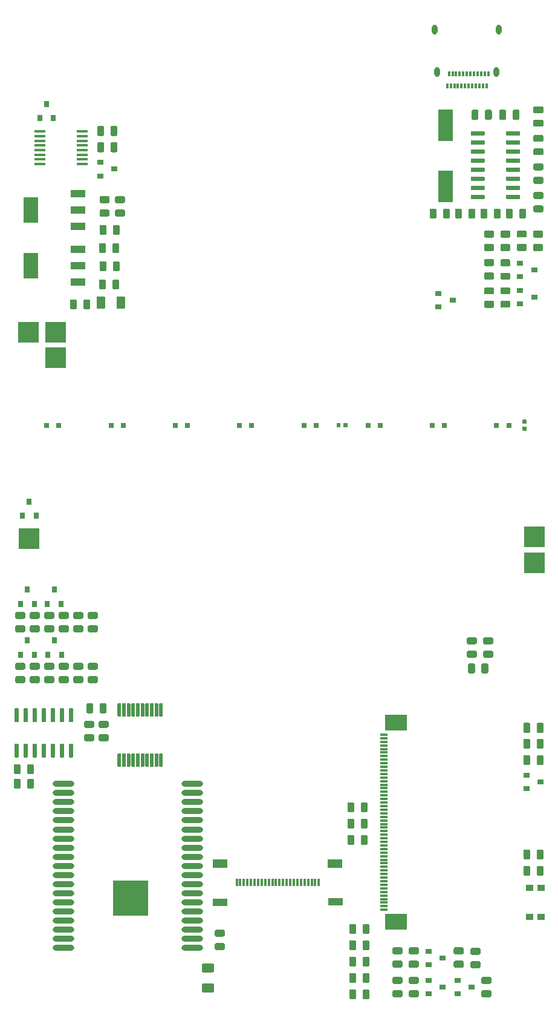
<source format=gbr>
G04 #@! TF.GenerationSoftware,KiCad,Pcbnew,5.1.5+dfsg1-2build2*
G04 #@! TF.CreationDate,2022-08-16T14:09:05+02:00*
G04 #@! TF.ProjectId,qCamPCR,7143616d-5043-4522-9e6b-696361645f70,rev?*
G04 #@! TF.SameCoordinates,Original*
G04 #@! TF.FileFunction,Paste,Top*
G04 #@! TF.FilePolarity,Positive*
%FSLAX46Y46*%
G04 Gerber Fmt 4.6, Leading zero omitted, Abs format (unit mm)*
G04 Created by KiCad (PCBNEW 5.1.5+dfsg1-2build2) date 2022-08-16 14:09:05*
%MOMM*%
%LPD*%
G04 APERTURE LIST*
%ADD10C,0.100000*%
%ADD11R,1.500000X0.450000*%
%ADD12O,3.000000X0.900000*%
%ADD13R,5.000000X5.000000*%
%ADD14R,0.900000X0.800000*%
%ADD15R,2.000000X1.300000*%
%ADD16R,0.300000X1.000000*%
%ADD17R,0.300000X0.700000*%
%ADD18O,0.800000X1.400000*%
%ADD19R,1.100000X0.300000*%
%ADD20R,3.100000X2.300000*%
%ADD21R,0.700000X0.800000*%
%ADD22R,2.032000X3.657600*%
%ADD23R,2.032000X1.016000*%
%ADD24R,0.800000X0.900000*%
%ADD25R,2.000000X4.500000*%
%ADD26R,1.000000X0.900000*%
%ADD27R,3.000000X3.000000*%
%ADD28R,2.000000X1.000000*%
G04 APERTURE END LIST*
D10*
G36*
X75454142Y-45834174D02*
G01*
X75477803Y-45837684D01*
X75501007Y-45843496D01*
X75523529Y-45851554D01*
X75545153Y-45861782D01*
X75565670Y-45874079D01*
X75584883Y-45888329D01*
X75602607Y-45904393D01*
X75618671Y-45922117D01*
X75632921Y-45941330D01*
X75645218Y-45961847D01*
X75655446Y-45983471D01*
X75663504Y-46005993D01*
X75669316Y-46029197D01*
X75672826Y-46052858D01*
X75674000Y-46076750D01*
X75674000Y-46989250D01*
X75672826Y-47013142D01*
X75669316Y-47036803D01*
X75663504Y-47060007D01*
X75655446Y-47082529D01*
X75645218Y-47104153D01*
X75632921Y-47124670D01*
X75618671Y-47143883D01*
X75602607Y-47161607D01*
X75584883Y-47177671D01*
X75565670Y-47191921D01*
X75545153Y-47204218D01*
X75523529Y-47214446D01*
X75501007Y-47222504D01*
X75477803Y-47228316D01*
X75454142Y-47231826D01*
X75430250Y-47233000D01*
X74942750Y-47233000D01*
X74918858Y-47231826D01*
X74895197Y-47228316D01*
X74871993Y-47222504D01*
X74849471Y-47214446D01*
X74827847Y-47204218D01*
X74807330Y-47191921D01*
X74788117Y-47177671D01*
X74770393Y-47161607D01*
X74754329Y-47143883D01*
X74740079Y-47124670D01*
X74727782Y-47104153D01*
X74717554Y-47082529D01*
X74709496Y-47060007D01*
X74703684Y-47036803D01*
X74700174Y-47013142D01*
X74699000Y-46989250D01*
X74699000Y-46076750D01*
X74700174Y-46052858D01*
X74703684Y-46029197D01*
X74709496Y-46005993D01*
X74717554Y-45983471D01*
X74727782Y-45961847D01*
X74740079Y-45941330D01*
X74754329Y-45922117D01*
X74770393Y-45904393D01*
X74788117Y-45888329D01*
X74807330Y-45874079D01*
X74827847Y-45861782D01*
X74849471Y-45851554D01*
X74871993Y-45843496D01*
X74895197Y-45837684D01*
X74918858Y-45834174D01*
X74942750Y-45833000D01*
X75430250Y-45833000D01*
X75454142Y-45834174D01*
G37*
G36*
X77329142Y-45834174D02*
G01*
X77352803Y-45837684D01*
X77376007Y-45843496D01*
X77398529Y-45851554D01*
X77420153Y-45861782D01*
X77440670Y-45874079D01*
X77459883Y-45888329D01*
X77477607Y-45904393D01*
X77493671Y-45922117D01*
X77507921Y-45941330D01*
X77520218Y-45961847D01*
X77530446Y-45983471D01*
X77538504Y-46005993D01*
X77544316Y-46029197D01*
X77547826Y-46052858D01*
X77549000Y-46076750D01*
X77549000Y-46989250D01*
X77547826Y-47013142D01*
X77544316Y-47036803D01*
X77538504Y-47060007D01*
X77530446Y-47082529D01*
X77520218Y-47104153D01*
X77507921Y-47124670D01*
X77493671Y-47143883D01*
X77477607Y-47161607D01*
X77459883Y-47177671D01*
X77440670Y-47191921D01*
X77420153Y-47204218D01*
X77398529Y-47214446D01*
X77376007Y-47222504D01*
X77352803Y-47228316D01*
X77329142Y-47231826D01*
X77305250Y-47233000D01*
X76817750Y-47233000D01*
X76793858Y-47231826D01*
X76770197Y-47228316D01*
X76746993Y-47222504D01*
X76724471Y-47214446D01*
X76702847Y-47204218D01*
X76682330Y-47191921D01*
X76663117Y-47177671D01*
X76645393Y-47161607D01*
X76629329Y-47143883D01*
X76615079Y-47124670D01*
X76602782Y-47104153D01*
X76592554Y-47082529D01*
X76584496Y-47060007D01*
X76578684Y-47036803D01*
X76575174Y-47013142D01*
X76574000Y-46989250D01*
X76574000Y-46076750D01*
X76575174Y-46052858D01*
X76578684Y-46029197D01*
X76584496Y-46005993D01*
X76592554Y-45983471D01*
X76602782Y-45961847D01*
X76615079Y-45941330D01*
X76629329Y-45922117D01*
X76645393Y-45904393D01*
X76663117Y-45888329D01*
X76682330Y-45874079D01*
X76702847Y-45861782D01*
X76724471Y-45851554D01*
X76746993Y-45843496D01*
X76770197Y-45837684D01*
X76793858Y-45834174D01*
X76817750Y-45833000D01*
X77305250Y-45833000D01*
X77329142Y-45834174D01*
G37*
D11*
X72626000Y-51150000D03*
X72626000Y-50500000D03*
X72626000Y-49850000D03*
X72626000Y-49200000D03*
X72626000Y-48550000D03*
X72626000Y-47900000D03*
X72626000Y-47250000D03*
X72626000Y-46600000D03*
X66726000Y-46600000D03*
X66726000Y-47250000D03*
X66726000Y-47900000D03*
X66726000Y-48550000D03*
X66726000Y-49200000D03*
X66726000Y-49850000D03*
X66726000Y-50500000D03*
X66726000Y-51150000D03*
D10*
G36*
X77949252Y-133594602D02*
G01*
X77961386Y-133596402D01*
X77973286Y-133599382D01*
X77984835Y-133603515D01*
X77995925Y-133608760D01*
X78006446Y-133615066D01*
X78016299Y-133622374D01*
X78025388Y-133630612D01*
X78033626Y-133639701D01*
X78040934Y-133649554D01*
X78047240Y-133660075D01*
X78052485Y-133671165D01*
X78056618Y-133682714D01*
X78059598Y-133694614D01*
X78061398Y-133706748D01*
X78062000Y-133719000D01*
X78062000Y-135369000D01*
X78061398Y-135381252D01*
X78059598Y-135393386D01*
X78056618Y-135405286D01*
X78052485Y-135416835D01*
X78047240Y-135427925D01*
X78040934Y-135438446D01*
X78033626Y-135448299D01*
X78025388Y-135457388D01*
X78016299Y-135465626D01*
X78006446Y-135472934D01*
X77995925Y-135479240D01*
X77984835Y-135484485D01*
X77973286Y-135488618D01*
X77961386Y-135491598D01*
X77949252Y-135493398D01*
X77937000Y-135494000D01*
X77687000Y-135494000D01*
X77674748Y-135493398D01*
X77662614Y-135491598D01*
X77650714Y-135488618D01*
X77639165Y-135484485D01*
X77628075Y-135479240D01*
X77617554Y-135472934D01*
X77607701Y-135465626D01*
X77598612Y-135457388D01*
X77590374Y-135448299D01*
X77583066Y-135438446D01*
X77576760Y-135427925D01*
X77571515Y-135416835D01*
X77567382Y-135405286D01*
X77564402Y-135393386D01*
X77562602Y-135381252D01*
X77562000Y-135369000D01*
X77562000Y-133719000D01*
X77562602Y-133706748D01*
X77564402Y-133694614D01*
X77567382Y-133682714D01*
X77571515Y-133671165D01*
X77576760Y-133660075D01*
X77583066Y-133649554D01*
X77590374Y-133639701D01*
X77598612Y-133630612D01*
X77607701Y-133622374D01*
X77617554Y-133615066D01*
X77628075Y-133608760D01*
X77639165Y-133603515D01*
X77650714Y-133599382D01*
X77662614Y-133596402D01*
X77674748Y-133594602D01*
X77687000Y-133594000D01*
X77937000Y-133594000D01*
X77949252Y-133594602D01*
G37*
G36*
X78599252Y-133594602D02*
G01*
X78611386Y-133596402D01*
X78623286Y-133599382D01*
X78634835Y-133603515D01*
X78645925Y-133608760D01*
X78656446Y-133615066D01*
X78666299Y-133622374D01*
X78675388Y-133630612D01*
X78683626Y-133639701D01*
X78690934Y-133649554D01*
X78697240Y-133660075D01*
X78702485Y-133671165D01*
X78706618Y-133682714D01*
X78709598Y-133694614D01*
X78711398Y-133706748D01*
X78712000Y-133719000D01*
X78712000Y-135369000D01*
X78711398Y-135381252D01*
X78709598Y-135393386D01*
X78706618Y-135405286D01*
X78702485Y-135416835D01*
X78697240Y-135427925D01*
X78690934Y-135438446D01*
X78683626Y-135448299D01*
X78675388Y-135457388D01*
X78666299Y-135465626D01*
X78656446Y-135472934D01*
X78645925Y-135479240D01*
X78634835Y-135484485D01*
X78623286Y-135488618D01*
X78611386Y-135491598D01*
X78599252Y-135493398D01*
X78587000Y-135494000D01*
X78337000Y-135494000D01*
X78324748Y-135493398D01*
X78312614Y-135491598D01*
X78300714Y-135488618D01*
X78289165Y-135484485D01*
X78278075Y-135479240D01*
X78267554Y-135472934D01*
X78257701Y-135465626D01*
X78248612Y-135457388D01*
X78240374Y-135448299D01*
X78233066Y-135438446D01*
X78226760Y-135427925D01*
X78221515Y-135416835D01*
X78217382Y-135405286D01*
X78214402Y-135393386D01*
X78212602Y-135381252D01*
X78212000Y-135369000D01*
X78212000Y-133719000D01*
X78212602Y-133706748D01*
X78214402Y-133694614D01*
X78217382Y-133682714D01*
X78221515Y-133671165D01*
X78226760Y-133660075D01*
X78233066Y-133649554D01*
X78240374Y-133639701D01*
X78248612Y-133630612D01*
X78257701Y-133622374D01*
X78267554Y-133615066D01*
X78278075Y-133608760D01*
X78289165Y-133603515D01*
X78300714Y-133599382D01*
X78312614Y-133596402D01*
X78324748Y-133594602D01*
X78337000Y-133594000D01*
X78587000Y-133594000D01*
X78599252Y-133594602D01*
G37*
G36*
X79249252Y-133594602D02*
G01*
X79261386Y-133596402D01*
X79273286Y-133599382D01*
X79284835Y-133603515D01*
X79295925Y-133608760D01*
X79306446Y-133615066D01*
X79316299Y-133622374D01*
X79325388Y-133630612D01*
X79333626Y-133639701D01*
X79340934Y-133649554D01*
X79347240Y-133660075D01*
X79352485Y-133671165D01*
X79356618Y-133682714D01*
X79359598Y-133694614D01*
X79361398Y-133706748D01*
X79362000Y-133719000D01*
X79362000Y-135369000D01*
X79361398Y-135381252D01*
X79359598Y-135393386D01*
X79356618Y-135405286D01*
X79352485Y-135416835D01*
X79347240Y-135427925D01*
X79340934Y-135438446D01*
X79333626Y-135448299D01*
X79325388Y-135457388D01*
X79316299Y-135465626D01*
X79306446Y-135472934D01*
X79295925Y-135479240D01*
X79284835Y-135484485D01*
X79273286Y-135488618D01*
X79261386Y-135491598D01*
X79249252Y-135493398D01*
X79237000Y-135494000D01*
X78987000Y-135494000D01*
X78974748Y-135493398D01*
X78962614Y-135491598D01*
X78950714Y-135488618D01*
X78939165Y-135484485D01*
X78928075Y-135479240D01*
X78917554Y-135472934D01*
X78907701Y-135465626D01*
X78898612Y-135457388D01*
X78890374Y-135448299D01*
X78883066Y-135438446D01*
X78876760Y-135427925D01*
X78871515Y-135416835D01*
X78867382Y-135405286D01*
X78864402Y-135393386D01*
X78862602Y-135381252D01*
X78862000Y-135369000D01*
X78862000Y-133719000D01*
X78862602Y-133706748D01*
X78864402Y-133694614D01*
X78867382Y-133682714D01*
X78871515Y-133671165D01*
X78876760Y-133660075D01*
X78883066Y-133649554D01*
X78890374Y-133639701D01*
X78898612Y-133630612D01*
X78907701Y-133622374D01*
X78917554Y-133615066D01*
X78928075Y-133608760D01*
X78939165Y-133603515D01*
X78950714Y-133599382D01*
X78962614Y-133596402D01*
X78974748Y-133594602D01*
X78987000Y-133594000D01*
X79237000Y-133594000D01*
X79249252Y-133594602D01*
G37*
G36*
X79899252Y-133594602D02*
G01*
X79911386Y-133596402D01*
X79923286Y-133599382D01*
X79934835Y-133603515D01*
X79945925Y-133608760D01*
X79956446Y-133615066D01*
X79966299Y-133622374D01*
X79975388Y-133630612D01*
X79983626Y-133639701D01*
X79990934Y-133649554D01*
X79997240Y-133660075D01*
X80002485Y-133671165D01*
X80006618Y-133682714D01*
X80009598Y-133694614D01*
X80011398Y-133706748D01*
X80012000Y-133719000D01*
X80012000Y-135369000D01*
X80011398Y-135381252D01*
X80009598Y-135393386D01*
X80006618Y-135405286D01*
X80002485Y-135416835D01*
X79997240Y-135427925D01*
X79990934Y-135438446D01*
X79983626Y-135448299D01*
X79975388Y-135457388D01*
X79966299Y-135465626D01*
X79956446Y-135472934D01*
X79945925Y-135479240D01*
X79934835Y-135484485D01*
X79923286Y-135488618D01*
X79911386Y-135491598D01*
X79899252Y-135493398D01*
X79887000Y-135494000D01*
X79637000Y-135494000D01*
X79624748Y-135493398D01*
X79612614Y-135491598D01*
X79600714Y-135488618D01*
X79589165Y-135484485D01*
X79578075Y-135479240D01*
X79567554Y-135472934D01*
X79557701Y-135465626D01*
X79548612Y-135457388D01*
X79540374Y-135448299D01*
X79533066Y-135438446D01*
X79526760Y-135427925D01*
X79521515Y-135416835D01*
X79517382Y-135405286D01*
X79514402Y-135393386D01*
X79512602Y-135381252D01*
X79512000Y-135369000D01*
X79512000Y-133719000D01*
X79512602Y-133706748D01*
X79514402Y-133694614D01*
X79517382Y-133682714D01*
X79521515Y-133671165D01*
X79526760Y-133660075D01*
X79533066Y-133649554D01*
X79540374Y-133639701D01*
X79548612Y-133630612D01*
X79557701Y-133622374D01*
X79567554Y-133615066D01*
X79578075Y-133608760D01*
X79589165Y-133603515D01*
X79600714Y-133599382D01*
X79612614Y-133596402D01*
X79624748Y-133594602D01*
X79637000Y-133594000D01*
X79887000Y-133594000D01*
X79899252Y-133594602D01*
G37*
G36*
X80549252Y-133594602D02*
G01*
X80561386Y-133596402D01*
X80573286Y-133599382D01*
X80584835Y-133603515D01*
X80595925Y-133608760D01*
X80606446Y-133615066D01*
X80616299Y-133622374D01*
X80625388Y-133630612D01*
X80633626Y-133639701D01*
X80640934Y-133649554D01*
X80647240Y-133660075D01*
X80652485Y-133671165D01*
X80656618Y-133682714D01*
X80659598Y-133694614D01*
X80661398Y-133706748D01*
X80662000Y-133719000D01*
X80662000Y-135369000D01*
X80661398Y-135381252D01*
X80659598Y-135393386D01*
X80656618Y-135405286D01*
X80652485Y-135416835D01*
X80647240Y-135427925D01*
X80640934Y-135438446D01*
X80633626Y-135448299D01*
X80625388Y-135457388D01*
X80616299Y-135465626D01*
X80606446Y-135472934D01*
X80595925Y-135479240D01*
X80584835Y-135484485D01*
X80573286Y-135488618D01*
X80561386Y-135491598D01*
X80549252Y-135493398D01*
X80537000Y-135494000D01*
X80287000Y-135494000D01*
X80274748Y-135493398D01*
X80262614Y-135491598D01*
X80250714Y-135488618D01*
X80239165Y-135484485D01*
X80228075Y-135479240D01*
X80217554Y-135472934D01*
X80207701Y-135465626D01*
X80198612Y-135457388D01*
X80190374Y-135448299D01*
X80183066Y-135438446D01*
X80176760Y-135427925D01*
X80171515Y-135416835D01*
X80167382Y-135405286D01*
X80164402Y-135393386D01*
X80162602Y-135381252D01*
X80162000Y-135369000D01*
X80162000Y-133719000D01*
X80162602Y-133706748D01*
X80164402Y-133694614D01*
X80167382Y-133682714D01*
X80171515Y-133671165D01*
X80176760Y-133660075D01*
X80183066Y-133649554D01*
X80190374Y-133639701D01*
X80198612Y-133630612D01*
X80207701Y-133622374D01*
X80217554Y-133615066D01*
X80228075Y-133608760D01*
X80239165Y-133603515D01*
X80250714Y-133599382D01*
X80262614Y-133596402D01*
X80274748Y-133594602D01*
X80287000Y-133594000D01*
X80537000Y-133594000D01*
X80549252Y-133594602D01*
G37*
G36*
X81199252Y-133594602D02*
G01*
X81211386Y-133596402D01*
X81223286Y-133599382D01*
X81234835Y-133603515D01*
X81245925Y-133608760D01*
X81256446Y-133615066D01*
X81266299Y-133622374D01*
X81275388Y-133630612D01*
X81283626Y-133639701D01*
X81290934Y-133649554D01*
X81297240Y-133660075D01*
X81302485Y-133671165D01*
X81306618Y-133682714D01*
X81309598Y-133694614D01*
X81311398Y-133706748D01*
X81312000Y-133719000D01*
X81312000Y-135369000D01*
X81311398Y-135381252D01*
X81309598Y-135393386D01*
X81306618Y-135405286D01*
X81302485Y-135416835D01*
X81297240Y-135427925D01*
X81290934Y-135438446D01*
X81283626Y-135448299D01*
X81275388Y-135457388D01*
X81266299Y-135465626D01*
X81256446Y-135472934D01*
X81245925Y-135479240D01*
X81234835Y-135484485D01*
X81223286Y-135488618D01*
X81211386Y-135491598D01*
X81199252Y-135493398D01*
X81187000Y-135494000D01*
X80937000Y-135494000D01*
X80924748Y-135493398D01*
X80912614Y-135491598D01*
X80900714Y-135488618D01*
X80889165Y-135484485D01*
X80878075Y-135479240D01*
X80867554Y-135472934D01*
X80857701Y-135465626D01*
X80848612Y-135457388D01*
X80840374Y-135448299D01*
X80833066Y-135438446D01*
X80826760Y-135427925D01*
X80821515Y-135416835D01*
X80817382Y-135405286D01*
X80814402Y-135393386D01*
X80812602Y-135381252D01*
X80812000Y-135369000D01*
X80812000Y-133719000D01*
X80812602Y-133706748D01*
X80814402Y-133694614D01*
X80817382Y-133682714D01*
X80821515Y-133671165D01*
X80826760Y-133660075D01*
X80833066Y-133649554D01*
X80840374Y-133639701D01*
X80848612Y-133630612D01*
X80857701Y-133622374D01*
X80867554Y-133615066D01*
X80878075Y-133608760D01*
X80889165Y-133603515D01*
X80900714Y-133599382D01*
X80912614Y-133596402D01*
X80924748Y-133594602D01*
X80937000Y-133594000D01*
X81187000Y-133594000D01*
X81199252Y-133594602D01*
G37*
G36*
X81849252Y-133594602D02*
G01*
X81861386Y-133596402D01*
X81873286Y-133599382D01*
X81884835Y-133603515D01*
X81895925Y-133608760D01*
X81906446Y-133615066D01*
X81916299Y-133622374D01*
X81925388Y-133630612D01*
X81933626Y-133639701D01*
X81940934Y-133649554D01*
X81947240Y-133660075D01*
X81952485Y-133671165D01*
X81956618Y-133682714D01*
X81959598Y-133694614D01*
X81961398Y-133706748D01*
X81962000Y-133719000D01*
X81962000Y-135369000D01*
X81961398Y-135381252D01*
X81959598Y-135393386D01*
X81956618Y-135405286D01*
X81952485Y-135416835D01*
X81947240Y-135427925D01*
X81940934Y-135438446D01*
X81933626Y-135448299D01*
X81925388Y-135457388D01*
X81916299Y-135465626D01*
X81906446Y-135472934D01*
X81895925Y-135479240D01*
X81884835Y-135484485D01*
X81873286Y-135488618D01*
X81861386Y-135491598D01*
X81849252Y-135493398D01*
X81837000Y-135494000D01*
X81587000Y-135494000D01*
X81574748Y-135493398D01*
X81562614Y-135491598D01*
X81550714Y-135488618D01*
X81539165Y-135484485D01*
X81528075Y-135479240D01*
X81517554Y-135472934D01*
X81507701Y-135465626D01*
X81498612Y-135457388D01*
X81490374Y-135448299D01*
X81483066Y-135438446D01*
X81476760Y-135427925D01*
X81471515Y-135416835D01*
X81467382Y-135405286D01*
X81464402Y-135393386D01*
X81462602Y-135381252D01*
X81462000Y-135369000D01*
X81462000Y-133719000D01*
X81462602Y-133706748D01*
X81464402Y-133694614D01*
X81467382Y-133682714D01*
X81471515Y-133671165D01*
X81476760Y-133660075D01*
X81483066Y-133649554D01*
X81490374Y-133639701D01*
X81498612Y-133630612D01*
X81507701Y-133622374D01*
X81517554Y-133615066D01*
X81528075Y-133608760D01*
X81539165Y-133603515D01*
X81550714Y-133599382D01*
X81562614Y-133596402D01*
X81574748Y-133594602D01*
X81587000Y-133594000D01*
X81837000Y-133594000D01*
X81849252Y-133594602D01*
G37*
G36*
X82499252Y-133594602D02*
G01*
X82511386Y-133596402D01*
X82523286Y-133599382D01*
X82534835Y-133603515D01*
X82545925Y-133608760D01*
X82556446Y-133615066D01*
X82566299Y-133622374D01*
X82575388Y-133630612D01*
X82583626Y-133639701D01*
X82590934Y-133649554D01*
X82597240Y-133660075D01*
X82602485Y-133671165D01*
X82606618Y-133682714D01*
X82609598Y-133694614D01*
X82611398Y-133706748D01*
X82612000Y-133719000D01*
X82612000Y-135369000D01*
X82611398Y-135381252D01*
X82609598Y-135393386D01*
X82606618Y-135405286D01*
X82602485Y-135416835D01*
X82597240Y-135427925D01*
X82590934Y-135438446D01*
X82583626Y-135448299D01*
X82575388Y-135457388D01*
X82566299Y-135465626D01*
X82556446Y-135472934D01*
X82545925Y-135479240D01*
X82534835Y-135484485D01*
X82523286Y-135488618D01*
X82511386Y-135491598D01*
X82499252Y-135493398D01*
X82487000Y-135494000D01*
X82237000Y-135494000D01*
X82224748Y-135493398D01*
X82212614Y-135491598D01*
X82200714Y-135488618D01*
X82189165Y-135484485D01*
X82178075Y-135479240D01*
X82167554Y-135472934D01*
X82157701Y-135465626D01*
X82148612Y-135457388D01*
X82140374Y-135448299D01*
X82133066Y-135438446D01*
X82126760Y-135427925D01*
X82121515Y-135416835D01*
X82117382Y-135405286D01*
X82114402Y-135393386D01*
X82112602Y-135381252D01*
X82112000Y-135369000D01*
X82112000Y-133719000D01*
X82112602Y-133706748D01*
X82114402Y-133694614D01*
X82117382Y-133682714D01*
X82121515Y-133671165D01*
X82126760Y-133660075D01*
X82133066Y-133649554D01*
X82140374Y-133639701D01*
X82148612Y-133630612D01*
X82157701Y-133622374D01*
X82167554Y-133615066D01*
X82178075Y-133608760D01*
X82189165Y-133603515D01*
X82200714Y-133599382D01*
X82212614Y-133596402D01*
X82224748Y-133594602D01*
X82237000Y-133594000D01*
X82487000Y-133594000D01*
X82499252Y-133594602D01*
G37*
G36*
X83149252Y-133594602D02*
G01*
X83161386Y-133596402D01*
X83173286Y-133599382D01*
X83184835Y-133603515D01*
X83195925Y-133608760D01*
X83206446Y-133615066D01*
X83216299Y-133622374D01*
X83225388Y-133630612D01*
X83233626Y-133639701D01*
X83240934Y-133649554D01*
X83247240Y-133660075D01*
X83252485Y-133671165D01*
X83256618Y-133682714D01*
X83259598Y-133694614D01*
X83261398Y-133706748D01*
X83262000Y-133719000D01*
X83262000Y-135369000D01*
X83261398Y-135381252D01*
X83259598Y-135393386D01*
X83256618Y-135405286D01*
X83252485Y-135416835D01*
X83247240Y-135427925D01*
X83240934Y-135438446D01*
X83233626Y-135448299D01*
X83225388Y-135457388D01*
X83216299Y-135465626D01*
X83206446Y-135472934D01*
X83195925Y-135479240D01*
X83184835Y-135484485D01*
X83173286Y-135488618D01*
X83161386Y-135491598D01*
X83149252Y-135493398D01*
X83137000Y-135494000D01*
X82887000Y-135494000D01*
X82874748Y-135493398D01*
X82862614Y-135491598D01*
X82850714Y-135488618D01*
X82839165Y-135484485D01*
X82828075Y-135479240D01*
X82817554Y-135472934D01*
X82807701Y-135465626D01*
X82798612Y-135457388D01*
X82790374Y-135448299D01*
X82783066Y-135438446D01*
X82776760Y-135427925D01*
X82771515Y-135416835D01*
X82767382Y-135405286D01*
X82764402Y-135393386D01*
X82762602Y-135381252D01*
X82762000Y-135369000D01*
X82762000Y-133719000D01*
X82762602Y-133706748D01*
X82764402Y-133694614D01*
X82767382Y-133682714D01*
X82771515Y-133671165D01*
X82776760Y-133660075D01*
X82783066Y-133649554D01*
X82790374Y-133639701D01*
X82798612Y-133630612D01*
X82807701Y-133622374D01*
X82817554Y-133615066D01*
X82828075Y-133608760D01*
X82839165Y-133603515D01*
X82850714Y-133599382D01*
X82862614Y-133596402D01*
X82874748Y-133594602D01*
X82887000Y-133594000D01*
X83137000Y-133594000D01*
X83149252Y-133594602D01*
G37*
G36*
X83799252Y-133594602D02*
G01*
X83811386Y-133596402D01*
X83823286Y-133599382D01*
X83834835Y-133603515D01*
X83845925Y-133608760D01*
X83856446Y-133615066D01*
X83866299Y-133622374D01*
X83875388Y-133630612D01*
X83883626Y-133639701D01*
X83890934Y-133649554D01*
X83897240Y-133660075D01*
X83902485Y-133671165D01*
X83906618Y-133682714D01*
X83909598Y-133694614D01*
X83911398Y-133706748D01*
X83912000Y-133719000D01*
X83912000Y-135369000D01*
X83911398Y-135381252D01*
X83909598Y-135393386D01*
X83906618Y-135405286D01*
X83902485Y-135416835D01*
X83897240Y-135427925D01*
X83890934Y-135438446D01*
X83883626Y-135448299D01*
X83875388Y-135457388D01*
X83866299Y-135465626D01*
X83856446Y-135472934D01*
X83845925Y-135479240D01*
X83834835Y-135484485D01*
X83823286Y-135488618D01*
X83811386Y-135491598D01*
X83799252Y-135493398D01*
X83787000Y-135494000D01*
X83537000Y-135494000D01*
X83524748Y-135493398D01*
X83512614Y-135491598D01*
X83500714Y-135488618D01*
X83489165Y-135484485D01*
X83478075Y-135479240D01*
X83467554Y-135472934D01*
X83457701Y-135465626D01*
X83448612Y-135457388D01*
X83440374Y-135448299D01*
X83433066Y-135438446D01*
X83426760Y-135427925D01*
X83421515Y-135416835D01*
X83417382Y-135405286D01*
X83414402Y-135393386D01*
X83412602Y-135381252D01*
X83412000Y-135369000D01*
X83412000Y-133719000D01*
X83412602Y-133706748D01*
X83414402Y-133694614D01*
X83417382Y-133682714D01*
X83421515Y-133671165D01*
X83426760Y-133660075D01*
X83433066Y-133649554D01*
X83440374Y-133639701D01*
X83448612Y-133630612D01*
X83457701Y-133622374D01*
X83467554Y-133615066D01*
X83478075Y-133608760D01*
X83489165Y-133603515D01*
X83500714Y-133599382D01*
X83512614Y-133596402D01*
X83524748Y-133594602D01*
X83537000Y-133594000D01*
X83787000Y-133594000D01*
X83799252Y-133594602D01*
G37*
G36*
X83799252Y-126594602D02*
G01*
X83811386Y-126596402D01*
X83823286Y-126599382D01*
X83834835Y-126603515D01*
X83845925Y-126608760D01*
X83856446Y-126615066D01*
X83866299Y-126622374D01*
X83875388Y-126630612D01*
X83883626Y-126639701D01*
X83890934Y-126649554D01*
X83897240Y-126660075D01*
X83902485Y-126671165D01*
X83906618Y-126682714D01*
X83909598Y-126694614D01*
X83911398Y-126706748D01*
X83912000Y-126719000D01*
X83912000Y-128369000D01*
X83911398Y-128381252D01*
X83909598Y-128393386D01*
X83906618Y-128405286D01*
X83902485Y-128416835D01*
X83897240Y-128427925D01*
X83890934Y-128438446D01*
X83883626Y-128448299D01*
X83875388Y-128457388D01*
X83866299Y-128465626D01*
X83856446Y-128472934D01*
X83845925Y-128479240D01*
X83834835Y-128484485D01*
X83823286Y-128488618D01*
X83811386Y-128491598D01*
X83799252Y-128493398D01*
X83787000Y-128494000D01*
X83537000Y-128494000D01*
X83524748Y-128493398D01*
X83512614Y-128491598D01*
X83500714Y-128488618D01*
X83489165Y-128484485D01*
X83478075Y-128479240D01*
X83467554Y-128472934D01*
X83457701Y-128465626D01*
X83448612Y-128457388D01*
X83440374Y-128448299D01*
X83433066Y-128438446D01*
X83426760Y-128427925D01*
X83421515Y-128416835D01*
X83417382Y-128405286D01*
X83414402Y-128393386D01*
X83412602Y-128381252D01*
X83412000Y-128369000D01*
X83412000Y-126719000D01*
X83412602Y-126706748D01*
X83414402Y-126694614D01*
X83417382Y-126682714D01*
X83421515Y-126671165D01*
X83426760Y-126660075D01*
X83433066Y-126649554D01*
X83440374Y-126639701D01*
X83448612Y-126630612D01*
X83457701Y-126622374D01*
X83467554Y-126615066D01*
X83478075Y-126608760D01*
X83489165Y-126603515D01*
X83500714Y-126599382D01*
X83512614Y-126596402D01*
X83524748Y-126594602D01*
X83537000Y-126594000D01*
X83787000Y-126594000D01*
X83799252Y-126594602D01*
G37*
G36*
X83149252Y-126594602D02*
G01*
X83161386Y-126596402D01*
X83173286Y-126599382D01*
X83184835Y-126603515D01*
X83195925Y-126608760D01*
X83206446Y-126615066D01*
X83216299Y-126622374D01*
X83225388Y-126630612D01*
X83233626Y-126639701D01*
X83240934Y-126649554D01*
X83247240Y-126660075D01*
X83252485Y-126671165D01*
X83256618Y-126682714D01*
X83259598Y-126694614D01*
X83261398Y-126706748D01*
X83262000Y-126719000D01*
X83262000Y-128369000D01*
X83261398Y-128381252D01*
X83259598Y-128393386D01*
X83256618Y-128405286D01*
X83252485Y-128416835D01*
X83247240Y-128427925D01*
X83240934Y-128438446D01*
X83233626Y-128448299D01*
X83225388Y-128457388D01*
X83216299Y-128465626D01*
X83206446Y-128472934D01*
X83195925Y-128479240D01*
X83184835Y-128484485D01*
X83173286Y-128488618D01*
X83161386Y-128491598D01*
X83149252Y-128493398D01*
X83137000Y-128494000D01*
X82887000Y-128494000D01*
X82874748Y-128493398D01*
X82862614Y-128491598D01*
X82850714Y-128488618D01*
X82839165Y-128484485D01*
X82828075Y-128479240D01*
X82817554Y-128472934D01*
X82807701Y-128465626D01*
X82798612Y-128457388D01*
X82790374Y-128448299D01*
X82783066Y-128438446D01*
X82776760Y-128427925D01*
X82771515Y-128416835D01*
X82767382Y-128405286D01*
X82764402Y-128393386D01*
X82762602Y-128381252D01*
X82762000Y-128369000D01*
X82762000Y-126719000D01*
X82762602Y-126706748D01*
X82764402Y-126694614D01*
X82767382Y-126682714D01*
X82771515Y-126671165D01*
X82776760Y-126660075D01*
X82783066Y-126649554D01*
X82790374Y-126639701D01*
X82798612Y-126630612D01*
X82807701Y-126622374D01*
X82817554Y-126615066D01*
X82828075Y-126608760D01*
X82839165Y-126603515D01*
X82850714Y-126599382D01*
X82862614Y-126596402D01*
X82874748Y-126594602D01*
X82887000Y-126594000D01*
X83137000Y-126594000D01*
X83149252Y-126594602D01*
G37*
G36*
X82499252Y-126594602D02*
G01*
X82511386Y-126596402D01*
X82523286Y-126599382D01*
X82534835Y-126603515D01*
X82545925Y-126608760D01*
X82556446Y-126615066D01*
X82566299Y-126622374D01*
X82575388Y-126630612D01*
X82583626Y-126639701D01*
X82590934Y-126649554D01*
X82597240Y-126660075D01*
X82602485Y-126671165D01*
X82606618Y-126682714D01*
X82609598Y-126694614D01*
X82611398Y-126706748D01*
X82612000Y-126719000D01*
X82612000Y-128369000D01*
X82611398Y-128381252D01*
X82609598Y-128393386D01*
X82606618Y-128405286D01*
X82602485Y-128416835D01*
X82597240Y-128427925D01*
X82590934Y-128438446D01*
X82583626Y-128448299D01*
X82575388Y-128457388D01*
X82566299Y-128465626D01*
X82556446Y-128472934D01*
X82545925Y-128479240D01*
X82534835Y-128484485D01*
X82523286Y-128488618D01*
X82511386Y-128491598D01*
X82499252Y-128493398D01*
X82487000Y-128494000D01*
X82237000Y-128494000D01*
X82224748Y-128493398D01*
X82212614Y-128491598D01*
X82200714Y-128488618D01*
X82189165Y-128484485D01*
X82178075Y-128479240D01*
X82167554Y-128472934D01*
X82157701Y-128465626D01*
X82148612Y-128457388D01*
X82140374Y-128448299D01*
X82133066Y-128438446D01*
X82126760Y-128427925D01*
X82121515Y-128416835D01*
X82117382Y-128405286D01*
X82114402Y-128393386D01*
X82112602Y-128381252D01*
X82112000Y-128369000D01*
X82112000Y-126719000D01*
X82112602Y-126706748D01*
X82114402Y-126694614D01*
X82117382Y-126682714D01*
X82121515Y-126671165D01*
X82126760Y-126660075D01*
X82133066Y-126649554D01*
X82140374Y-126639701D01*
X82148612Y-126630612D01*
X82157701Y-126622374D01*
X82167554Y-126615066D01*
X82178075Y-126608760D01*
X82189165Y-126603515D01*
X82200714Y-126599382D01*
X82212614Y-126596402D01*
X82224748Y-126594602D01*
X82237000Y-126594000D01*
X82487000Y-126594000D01*
X82499252Y-126594602D01*
G37*
G36*
X81849252Y-126594602D02*
G01*
X81861386Y-126596402D01*
X81873286Y-126599382D01*
X81884835Y-126603515D01*
X81895925Y-126608760D01*
X81906446Y-126615066D01*
X81916299Y-126622374D01*
X81925388Y-126630612D01*
X81933626Y-126639701D01*
X81940934Y-126649554D01*
X81947240Y-126660075D01*
X81952485Y-126671165D01*
X81956618Y-126682714D01*
X81959598Y-126694614D01*
X81961398Y-126706748D01*
X81962000Y-126719000D01*
X81962000Y-128369000D01*
X81961398Y-128381252D01*
X81959598Y-128393386D01*
X81956618Y-128405286D01*
X81952485Y-128416835D01*
X81947240Y-128427925D01*
X81940934Y-128438446D01*
X81933626Y-128448299D01*
X81925388Y-128457388D01*
X81916299Y-128465626D01*
X81906446Y-128472934D01*
X81895925Y-128479240D01*
X81884835Y-128484485D01*
X81873286Y-128488618D01*
X81861386Y-128491598D01*
X81849252Y-128493398D01*
X81837000Y-128494000D01*
X81587000Y-128494000D01*
X81574748Y-128493398D01*
X81562614Y-128491598D01*
X81550714Y-128488618D01*
X81539165Y-128484485D01*
X81528075Y-128479240D01*
X81517554Y-128472934D01*
X81507701Y-128465626D01*
X81498612Y-128457388D01*
X81490374Y-128448299D01*
X81483066Y-128438446D01*
X81476760Y-128427925D01*
X81471515Y-128416835D01*
X81467382Y-128405286D01*
X81464402Y-128393386D01*
X81462602Y-128381252D01*
X81462000Y-128369000D01*
X81462000Y-126719000D01*
X81462602Y-126706748D01*
X81464402Y-126694614D01*
X81467382Y-126682714D01*
X81471515Y-126671165D01*
X81476760Y-126660075D01*
X81483066Y-126649554D01*
X81490374Y-126639701D01*
X81498612Y-126630612D01*
X81507701Y-126622374D01*
X81517554Y-126615066D01*
X81528075Y-126608760D01*
X81539165Y-126603515D01*
X81550714Y-126599382D01*
X81562614Y-126596402D01*
X81574748Y-126594602D01*
X81587000Y-126594000D01*
X81837000Y-126594000D01*
X81849252Y-126594602D01*
G37*
G36*
X81199252Y-126594602D02*
G01*
X81211386Y-126596402D01*
X81223286Y-126599382D01*
X81234835Y-126603515D01*
X81245925Y-126608760D01*
X81256446Y-126615066D01*
X81266299Y-126622374D01*
X81275388Y-126630612D01*
X81283626Y-126639701D01*
X81290934Y-126649554D01*
X81297240Y-126660075D01*
X81302485Y-126671165D01*
X81306618Y-126682714D01*
X81309598Y-126694614D01*
X81311398Y-126706748D01*
X81312000Y-126719000D01*
X81312000Y-128369000D01*
X81311398Y-128381252D01*
X81309598Y-128393386D01*
X81306618Y-128405286D01*
X81302485Y-128416835D01*
X81297240Y-128427925D01*
X81290934Y-128438446D01*
X81283626Y-128448299D01*
X81275388Y-128457388D01*
X81266299Y-128465626D01*
X81256446Y-128472934D01*
X81245925Y-128479240D01*
X81234835Y-128484485D01*
X81223286Y-128488618D01*
X81211386Y-128491598D01*
X81199252Y-128493398D01*
X81187000Y-128494000D01*
X80937000Y-128494000D01*
X80924748Y-128493398D01*
X80912614Y-128491598D01*
X80900714Y-128488618D01*
X80889165Y-128484485D01*
X80878075Y-128479240D01*
X80867554Y-128472934D01*
X80857701Y-128465626D01*
X80848612Y-128457388D01*
X80840374Y-128448299D01*
X80833066Y-128438446D01*
X80826760Y-128427925D01*
X80821515Y-128416835D01*
X80817382Y-128405286D01*
X80814402Y-128393386D01*
X80812602Y-128381252D01*
X80812000Y-128369000D01*
X80812000Y-126719000D01*
X80812602Y-126706748D01*
X80814402Y-126694614D01*
X80817382Y-126682714D01*
X80821515Y-126671165D01*
X80826760Y-126660075D01*
X80833066Y-126649554D01*
X80840374Y-126639701D01*
X80848612Y-126630612D01*
X80857701Y-126622374D01*
X80867554Y-126615066D01*
X80878075Y-126608760D01*
X80889165Y-126603515D01*
X80900714Y-126599382D01*
X80912614Y-126596402D01*
X80924748Y-126594602D01*
X80937000Y-126594000D01*
X81187000Y-126594000D01*
X81199252Y-126594602D01*
G37*
G36*
X80549252Y-126594602D02*
G01*
X80561386Y-126596402D01*
X80573286Y-126599382D01*
X80584835Y-126603515D01*
X80595925Y-126608760D01*
X80606446Y-126615066D01*
X80616299Y-126622374D01*
X80625388Y-126630612D01*
X80633626Y-126639701D01*
X80640934Y-126649554D01*
X80647240Y-126660075D01*
X80652485Y-126671165D01*
X80656618Y-126682714D01*
X80659598Y-126694614D01*
X80661398Y-126706748D01*
X80662000Y-126719000D01*
X80662000Y-128369000D01*
X80661398Y-128381252D01*
X80659598Y-128393386D01*
X80656618Y-128405286D01*
X80652485Y-128416835D01*
X80647240Y-128427925D01*
X80640934Y-128438446D01*
X80633626Y-128448299D01*
X80625388Y-128457388D01*
X80616299Y-128465626D01*
X80606446Y-128472934D01*
X80595925Y-128479240D01*
X80584835Y-128484485D01*
X80573286Y-128488618D01*
X80561386Y-128491598D01*
X80549252Y-128493398D01*
X80537000Y-128494000D01*
X80287000Y-128494000D01*
X80274748Y-128493398D01*
X80262614Y-128491598D01*
X80250714Y-128488618D01*
X80239165Y-128484485D01*
X80228075Y-128479240D01*
X80217554Y-128472934D01*
X80207701Y-128465626D01*
X80198612Y-128457388D01*
X80190374Y-128448299D01*
X80183066Y-128438446D01*
X80176760Y-128427925D01*
X80171515Y-128416835D01*
X80167382Y-128405286D01*
X80164402Y-128393386D01*
X80162602Y-128381252D01*
X80162000Y-128369000D01*
X80162000Y-126719000D01*
X80162602Y-126706748D01*
X80164402Y-126694614D01*
X80167382Y-126682714D01*
X80171515Y-126671165D01*
X80176760Y-126660075D01*
X80183066Y-126649554D01*
X80190374Y-126639701D01*
X80198612Y-126630612D01*
X80207701Y-126622374D01*
X80217554Y-126615066D01*
X80228075Y-126608760D01*
X80239165Y-126603515D01*
X80250714Y-126599382D01*
X80262614Y-126596402D01*
X80274748Y-126594602D01*
X80287000Y-126594000D01*
X80537000Y-126594000D01*
X80549252Y-126594602D01*
G37*
G36*
X79899252Y-126594602D02*
G01*
X79911386Y-126596402D01*
X79923286Y-126599382D01*
X79934835Y-126603515D01*
X79945925Y-126608760D01*
X79956446Y-126615066D01*
X79966299Y-126622374D01*
X79975388Y-126630612D01*
X79983626Y-126639701D01*
X79990934Y-126649554D01*
X79997240Y-126660075D01*
X80002485Y-126671165D01*
X80006618Y-126682714D01*
X80009598Y-126694614D01*
X80011398Y-126706748D01*
X80012000Y-126719000D01*
X80012000Y-128369000D01*
X80011398Y-128381252D01*
X80009598Y-128393386D01*
X80006618Y-128405286D01*
X80002485Y-128416835D01*
X79997240Y-128427925D01*
X79990934Y-128438446D01*
X79983626Y-128448299D01*
X79975388Y-128457388D01*
X79966299Y-128465626D01*
X79956446Y-128472934D01*
X79945925Y-128479240D01*
X79934835Y-128484485D01*
X79923286Y-128488618D01*
X79911386Y-128491598D01*
X79899252Y-128493398D01*
X79887000Y-128494000D01*
X79637000Y-128494000D01*
X79624748Y-128493398D01*
X79612614Y-128491598D01*
X79600714Y-128488618D01*
X79589165Y-128484485D01*
X79578075Y-128479240D01*
X79567554Y-128472934D01*
X79557701Y-128465626D01*
X79548612Y-128457388D01*
X79540374Y-128448299D01*
X79533066Y-128438446D01*
X79526760Y-128427925D01*
X79521515Y-128416835D01*
X79517382Y-128405286D01*
X79514402Y-128393386D01*
X79512602Y-128381252D01*
X79512000Y-128369000D01*
X79512000Y-126719000D01*
X79512602Y-126706748D01*
X79514402Y-126694614D01*
X79517382Y-126682714D01*
X79521515Y-126671165D01*
X79526760Y-126660075D01*
X79533066Y-126649554D01*
X79540374Y-126639701D01*
X79548612Y-126630612D01*
X79557701Y-126622374D01*
X79567554Y-126615066D01*
X79578075Y-126608760D01*
X79589165Y-126603515D01*
X79600714Y-126599382D01*
X79612614Y-126596402D01*
X79624748Y-126594602D01*
X79637000Y-126594000D01*
X79887000Y-126594000D01*
X79899252Y-126594602D01*
G37*
G36*
X79249252Y-126594602D02*
G01*
X79261386Y-126596402D01*
X79273286Y-126599382D01*
X79284835Y-126603515D01*
X79295925Y-126608760D01*
X79306446Y-126615066D01*
X79316299Y-126622374D01*
X79325388Y-126630612D01*
X79333626Y-126639701D01*
X79340934Y-126649554D01*
X79347240Y-126660075D01*
X79352485Y-126671165D01*
X79356618Y-126682714D01*
X79359598Y-126694614D01*
X79361398Y-126706748D01*
X79362000Y-126719000D01*
X79362000Y-128369000D01*
X79361398Y-128381252D01*
X79359598Y-128393386D01*
X79356618Y-128405286D01*
X79352485Y-128416835D01*
X79347240Y-128427925D01*
X79340934Y-128438446D01*
X79333626Y-128448299D01*
X79325388Y-128457388D01*
X79316299Y-128465626D01*
X79306446Y-128472934D01*
X79295925Y-128479240D01*
X79284835Y-128484485D01*
X79273286Y-128488618D01*
X79261386Y-128491598D01*
X79249252Y-128493398D01*
X79237000Y-128494000D01*
X78987000Y-128494000D01*
X78974748Y-128493398D01*
X78962614Y-128491598D01*
X78950714Y-128488618D01*
X78939165Y-128484485D01*
X78928075Y-128479240D01*
X78917554Y-128472934D01*
X78907701Y-128465626D01*
X78898612Y-128457388D01*
X78890374Y-128448299D01*
X78883066Y-128438446D01*
X78876760Y-128427925D01*
X78871515Y-128416835D01*
X78867382Y-128405286D01*
X78864402Y-128393386D01*
X78862602Y-128381252D01*
X78862000Y-128369000D01*
X78862000Y-126719000D01*
X78862602Y-126706748D01*
X78864402Y-126694614D01*
X78867382Y-126682714D01*
X78871515Y-126671165D01*
X78876760Y-126660075D01*
X78883066Y-126649554D01*
X78890374Y-126639701D01*
X78898612Y-126630612D01*
X78907701Y-126622374D01*
X78917554Y-126615066D01*
X78928075Y-126608760D01*
X78939165Y-126603515D01*
X78950714Y-126599382D01*
X78962614Y-126596402D01*
X78974748Y-126594602D01*
X78987000Y-126594000D01*
X79237000Y-126594000D01*
X79249252Y-126594602D01*
G37*
G36*
X78599252Y-126594602D02*
G01*
X78611386Y-126596402D01*
X78623286Y-126599382D01*
X78634835Y-126603515D01*
X78645925Y-126608760D01*
X78656446Y-126615066D01*
X78666299Y-126622374D01*
X78675388Y-126630612D01*
X78683626Y-126639701D01*
X78690934Y-126649554D01*
X78697240Y-126660075D01*
X78702485Y-126671165D01*
X78706618Y-126682714D01*
X78709598Y-126694614D01*
X78711398Y-126706748D01*
X78712000Y-126719000D01*
X78712000Y-128369000D01*
X78711398Y-128381252D01*
X78709598Y-128393386D01*
X78706618Y-128405286D01*
X78702485Y-128416835D01*
X78697240Y-128427925D01*
X78690934Y-128438446D01*
X78683626Y-128448299D01*
X78675388Y-128457388D01*
X78666299Y-128465626D01*
X78656446Y-128472934D01*
X78645925Y-128479240D01*
X78634835Y-128484485D01*
X78623286Y-128488618D01*
X78611386Y-128491598D01*
X78599252Y-128493398D01*
X78587000Y-128494000D01*
X78337000Y-128494000D01*
X78324748Y-128493398D01*
X78312614Y-128491598D01*
X78300714Y-128488618D01*
X78289165Y-128484485D01*
X78278075Y-128479240D01*
X78267554Y-128472934D01*
X78257701Y-128465626D01*
X78248612Y-128457388D01*
X78240374Y-128448299D01*
X78233066Y-128438446D01*
X78226760Y-128427925D01*
X78221515Y-128416835D01*
X78217382Y-128405286D01*
X78214402Y-128393386D01*
X78212602Y-128381252D01*
X78212000Y-128369000D01*
X78212000Y-126719000D01*
X78212602Y-126706748D01*
X78214402Y-126694614D01*
X78217382Y-126682714D01*
X78221515Y-126671165D01*
X78226760Y-126660075D01*
X78233066Y-126649554D01*
X78240374Y-126639701D01*
X78248612Y-126630612D01*
X78257701Y-126622374D01*
X78267554Y-126615066D01*
X78278075Y-126608760D01*
X78289165Y-126603515D01*
X78300714Y-126599382D01*
X78312614Y-126596402D01*
X78324748Y-126594602D01*
X78337000Y-126594000D01*
X78587000Y-126594000D01*
X78599252Y-126594602D01*
G37*
G36*
X77949252Y-126594602D02*
G01*
X77961386Y-126596402D01*
X77973286Y-126599382D01*
X77984835Y-126603515D01*
X77995925Y-126608760D01*
X78006446Y-126615066D01*
X78016299Y-126622374D01*
X78025388Y-126630612D01*
X78033626Y-126639701D01*
X78040934Y-126649554D01*
X78047240Y-126660075D01*
X78052485Y-126671165D01*
X78056618Y-126682714D01*
X78059598Y-126694614D01*
X78061398Y-126706748D01*
X78062000Y-126719000D01*
X78062000Y-128369000D01*
X78061398Y-128381252D01*
X78059598Y-128393386D01*
X78056618Y-128405286D01*
X78052485Y-128416835D01*
X78047240Y-128427925D01*
X78040934Y-128438446D01*
X78033626Y-128448299D01*
X78025388Y-128457388D01*
X78016299Y-128465626D01*
X78006446Y-128472934D01*
X77995925Y-128479240D01*
X77984835Y-128484485D01*
X77973286Y-128488618D01*
X77961386Y-128491598D01*
X77949252Y-128493398D01*
X77937000Y-128494000D01*
X77687000Y-128494000D01*
X77674748Y-128493398D01*
X77662614Y-128491598D01*
X77650714Y-128488618D01*
X77639165Y-128484485D01*
X77628075Y-128479240D01*
X77617554Y-128472934D01*
X77607701Y-128465626D01*
X77598612Y-128457388D01*
X77590374Y-128448299D01*
X77583066Y-128438446D01*
X77576760Y-128427925D01*
X77571515Y-128416835D01*
X77567382Y-128405286D01*
X77564402Y-128393386D01*
X77562602Y-128381252D01*
X77562000Y-128369000D01*
X77562000Y-126719000D01*
X77562602Y-126706748D01*
X77564402Y-126694614D01*
X77567382Y-126682714D01*
X77571515Y-126671165D01*
X77576760Y-126660075D01*
X77583066Y-126649554D01*
X77590374Y-126639701D01*
X77598612Y-126630612D01*
X77607701Y-126622374D01*
X77617554Y-126615066D01*
X77628075Y-126608760D01*
X77639165Y-126603515D01*
X77650714Y-126599382D01*
X77662614Y-126596402D01*
X77674748Y-126594602D01*
X77687000Y-126594000D01*
X77937000Y-126594000D01*
X77949252Y-126594602D01*
G37*
G36*
X132682642Y-57391174D02*
G01*
X132706303Y-57394684D01*
X132729507Y-57400496D01*
X132752029Y-57408554D01*
X132773653Y-57418782D01*
X132794170Y-57431079D01*
X132813383Y-57445329D01*
X132831107Y-57461393D01*
X132847171Y-57479117D01*
X132861421Y-57498330D01*
X132873718Y-57518847D01*
X132883946Y-57540471D01*
X132892004Y-57562993D01*
X132897816Y-57586197D01*
X132901326Y-57609858D01*
X132902500Y-57633750D01*
X132902500Y-58546250D01*
X132901326Y-58570142D01*
X132897816Y-58593803D01*
X132892004Y-58617007D01*
X132883946Y-58639529D01*
X132873718Y-58661153D01*
X132861421Y-58681670D01*
X132847171Y-58700883D01*
X132831107Y-58718607D01*
X132813383Y-58734671D01*
X132794170Y-58748921D01*
X132773653Y-58761218D01*
X132752029Y-58771446D01*
X132729507Y-58779504D01*
X132706303Y-58785316D01*
X132682642Y-58788826D01*
X132658750Y-58790000D01*
X132171250Y-58790000D01*
X132147358Y-58788826D01*
X132123697Y-58785316D01*
X132100493Y-58779504D01*
X132077971Y-58771446D01*
X132056347Y-58761218D01*
X132035830Y-58748921D01*
X132016617Y-58734671D01*
X131998893Y-58718607D01*
X131982829Y-58700883D01*
X131968579Y-58681670D01*
X131956282Y-58661153D01*
X131946054Y-58639529D01*
X131937996Y-58617007D01*
X131932184Y-58593803D01*
X131928674Y-58570142D01*
X131927500Y-58546250D01*
X131927500Y-57633750D01*
X131928674Y-57609858D01*
X131932184Y-57586197D01*
X131937996Y-57562993D01*
X131946054Y-57540471D01*
X131956282Y-57518847D01*
X131968579Y-57498330D01*
X131982829Y-57479117D01*
X131998893Y-57461393D01*
X132016617Y-57445329D01*
X132035830Y-57431079D01*
X132056347Y-57418782D01*
X132077971Y-57408554D01*
X132100493Y-57400496D01*
X132123697Y-57394684D01*
X132147358Y-57391174D01*
X132171250Y-57390000D01*
X132658750Y-57390000D01*
X132682642Y-57391174D01*
G37*
G36*
X134557642Y-57391174D02*
G01*
X134581303Y-57394684D01*
X134604507Y-57400496D01*
X134627029Y-57408554D01*
X134648653Y-57418782D01*
X134669170Y-57431079D01*
X134688383Y-57445329D01*
X134706107Y-57461393D01*
X134722171Y-57479117D01*
X134736421Y-57498330D01*
X134748718Y-57518847D01*
X134758946Y-57540471D01*
X134767004Y-57562993D01*
X134772816Y-57586197D01*
X134776326Y-57609858D01*
X134777500Y-57633750D01*
X134777500Y-58546250D01*
X134776326Y-58570142D01*
X134772816Y-58593803D01*
X134767004Y-58617007D01*
X134758946Y-58639529D01*
X134748718Y-58661153D01*
X134736421Y-58681670D01*
X134722171Y-58700883D01*
X134706107Y-58718607D01*
X134688383Y-58734671D01*
X134669170Y-58748921D01*
X134648653Y-58761218D01*
X134627029Y-58771446D01*
X134604507Y-58779504D01*
X134581303Y-58785316D01*
X134557642Y-58788826D01*
X134533750Y-58790000D01*
X134046250Y-58790000D01*
X134022358Y-58788826D01*
X133998697Y-58785316D01*
X133975493Y-58779504D01*
X133952971Y-58771446D01*
X133931347Y-58761218D01*
X133910830Y-58748921D01*
X133891617Y-58734671D01*
X133873893Y-58718607D01*
X133857829Y-58700883D01*
X133843579Y-58681670D01*
X133831282Y-58661153D01*
X133821054Y-58639529D01*
X133812996Y-58617007D01*
X133807184Y-58593803D01*
X133803674Y-58570142D01*
X133802500Y-58546250D01*
X133802500Y-57633750D01*
X133803674Y-57609858D01*
X133807184Y-57586197D01*
X133812996Y-57562993D01*
X133821054Y-57540471D01*
X133831282Y-57518847D01*
X133843579Y-57498330D01*
X133857829Y-57479117D01*
X133873893Y-57461393D01*
X133891617Y-57445329D01*
X133910830Y-57431079D01*
X133931347Y-57418782D01*
X133952971Y-57408554D01*
X133975493Y-57400496D01*
X133998697Y-57394684D01*
X134022358Y-57391174D01*
X134046250Y-57390000D01*
X134533750Y-57390000D01*
X134557642Y-57391174D01*
G37*
D12*
X69970000Y-160790000D03*
X69970000Y-159520000D03*
X69970000Y-158250000D03*
X69970000Y-156980000D03*
X69970000Y-155710000D03*
X69970000Y-154440000D03*
X69970000Y-153170000D03*
X69970000Y-151900000D03*
X69970000Y-150630000D03*
X69970000Y-149360000D03*
X69970000Y-148090000D03*
X69970000Y-146820000D03*
X69970000Y-145550000D03*
X69970000Y-144280000D03*
X70000000Y-142980000D03*
X70000000Y-141710000D03*
X70000000Y-140440000D03*
X70000000Y-139170000D03*
X70000000Y-137900000D03*
X88000000Y-137900000D03*
X88000000Y-139170000D03*
X88000000Y-140440000D03*
X88000000Y-141710000D03*
X88000000Y-142980000D03*
X88000000Y-144280000D03*
X88000000Y-145550000D03*
X88000000Y-146820000D03*
X88000000Y-148090000D03*
X88000000Y-149360000D03*
X88000000Y-150630000D03*
X88000000Y-151900000D03*
X88000000Y-153170000D03*
X88000000Y-154440000D03*
X88000000Y-155710000D03*
X88000000Y-156980000D03*
X88000000Y-158250000D03*
X88000000Y-159520000D03*
X88000000Y-160790000D03*
D13*
X79400000Y-153870000D03*
D14*
X123114000Y-162230000D03*
X121114000Y-163180000D03*
X121114000Y-161280000D03*
X121098000Y-165344000D03*
X121098000Y-167244000D03*
X123098000Y-166294000D03*
D10*
G36*
X128839703Y-46572722D02*
G01*
X128854264Y-46574882D01*
X128868543Y-46578459D01*
X128882403Y-46583418D01*
X128895710Y-46589712D01*
X128908336Y-46597280D01*
X128920159Y-46606048D01*
X128931066Y-46615934D01*
X128940952Y-46626841D01*
X128949720Y-46638664D01*
X128957288Y-46651290D01*
X128963582Y-46664597D01*
X128968541Y-46678457D01*
X128972118Y-46692736D01*
X128974278Y-46707297D01*
X128975000Y-46722000D01*
X128975000Y-47022000D01*
X128974278Y-47036703D01*
X128972118Y-47051264D01*
X128968541Y-47065543D01*
X128963582Y-47079403D01*
X128957288Y-47092710D01*
X128949720Y-47105336D01*
X128940952Y-47117159D01*
X128931066Y-47128066D01*
X128920159Y-47137952D01*
X128908336Y-47146720D01*
X128895710Y-47154288D01*
X128882403Y-47160582D01*
X128868543Y-47165541D01*
X128854264Y-47169118D01*
X128839703Y-47171278D01*
X128825000Y-47172000D01*
X127175000Y-47172000D01*
X127160297Y-47171278D01*
X127145736Y-47169118D01*
X127131457Y-47165541D01*
X127117597Y-47160582D01*
X127104290Y-47154288D01*
X127091664Y-47146720D01*
X127079841Y-47137952D01*
X127068934Y-47128066D01*
X127059048Y-47117159D01*
X127050280Y-47105336D01*
X127042712Y-47092710D01*
X127036418Y-47079403D01*
X127031459Y-47065543D01*
X127027882Y-47051264D01*
X127025722Y-47036703D01*
X127025000Y-47022000D01*
X127025000Y-46722000D01*
X127025722Y-46707297D01*
X127027882Y-46692736D01*
X127031459Y-46678457D01*
X127036418Y-46664597D01*
X127042712Y-46651290D01*
X127050280Y-46638664D01*
X127059048Y-46626841D01*
X127068934Y-46615934D01*
X127079841Y-46606048D01*
X127091664Y-46597280D01*
X127104290Y-46589712D01*
X127117597Y-46583418D01*
X127131457Y-46578459D01*
X127145736Y-46574882D01*
X127160297Y-46572722D01*
X127175000Y-46572000D01*
X128825000Y-46572000D01*
X128839703Y-46572722D01*
G37*
G36*
X128839703Y-47842722D02*
G01*
X128854264Y-47844882D01*
X128868543Y-47848459D01*
X128882403Y-47853418D01*
X128895710Y-47859712D01*
X128908336Y-47867280D01*
X128920159Y-47876048D01*
X128931066Y-47885934D01*
X128940952Y-47896841D01*
X128949720Y-47908664D01*
X128957288Y-47921290D01*
X128963582Y-47934597D01*
X128968541Y-47948457D01*
X128972118Y-47962736D01*
X128974278Y-47977297D01*
X128975000Y-47992000D01*
X128975000Y-48292000D01*
X128974278Y-48306703D01*
X128972118Y-48321264D01*
X128968541Y-48335543D01*
X128963582Y-48349403D01*
X128957288Y-48362710D01*
X128949720Y-48375336D01*
X128940952Y-48387159D01*
X128931066Y-48398066D01*
X128920159Y-48407952D01*
X128908336Y-48416720D01*
X128895710Y-48424288D01*
X128882403Y-48430582D01*
X128868543Y-48435541D01*
X128854264Y-48439118D01*
X128839703Y-48441278D01*
X128825000Y-48442000D01*
X127175000Y-48442000D01*
X127160297Y-48441278D01*
X127145736Y-48439118D01*
X127131457Y-48435541D01*
X127117597Y-48430582D01*
X127104290Y-48424288D01*
X127091664Y-48416720D01*
X127079841Y-48407952D01*
X127068934Y-48398066D01*
X127059048Y-48387159D01*
X127050280Y-48375336D01*
X127042712Y-48362710D01*
X127036418Y-48349403D01*
X127031459Y-48335543D01*
X127027882Y-48321264D01*
X127025722Y-48306703D01*
X127025000Y-48292000D01*
X127025000Y-47992000D01*
X127025722Y-47977297D01*
X127027882Y-47962736D01*
X127031459Y-47948457D01*
X127036418Y-47934597D01*
X127042712Y-47921290D01*
X127050280Y-47908664D01*
X127059048Y-47896841D01*
X127068934Y-47885934D01*
X127079841Y-47876048D01*
X127091664Y-47867280D01*
X127104290Y-47859712D01*
X127117597Y-47853418D01*
X127131457Y-47848459D01*
X127145736Y-47844882D01*
X127160297Y-47842722D01*
X127175000Y-47842000D01*
X128825000Y-47842000D01*
X128839703Y-47842722D01*
G37*
G36*
X128839703Y-49112722D02*
G01*
X128854264Y-49114882D01*
X128868543Y-49118459D01*
X128882403Y-49123418D01*
X128895710Y-49129712D01*
X128908336Y-49137280D01*
X128920159Y-49146048D01*
X128931066Y-49155934D01*
X128940952Y-49166841D01*
X128949720Y-49178664D01*
X128957288Y-49191290D01*
X128963582Y-49204597D01*
X128968541Y-49218457D01*
X128972118Y-49232736D01*
X128974278Y-49247297D01*
X128975000Y-49262000D01*
X128975000Y-49562000D01*
X128974278Y-49576703D01*
X128972118Y-49591264D01*
X128968541Y-49605543D01*
X128963582Y-49619403D01*
X128957288Y-49632710D01*
X128949720Y-49645336D01*
X128940952Y-49657159D01*
X128931066Y-49668066D01*
X128920159Y-49677952D01*
X128908336Y-49686720D01*
X128895710Y-49694288D01*
X128882403Y-49700582D01*
X128868543Y-49705541D01*
X128854264Y-49709118D01*
X128839703Y-49711278D01*
X128825000Y-49712000D01*
X127175000Y-49712000D01*
X127160297Y-49711278D01*
X127145736Y-49709118D01*
X127131457Y-49705541D01*
X127117597Y-49700582D01*
X127104290Y-49694288D01*
X127091664Y-49686720D01*
X127079841Y-49677952D01*
X127068934Y-49668066D01*
X127059048Y-49657159D01*
X127050280Y-49645336D01*
X127042712Y-49632710D01*
X127036418Y-49619403D01*
X127031459Y-49605543D01*
X127027882Y-49591264D01*
X127025722Y-49576703D01*
X127025000Y-49562000D01*
X127025000Y-49262000D01*
X127025722Y-49247297D01*
X127027882Y-49232736D01*
X127031459Y-49218457D01*
X127036418Y-49204597D01*
X127042712Y-49191290D01*
X127050280Y-49178664D01*
X127059048Y-49166841D01*
X127068934Y-49155934D01*
X127079841Y-49146048D01*
X127091664Y-49137280D01*
X127104290Y-49129712D01*
X127117597Y-49123418D01*
X127131457Y-49118459D01*
X127145736Y-49114882D01*
X127160297Y-49112722D01*
X127175000Y-49112000D01*
X128825000Y-49112000D01*
X128839703Y-49112722D01*
G37*
G36*
X128839703Y-50382722D02*
G01*
X128854264Y-50384882D01*
X128868543Y-50388459D01*
X128882403Y-50393418D01*
X128895710Y-50399712D01*
X128908336Y-50407280D01*
X128920159Y-50416048D01*
X128931066Y-50425934D01*
X128940952Y-50436841D01*
X128949720Y-50448664D01*
X128957288Y-50461290D01*
X128963582Y-50474597D01*
X128968541Y-50488457D01*
X128972118Y-50502736D01*
X128974278Y-50517297D01*
X128975000Y-50532000D01*
X128975000Y-50832000D01*
X128974278Y-50846703D01*
X128972118Y-50861264D01*
X128968541Y-50875543D01*
X128963582Y-50889403D01*
X128957288Y-50902710D01*
X128949720Y-50915336D01*
X128940952Y-50927159D01*
X128931066Y-50938066D01*
X128920159Y-50947952D01*
X128908336Y-50956720D01*
X128895710Y-50964288D01*
X128882403Y-50970582D01*
X128868543Y-50975541D01*
X128854264Y-50979118D01*
X128839703Y-50981278D01*
X128825000Y-50982000D01*
X127175000Y-50982000D01*
X127160297Y-50981278D01*
X127145736Y-50979118D01*
X127131457Y-50975541D01*
X127117597Y-50970582D01*
X127104290Y-50964288D01*
X127091664Y-50956720D01*
X127079841Y-50947952D01*
X127068934Y-50938066D01*
X127059048Y-50927159D01*
X127050280Y-50915336D01*
X127042712Y-50902710D01*
X127036418Y-50889403D01*
X127031459Y-50875543D01*
X127027882Y-50861264D01*
X127025722Y-50846703D01*
X127025000Y-50832000D01*
X127025000Y-50532000D01*
X127025722Y-50517297D01*
X127027882Y-50502736D01*
X127031459Y-50488457D01*
X127036418Y-50474597D01*
X127042712Y-50461290D01*
X127050280Y-50448664D01*
X127059048Y-50436841D01*
X127068934Y-50425934D01*
X127079841Y-50416048D01*
X127091664Y-50407280D01*
X127104290Y-50399712D01*
X127117597Y-50393418D01*
X127131457Y-50388459D01*
X127145736Y-50384882D01*
X127160297Y-50382722D01*
X127175000Y-50382000D01*
X128825000Y-50382000D01*
X128839703Y-50382722D01*
G37*
G36*
X128839703Y-51652722D02*
G01*
X128854264Y-51654882D01*
X128868543Y-51658459D01*
X128882403Y-51663418D01*
X128895710Y-51669712D01*
X128908336Y-51677280D01*
X128920159Y-51686048D01*
X128931066Y-51695934D01*
X128940952Y-51706841D01*
X128949720Y-51718664D01*
X128957288Y-51731290D01*
X128963582Y-51744597D01*
X128968541Y-51758457D01*
X128972118Y-51772736D01*
X128974278Y-51787297D01*
X128975000Y-51802000D01*
X128975000Y-52102000D01*
X128974278Y-52116703D01*
X128972118Y-52131264D01*
X128968541Y-52145543D01*
X128963582Y-52159403D01*
X128957288Y-52172710D01*
X128949720Y-52185336D01*
X128940952Y-52197159D01*
X128931066Y-52208066D01*
X128920159Y-52217952D01*
X128908336Y-52226720D01*
X128895710Y-52234288D01*
X128882403Y-52240582D01*
X128868543Y-52245541D01*
X128854264Y-52249118D01*
X128839703Y-52251278D01*
X128825000Y-52252000D01*
X127175000Y-52252000D01*
X127160297Y-52251278D01*
X127145736Y-52249118D01*
X127131457Y-52245541D01*
X127117597Y-52240582D01*
X127104290Y-52234288D01*
X127091664Y-52226720D01*
X127079841Y-52217952D01*
X127068934Y-52208066D01*
X127059048Y-52197159D01*
X127050280Y-52185336D01*
X127042712Y-52172710D01*
X127036418Y-52159403D01*
X127031459Y-52145543D01*
X127027882Y-52131264D01*
X127025722Y-52116703D01*
X127025000Y-52102000D01*
X127025000Y-51802000D01*
X127025722Y-51787297D01*
X127027882Y-51772736D01*
X127031459Y-51758457D01*
X127036418Y-51744597D01*
X127042712Y-51731290D01*
X127050280Y-51718664D01*
X127059048Y-51706841D01*
X127068934Y-51695934D01*
X127079841Y-51686048D01*
X127091664Y-51677280D01*
X127104290Y-51669712D01*
X127117597Y-51663418D01*
X127131457Y-51658459D01*
X127145736Y-51654882D01*
X127160297Y-51652722D01*
X127175000Y-51652000D01*
X128825000Y-51652000D01*
X128839703Y-51652722D01*
G37*
G36*
X128839703Y-52922722D02*
G01*
X128854264Y-52924882D01*
X128868543Y-52928459D01*
X128882403Y-52933418D01*
X128895710Y-52939712D01*
X128908336Y-52947280D01*
X128920159Y-52956048D01*
X128931066Y-52965934D01*
X128940952Y-52976841D01*
X128949720Y-52988664D01*
X128957288Y-53001290D01*
X128963582Y-53014597D01*
X128968541Y-53028457D01*
X128972118Y-53042736D01*
X128974278Y-53057297D01*
X128975000Y-53072000D01*
X128975000Y-53372000D01*
X128974278Y-53386703D01*
X128972118Y-53401264D01*
X128968541Y-53415543D01*
X128963582Y-53429403D01*
X128957288Y-53442710D01*
X128949720Y-53455336D01*
X128940952Y-53467159D01*
X128931066Y-53478066D01*
X128920159Y-53487952D01*
X128908336Y-53496720D01*
X128895710Y-53504288D01*
X128882403Y-53510582D01*
X128868543Y-53515541D01*
X128854264Y-53519118D01*
X128839703Y-53521278D01*
X128825000Y-53522000D01*
X127175000Y-53522000D01*
X127160297Y-53521278D01*
X127145736Y-53519118D01*
X127131457Y-53515541D01*
X127117597Y-53510582D01*
X127104290Y-53504288D01*
X127091664Y-53496720D01*
X127079841Y-53487952D01*
X127068934Y-53478066D01*
X127059048Y-53467159D01*
X127050280Y-53455336D01*
X127042712Y-53442710D01*
X127036418Y-53429403D01*
X127031459Y-53415543D01*
X127027882Y-53401264D01*
X127025722Y-53386703D01*
X127025000Y-53372000D01*
X127025000Y-53072000D01*
X127025722Y-53057297D01*
X127027882Y-53042736D01*
X127031459Y-53028457D01*
X127036418Y-53014597D01*
X127042712Y-53001290D01*
X127050280Y-52988664D01*
X127059048Y-52976841D01*
X127068934Y-52965934D01*
X127079841Y-52956048D01*
X127091664Y-52947280D01*
X127104290Y-52939712D01*
X127117597Y-52933418D01*
X127131457Y-52928459D01*
X127145736Y-52924882D01*
X127160297Y-52922722D01*
X127175000Y-52922000D01*
X128825000Y-52922000D01*
X128839703Y-52922722D01*
G37*
G36*
X128839703Y-54192722D02*
G01*
X128854264Y-54194882D01*
X128868543Y-54198459D01*
X128882403Y-54203418D01*
X128895710Y-54209712D01*
X128908336Y-54217280D01*
X128920159Y-54226048D01*
X128931066Y-54235934D01*
X128940952Y-54246841D01*
X128949720Y-54258664D01*
X128957288Y-54271290D01*
X128963582Y-54284597D01*
X128968541Y-54298457D01*
X128972118Y-54312736D01*
X128974278Y-54327297D01*
X128975000Y-54342000D01*
X128975000Y-54642000D01*
X128974278Y-54656703D01*
X128972118Y-54671264D01*
X128968541Y-54685543D01*
X128963582Y-54699403D01*
X128957288Y-54712710D01*
X128949720Y-54725336D01*
X128940952Y-54737159D01*
X128931066Y-54748066D01*
X128920159Y-54757952D01*
X128908336Y-54766720D01*
X128895710Y-54774288D01*
X128882403Y-54780582D01*
X128868543Y-54785541D01*
X128854264Y-54789118D01*
X128839703Y-54791278D01*
X128825000Y-54792000D01*
X127175000Y-54792000D01*
X127160297Y-54791278D01*
X127145736Y-54789118D01*
X127131457Y-54785541D01*
X127117597Y-54780582D01*
X127104290Y-54774288D01*
X127091664Y-54766720D01*
X127079841Y-54757952D01*
X127068934Y-54748066D01*
X127059048Y-54737159D01*
X127050280Y-54725336D01*
X127042712Y-54712710D01*
X127036418Y-54699403D01*
X127031459Y-54685543D01*
X127027882Y-54671264D01*
X127025722Y-54656703D01*
X127025000Y-54642000D01*
X127025000Y-54342000D01*
X127025722Y-54327297D01*
X127027882Y-54312736D01*
X127031459Y-54298457D01*
X127036418Y-54284597D01*
X127042712Y-54271290D01*
X127050280Y-54258664D01*
X127059048Y-54246841D01*
X127068934Y-54235934D01*
X127079841Y-54226048D01*
X127091664Y-54217280D01*
X127104290Y-54209712D01*
X127117597Y-54203418D01*
X127131457Y-54198459D01*
X127145736Y-54194882D01*
X127160297Y-54192722D01*
X127175000Y-54192000D01*
X128825000Y-54192000D01*
X128839703Y-54192722D01*
G37*
G36*
X128839703Y-55462722D02*
G01*
X128854264Y-55464882D01*
X128868543Y-55468459D01*
X128882403Y-55473418D01*
X128895710Y-55479712D01*
X128908336Y-55487280D01*
X128920159Y-55496048D01*
X128931066Y-55505934D01*
X128940952Y-55516841D01*
X128949720Y-55528664D01*
X128957288Y-55541290D01*
X128963582Y-55554597D01*
X128968541Y-55568457D01*
X128972118Y-55582736D01*
X128974278Y-55597297D01*
X128975000Y-55612000D01*
X128975000Y-55912000D01*
X128974278Y-55926703D01*
X128972118Y-55941264D01*
X128968541Y-55955543D01*
X128963582Y-55969403D01*
X128957288Y-55982710D01*
X128949720Y-55995336D01*
X128940952Y-56007159D01*
X128931066Y-56018066D01*
X128920159Y-56027952D01*
X128908336Y-56036720D01*
X128895710Y-56044288D01*
X128882403Y-56050582D01*
X128868543Y-56055541D01*
X128854264Y-56059118D01*
X128839703Y-56061278D01*
X128825000Y-56062000D01*
X127175000Y-56062000D01*
X127160297Y-56061278D01*
X127145736Y-56059118D01*
X127131457Y-56055541D01*
X127117597Y-56050582D01*
X127104290Y-56044288D01*
X127091664Y-56036720D01*
X127079841Y-56027952D01*
X127068934Y-56018066D01*
X127059048Y-56007159D01*
X127050280Y-55995336D01*
X127042712Y-55982710D01*
X127036418Y-55969403D01*
X127031459Y-55955543D01*
X127027882Y-55941264D01*
X127025722Y-55926703D01*
X127025000Y-55912000D01*
X127025000Y-55612000D01*
X127025722Y-55597297D01*
X127027882Y-55582736D01*
X127031459Y-55568457D01*
X127036418Y-55554597D01*
X127042712Y-55541290D01*
X127050280Y-55528664D01*
X127059048Y-55516841D01*
X127068934Y-55505934D01*
X127079841Y-55496048D01*
X127091664Y-55487280D01*
X127104290Y-55479712D01*
X127117597Y-55473418D01*
X127131457Y-55468459D01*
X127145736Y-55464882D01*
X127160297Y-55462722D01*
X127175000Y-55462000D01*
X128825000Y-55462000D01*
X128839703Y-55462722D01*
G37*
G36*
X133789703Y-55462722D02*
G01*
X133804264Y-55464882D01*
X133818543Y-55468459D01*
X133832403Y-55473418D01*
X133845710Y-55479712D01*
X133858336Y-55487280D01*
X133870159Y-55496048D01*
X133881066Y-55505934D01*
X133890952Y-55516841D01*
X133899720Y-55528664D01*
X133907288Y-55541290D01*
X133913582Y-55554597D01*
X133918541Y-55568457D01*
X133922118Y-55582736D01*
X133924278Y-55597297D01*
X133925000Y-55612000D01*
X133925000Y-55912000D01*
X133924278Y-55926703D01*
X133922118Y-55941264D01*
X133918541Y-55955543D01*
X133913582Y-55969403D01*
X133907288Y-55982710D01*
X133899720Y-55995336D01*
X133890952Y-56007159D01*
X133881066Y-56018066D01*
X133870159Y-56027952D01*
X133858336Y-56036720D01*
X133845710Y-56044288D01*
X133832403Y-56050582D01*
X133818543Y-56055541D01*
X133804264Y-56059118D01*
X133789703Y-56061278D01*
X133775000Y-56062000D01*
X132125000Y-56062000D01*
X132110297Y-56061278D01*
X132095736Y-56059118D01*
X132081457Y-56055541D01*
X132067597Y-56050582D01*
X132054290Y-56044288D01*
X132041664Y-56036720D01*
X132029841Y-56027952D01*
X132018934Y-56018066D01*
X132009048Y-56007159D01*
X132000280Y-55995336D01*
X131992712Y-55982710D01*
X131986418Y-55969403D01*
X131981459Y-55955543D01*
X131977882Y-55941264D01*
X131975722Y-55926703D01*
X131975000Y-55912000D01*
X131975000Y-55612000D01*
X131975722Y-55597297D01*
X131977882Y-55582736D01*
X131981459Y-55568457D01*
X131986418Y-55554597D01*
X131992712Y-55541290D01*
X132000280Y-55528664D01*
X132009048Y-55516841D01*
X132018934Y-55505934D01*
X132029841Y-55496048D01*
X132041664Y-55487280D01*
X132054290Y-55479712D01*
X132067597Y-55473418D01*
X132081457Y-55468459D01*
X132095736Y-55464882D01*
X132110297Y-55462722D01*
X132125000Y-55462000D01*
X133775000Y-55462000D01*
X133789703Y-55462722D01*
G37*
G36*
X133789703Y-54192722D02*
G01*
X133804264Y-54194882D01*
X133818543Y-54198459D01*
X133832403Y-54203418D01*
X133845710Y-54209712D01*
X133858336Y-54217280D01*
X133870159Y-54226048D01*
X133881066Y-54235934D01*
X133890952Y-54246841D01*
X133899720Y-54258664D01*
X133907288Y-54271290D01*
X133913582Y-54284597D01*
X133918541Y-54298457D01*
X133922118Y-54312736D01*
X133924278Y-54327297D01*
X133925000Y-54342000D01*
X133925000Y-54642000D01*
X133924278Y-54656703D01*
X133922118Y-54671264D01*
X133918541Y-54685543D01*
X133913582Y-54699403D01*
X133907288Y-54712710D01*
X133899720Y-54725336D01*
X133890952Y-54737159D01*
X133881066Y-54748066D01*
X133870159Y-54757952D01*
X133858336Y-54766720D01*
X133845710Y-54774288D01*
X133832403Y-54780582D01*
X133818543Y-54785541D01*
X133804264Y-54789118D01*
X133789703Y-54791278D01*
X133775000Y-54792000D01*
X132125000Y-54792000D01*
X132110297Y-54791278D01*
X132095736Y-54789118D01*
X132081457Y-54785541D01*
X132067597Y-54780582D01*
X132054290Y-54774288D01*
X132041664Y-54766720D01*
X132029841Y-54757952D01*
X132018934Y-54748066D01*
X132009048Y-54737159D01*
X132000280Y-54725336D01*
X131992712Y-54712710D01*
X131986418Y-54699403D01*
X131981459Y-54685543D01*
X131977882Y-54671264D01*
X131975722Y-54656703D01*
X131975000Y-54642000D01*
X131975000Y-54342000D01*
X131975722Y-54327297D01*
X131977882Y-54312736D01*
X131981459Y-54298457D01*
X131986418Y-54284597D01*
X131992712Y-54271290D01*
X132000280Y-54258664D01*
X132009048Y-54246841D01*
X132018934Y-54235934D01*
X132029841Y-54226048D01*
X132041664Y-54217280D01*
X132054290Y-54209712D01*
X132067597Y-54203418D01*
X132081457Y-54198459D01*
X132095736Y-54194882D01*
X132110297Y-54192722D01*
X132125000Y-54192000D01*
X133775000Y-54192000D01*
X133789703Y-54192722D01*
G37*
G36*
X133789703Y-52922722D02*
G01*
X133804264Y-52924882D01*
X133818543Y-52928459D01*
X133832403Y-52933418D01*
X133845710Y-52939712D01*
X133858336Y-52947280D01*
X133870159Y-52956048D01*
X133881066Y-52965934D01*
X133890952Y-52976841D01*
X133899720Y-52988664D01*
X133907288Y-53001290D01*
X133913582Y-53014597D01*
X133918541Y-53028457D01*
X133922118Y-53042736D01*
X133924278Y-53057297D01*
X133925000Y-53072000D01*
X133925000Y-53372000D01*
X133924278Y-53386703D01*
X133922118Y-53401264D01*
X133918541Y-53415543D01*
X133913582Y-53429403D01*
X133907288Y-53442710D01*
X133899720Y-53455336D01*
X133890952Y-53467159D01*
X133881066Y-53478066D01*
X133870159Y-53487952D01*
X133858336Y-53496720D01*
X133845710Y-53504288D01*
X133832403Y-53510582D01*
X133818543Y-53515541D01*
X133804264Y-53519118D01*
X133789703Y-53521278D01*
X133775000Y-53522000D01*
X132125000Y-53522000D01*
X132110297Y-53521278D01*
X132095736Y-53519118D01*
X132081457Y-53515541D01*
X132067597Y-53510582D01*
X132054290Y-53504288D01*
X132041664Y-53496720D01*
X132029841Y-53487952D01*
X132018934Y-53478066D01*
X132009048Y-53467159D01*
X132000280Y-53455336D01*
X131992712Y-53442710D01*
X131986418Y-53429403D01*
X131981459Y-53415543D01*
X131977882Y-53401264D01*
X131975722Y-53386703D01*
X131975000Y-53372000D01*
X131975000Y-53072000D01*
X131975722Y-53057297D01*
X131977882Y-53042736D01*
X131981459Y-53028457D01*
X131986418Y-53014597D01*
X131992712Y-53001290D01*
X132000280Y-52988664D01*
X132009048Y-52976841D01*
X132018934Y-52965934D01*
X132029841Y-52956048D01*
X132041664Y-52947280D01*
X132054290Y-52939712D01*
X132067597Y-52933418D01*
X132081457Y-52928459D01*
X132095736Y-52924882D01*
X132110297Y-52922722D01*
X132125000Y-52922000D01*
X133775000Y-52922000D01*
X133789703Y-52922722D01*
G37*
G36*
X133789703Y-51652722D02*
G01*
X133804264Y-51654882D01*
X133818543Y-51658459D01*
X133832403Y-51663418D01*
X133845710Y-51669712D01*
X133858336Y-51677280D01*
X133870159Y-51686048D01*
X133881066Y-51695934D01*
X133890952Y-51706841D01*
X133899720Y-51718664D01*
X133907288Y-51731290D01*
X133913582Y-51744597D01*
X133918541Y-51758457D01*
X133922118Y-51772736D01*
X133924278Y-51787297D01*
X133925000Y-51802000D01*
X133925000Y-52102000D01*
X133924278Y-52116703D01*
X133922118Y-52131264D01*
X133918541Y-52145543D01*
X133913582Y-52159403D01*
X133907288Y-52172710D01*
X133899720Y-52185336D01*
X133890952Y-52197159D01*
X133881066Y-52208066D01*
X133870159Y-52217952D01*
X133858336Y-52226720D01*
X133845710Y-52234288D01*
X133832403Y-52240582D01*
X133818543Y-52245541D01*
X133804264Y-52249118D01*
X133789703Y-52251278D01*
X133775000Y-52252000D01*
X132125000Y-52252000D01*
X132110297Y-52251278D01*
X132095736Y-52249118D01*
X132081457Y-52245541D01*
X132067597Y-52240582D01*
X132054290Y-52234288D01*
X132041664Y-52226720D01*
X132029841Y-52217952D01*
X132018934Y-52208066D01*
X132009048Y-52197159D01*
X132000280Y-52185336D01*
X131992712Y-52172710D01*
X131986418Y-52159403D01*
X131981459Y-52145543D01*
X131977882Y-52131264D01*
X131975722Y-52116703D01*
X131975000Y-52102000D01*
X131975000Y-51802000D01*
X131975722Y-51787297D01*
X131977882Y-51772736D01*
X131981459Y-51758457D01*
X131986418Y-51744597D01*
X131992712Y-51731290D01*
X132000280Y-51718664D01*
X132009048Y-51706841D01*
X132018934Y-51695934D01*
X132029841Y-51686048D01*
X132041664Y-51677280D01*
X132054290Y-51669712D01*
X132067597Y-51663418D01*
X132081457Y-51658459D01*
X132095736Y-51654882D01*
X132110297Y-51652722D01*
X132125000Y-51652000D01*
X133775000Y-51652000D01*
X133789703Y-51652722D01*
G37*
G36*
X133789703Y-50382722D02*
G01*
X133804264Y-50384882D01*
X133818543Y-50388459D01*
X133832403Y-50393418D01*
X133845710Y-50399712D01*
X133858336Y-50407280D01*
X133870159Y-50416048D01*
X133881066Y-50425934D01*
X133890952Y-50436841D01*
X133899720Y-50448664D01*
X133907288Y-50461290D01*
X133913582Y-50474597D01*
X133918541Y-50488457D01*
X133922118Y-50502736D01*
X133924278Y-50517297D01*
X133925000Y-50532000D01*
X133925000Y-50832000D01*
X133924278Y-50846703D01*
X133922118Y-50861264D01*
X133918541Y-50875543D01*
X133913582Y-50889403D01*
X133907288Y-50902710D01*
X133899720Y-50915336D01*
X133890952Y-50927159D01*
X133881066Y-50938066D01*
X133870159Y-50947952D01*
X133858336Y-50956720D01*
X133845710Y-50964288D01*
X133832403Y-50970582D01*
X133818543Y-50975541D01*
X133804264Y-50979118D01*
X133789703Y-50981278D01*
X133775000Y-50982000D01*
X132125000Y-50982000D01*
X132110297Y-50981278D01*
X132095736Y-50979118D01*
X132081457Y-50975541D01*
X132067597Y-50970582D01*
X132054290Y-50964288D01*
X132041664Y-50956720D01*
X132029841Y-50947952D01*
X132018934Y-50938066D01*
X132009048Y-50927159D01*
X132000280Y-50915336D01*
X131992712Y-50902710D01*
X131986418Y-50889403D01*
X131981459Y-50875543D01*
X131977882Y-50861264D01*
X131975722Y-50846703D01*
X131975000Y-50832000D01*
X131975000Y-50532000D01*
X131975722Y-50517297D01*
X131977882Y-50502736D01*
X131981459Y-50488457D01*
X131986418Y-50474597D01*
X131992712Y-50461290D01*
X132000280Y-50448664D01*
X132009048Y-50436841D01*
X132018934Y-50425934D01*
X132029841Y-50416048D01*
X132041664Y-50407280D01*
X132054290Y-50399712D01*
X132067597Y-50393418D01*
X132081457Y-50388459D01*
X132095736Y-50384882D01*
X132110297Y-50382722D01*
X132125000Y-50382000D01*
X133775000Y-50382000D01*
X133789703Y-50382722D01*
G37*
G36*
X133789703Y-49112722D02*
G01*
X133804264Y-49114882D01*
X133818543Y-49118459D01*
X133832403Y-49123418D01*
X133845710Y-49129712D01*
X133858336Y-49137280D01*
X133870159Y-49146048D01*
X133881066Y-49155934D01*
X133890952Y-49166841D01*
X133899720Y-49178664D01*
X133907288Y-49191290D01*
X133913582Y-49204597D01*
X133918541Y-49218457D01*
X133922118Y-49232736D01*
X133924278Y-49247297D01*
X133925000Y-49262000D01*
X133925000Y-49562000D01*
X133924278Y-49576703D01*
X133922118Y-49591264D01*
X133918541Y-49605543D01*
X133913582Y-49619403D01*
X133907288Y-49632710D01*
X133899720Y-49645336D01*
X133890952Y-49657159D01*
X133881066Y-49668066D01*
X133870159Y-49677952D01*
X133858336Y-49686720D01*
X133845710Y-49694288D01*
X133832403Y-49700582D01*
X133818543Y-49705541D01*
X133804264Y-49709118D01*
X133789703Y-49711278D01*
X133775000Y-49712000D01*
X132125000Y-49712000D01*
X132110297Y-49711278D01*
X132095736Y-49709118D01*
X132081457Y-49705541D01*
X132067597Y-49700582D01*
X132054290Y-49694288D01*
X132041664Y-49686720D01*
X132029841Y-49677952D01*
X132018934Y-49668066D01*
X132009048Y-49657159D01*
X132000280Y-49645336D01*
X131992712Y-49632710D01*
X131986418Y-49619403D01*
X131981459Y-49605543D01*
X131977882Y-49591264D01*
X131975722Y-49576703D01*
X131975000Y-49562000D01*
X131975000Y-49262000D01*
X131975722Y-49247297D01*
X131977882Y-49232736D01*
X131981459Y-49218457D01*
X131986418Y-49204597D01*
X131992712Y-49191290D01*
X132000280Y-49178664D01*
X132009048Y-49166841D01*
X132018934Y-49155934D01*
X132029841Y-49146048D01*
X132041664Y-49137280D01*
X132054290Y-49129712D01*
X132067597Y-49123418D01*
X132081457Y-49118459D01*
X132095736Y-49114882D01*
X132110297Y-49112722D01*
X132125000Y-49112000D01*
X133775000Y-49112000D01*
X133789703Y-49112722D01*
G37*
G36*
X133789703Y-47842722D02*
G01*
X133804264Y-47844882D01*
X133818543Y-47848459D01*
X133832403Y-47853418D01*
X133845710Y-47859712D01*
X133858336Y-47867280D01*
X133870159Y-47876048D01*
X133881066Y-47885934D01*
X133890952Y-47896841D01*
X133899720Y-47908664D01*
X133907288Y-47921290D01*
X133913582Y-47934597D01*
X133918541Y-47948457D01*
X133922118Y-47962736D01*
X133924278Y-47977297D01*
X133925000Y-47992000D01*
X133925000Y-48292000D01*
X133924278Y-48306703D01*
X133922118Y-48321264D01*
X133918541Y-48335543D01*
X133913582Y-48349403D01*
X133907288Y-48362710D01*
X133899720Y-48375336D01*
X133890952Y-48387159D01*
X133881066Y-48398066D01*
X133870159Y-48407952D01*
X133858336Y-48416720D01*
X133845710Y-48424288D01*
X133832403Y-48430582D01*
X133818543Y-48435541D01*
X133804264Y-48439118D01*
X133789703Y-48441278D01*
X133775000Y-48442000D01*
X132125000Y-48442000D01*
X132110297Y-48441278D01*
X132095736Y-48439118D01*
X132081457Y-48435541D01*
X132067597Y-48430582D01*
X132054290Y-48424288D01*
X132041664Y-48416720D01*
X132029841Y-48407952D01*
X132018934Y-48398066D01*
X132009048Y-48387159D01*
X132000280Y-48375336D01*
X131992712Y-48362710D01*
X131986418Y-48349403D01*
X131981459Y-48335543D01*
X131977882Y-48321264D01*
X131975722Y-48306703D01*
X131975000Y-48292000D01*
X131975000Y-47992000D01*
X131975722Y-47977297D01*
X131977882Y-47962736D01*
X131981459Y-47948457D01*
X131986418Y-47934597D01*
X131992712Y-47921290D01*
X132000280Y-47908664D01*
X132009048Y-47896841D01*
X132018934Y-47885934D01*
X132029841Y-47876048D01*
X132041664Y-47867280D01*
X132054290Y-47859712D01*
X132067597Y-47853418D01*
X132081457Y-47848459D01*
X132095736Y-47844882D01*
X132110297Y-47842722D01*
X132125000Y-47842000D01*
X133775000Y-47842000D01*
X133789703Y-47842722D01*
G37*
G36*
X133789703Y-46572722D02*
G01*
X133804264Y-46574882D01*
X133818543Y-46578459D01*
X133832403Y-46583418D01*
X133845710Y-46589712D01*
X133858336Y-46597280D01*
X133870159Y-46606048D01*
X133881066Y-46615934D01*
X133890952Y-46626841D01*
X133899720Y-46638664D01*
X133907288Y-46651290D01*
X133913582Y-46664597D01*
X133918541Y-46678457D01*
X133922118Y-46692736D01*
X133924278Y-46707297D01*
X133925000Y-46722000D01*
X133925000Y-47022000D01*
X133924278Y-47036703D01*
X133922118Y-47051264D01*
X133918541Y-47065543D01*
X133913582Y-47079403D01*
X133907288Y-47092710D01*
X133899720Y-47105336D01*
X133890952Y-47117159D01*
X133881066Y-47128066D01*
X133870159Y-47137952D01*
X133858336Y-47146720D01*
X133845710Y-47154288D01*
X133832403Y-47160582D01*
X133818543Y-47165541D01*
X133804264Y-47169118D01*
X133789703Y-47171278D01*
X133775000Y-47172000D01*
X132125000Y-47172000D01*
X132110297Y-47171278D01*
X132095736Y-47169118D01*
X132081457Y-47165541D01*
X132067597Y-47160582D01*
X132054290Y-47154288D01*
X132041664Y-47146720D01*
X132029841Y-47137952D01*
X132018934Y-47128066D01*
X132009048Y-47117159D01*
X132000280Y-47105336D01*
X131992712Y-47092710D01*
X131986418Y-47079403D01*
X131981459Y-47065543D01*
X131977882Y-47051264D01*
X131975722Y-47036703D01*
X131975000Y-47022000D01*
X131975000Y-46722000D01*
X131975722Y-46707297D01*
X131977882Y-46692736D01*
X131981459Y-46678457D01*
X131986418Y-46664597D01*
X131992712Y-46651290D01*
X132000280Y-46638664D01*
X132009048Y-46626841D01*
X132018934Y-46615934D01*
X132029841Y-46606048D01*
X132041664Y-46597280D01*
X132054290Y-46589712D01*
X132067597Y-46583418D01*
X132081457Y-46578459D01*
X132095736Y-46574882D01*
X132110297Y-46572722D01*
X132125000Y-46572000D01*
X133775000Y-46572000D01*
X133789703Y-46572722D01*
G37*
D15*
X108050000Y-149000000D03*
X91950000Y-149000000D03*
D16*
X105750000Y-151700000D03*
X105250000Y-151700000D03*
X104750000Y-151700000D03*
X104250000Y-151700000D03*
X103750000Y-151700000D03*
X103250000Y-151700000D03*
X102750000Y-151700000D03*
X102250000Y-151700000D03*
X101750000Y-151700000D03*
X101250000Y-151700000D03*
X100750000Y-151700000D03*
X100250000Y-151700000D03*
X99750000Y-151700000D03*
X99250000Y-151700000D03*
X98750000Y-151700000D03*
X98250000Y-151700000D03*
X97750000Y-151700000D03*
X97250000Y-151700000D03*
X96750000Y-151700000D03*
X96250000Y-151700000D03*
X95750000Y-151700000D03*
X95250000Y-151700000D03*
X94750000Y-151700000D03*
X94250000Y-151700000D03*
D17*
X129480000Y-38510000D03*
X128980000Y-38510000D03*
X128480000Y-38510000D03*
X127980000Y-38510000D03*
X127480000Y-38510000D03*
X126980000Y-38510000D03*
X126480000Y-38510000D03*
X125980000Y-38510000D03*
X125480000Y-38510000D03*
X124980000Y-38510000D03*
X124480000Y-38510000D03*
D18*
X130970000Y-32350000D03*
X121990000Y-32350000D03*
X122350000Y-38300000D03*
D17*
X123980000Y-38510000D03*
X124230000Y-40210000D03*
X125730000Y-40210000D03*
X125230000Y-40210000D03*
X124730000Y-40210000D03*
X123730000Y-40210000D03*
X126230000Y-40210000D03*
X126730000Y-40210000D03*
X127230000Y-40210000D03*
X127730000Y-40210000D03*
X128230000Y-40210000D03*
X128730000Y-40210000D03*
X129230000Y-40210000D03*
D18*
X130610000Y-38300000D03*
D19*
X114900000Y-155490000D03*
X114900000Y-154990000D03*
X114900000Y-154490000D03*
X114900000Y-153990000D03*
X114900000Y-153490000D03*
X114900000Y-152990000D03*
X114900000Y-152490000D03*
X114900000Y-151990000D03*
X114900000Y-151490000D03*
X114900000Y-150990000D03*
X114900000Y-150490000D03*
X114900000Y-149990000D03*
X114900000Y-149490000D03*
X114900000Y-148990000D03*
X114900000Y-148490000D03*
X114900000Y-147990000D03*
X114900000Y-147490000D03*
X114900000Y-146990000D03*
X114900000Y-146490000D03*
X114900000Y-145990000D03*
X114900000Y-145490000D03*
X114900000Y-144990000D03*
X114900000Y-144490000D03*
X114900000Y-143990000D03*
X114900000Y-143490000D03*
X114900000Y-142990000D03*
X114900000Y-142490000D03*
X114900000Y-141990000D03*
X114900000Y-141490000D03*
X114900000Y-140990000D03*
X114900000Y-140490000D03*
X114900000Y-139990000D03*
X114900000Y-139490000D03*
X114900000Y-138990000D03*
X114900000Y-138490000D03*
X114900000Y-137990000D03*
X114900000Y-137490000D03*
X114900000Y-136990000D03*
X114900000Y-136490000D03*
X114900000Y-135990000D03*
X114900000Y-135490000D03*
X114900000Y-134990000D03*
X114900000Y-134490000D03*
X114900000Y-133990000D03*
X114900000Y-133490000D03*
X114900000Y-132990000D03*
X114900000Y-132490000D03*
X114900000Y-131990000D03*
X114900000Y-131490000D03*
X114900000Y-130990000D03*
D20*
X116600000Y-157160000D03*
X116600000Y-129320000D03*
D21*
X67650000Y-87698074D03*
X69350000Y-87698074D03*
X78350000Y-87698074D03*
X76650000Y-87698074D03*
X85650000Y-87698074D03*
X87350000Y-87698074D03*
X96350000Y-87698074D03*
X94650000Y-87698074D03*
X105350000Y-87698074D03*
X103650000Y-87698074D03*
X112650000Y-87698074D03*
X114350000Y-87698074D03*
X123350000Y-87698074D03*
X121650000Y-87698074D03*
X130650000Y-87698074D03*
X132350000Y-87698074D03*
D10*
G36*
X110760142Y-162039174D02*
G01*
X110783803Y-162042684D01*
X110807007Y-162048496D01*
X110829529Y-162056554D01*
X110851153Y-162066782D01*
X110871670Y-162079079D01*
X110890883Y-162093329D01*
X110908607Y-162109393D01*
X110924671Y-162127117D01*
X110938921Y-162146330D01*
X110951218Y-162166847D01*
X110961446Y-162188471D01*
X110969504Y-162210993D01*
X110975316Y-162234197D01*
X110978826Y-162257858D01*
X110980000Y-162281750D01*
X110980000Y-163194250D01*
X110978826Y-163218142D01*
X110975316Y-163241803D01*
X110969504Y-163265007D01*
X110961446Y-163287529D01*
X110951218Y-163309153D01*
X110938921Y-163329670D01*
X110924671Y-163348883D01*
X110908607Y-163366607D01*
X110890883Y-163382671D01*
X110871670Y-163396921D01*
X110851153Y-163409218D01*
X110829529Y-163419446D01*
X110807007Y-163427504D01*
X110783803Y-163433316D01*
X110760142Y-163436826D01*
X110736250Y-163438000D01*
X110248750Y-163438000D01*
X110224858Y-163436826D01*
X110201197Y-163433316D01*
X110177993Y-163427504D01*
X110155471Y-163419446D01*
X110133847Y-163409218D01*
X110113330Y-163396921D01*
X110094117Y-163382671D01*
X110076393Y-163366607D01*
X110060329Y-163348883D01*
X110046079Y-163329670D01*
X110033782Y-163309153D01*
X110023554Y-163287529D01*
X110015496Y-163265007D01*
X110009684Y-163241803D01*
X110006174Y-163218142D01*
X110005000Y-163194250D01*
X110005000Y-162281750D01*
X110006174Y-162257858D01*
X110009684Y-162234197D01*
X110015496Y-162210993D01*
X110023554Y-162188471D01*
X110033782Y-162166847D01*
X110046079Y-162146330D01*
X110060329Y-162127117D01*
X110076393Y-162109393D01*
X110094117Y-162093329D01*
X110113330Y-162079079D01*
X110133847Y-162066782D01*
X110155471Y-162056554D01*
X110177993Y-162048496D01*
X110201197Y-162042684D01*
X110224858Y-162039174D01*
X110248750Y-162038000D01*
X110736250Y-162038000D01*
X110760142Y-162039174D01*
G37*
G36*
X112635142Y-162039174D02*
G01*
X112658803Y-162042684D01*
X112682007Y-162048496D01*
X112704529Y-162056554D01*
X112726153Y-162066782D01*
X112746670Y-162079079D01*
X112765883Y-162093329D01*
X112783607Y-162109393D01*
X112799671Y-162127117D01*
X112813921Y-162146330D01*
X112826218Y-162166847D01*
X112836446Y-162188471D01*
X112844504Y-162210993D01*
X112850316Y-162234197D01*
X112853826Y-162257858D01*
X112855000Y-162281750D01*
X112855000Y-163194250D01*
X112853826Y-163218142D01*
X112850316Y-163241803D01*
X112844504Y-163265007D01*
X112836446Y-163287529D01*
X112826218Y-163309153D01*
X112813921Y-163329670D01*
X112799671Y-163348883D01*
X112783607Y-163366607D01*
X112765883Y-163382671D01*
X112746670Y-163396921D01*
X112726153Y-163409218D01*
X112704529Y-163419446D01*
X112682007Y-163427504D01*
X112658803Y-163433316D01*
X112635142Y-163436826D01*
X112611250Y-163438000D01*
X112123750Y-163438000D01*
X112099858Y-163436826D01*
X112076197Y-163433316D01*
X112052993Y-163427504D01*
X112030471Y-163419446D01*
X112008847Y-163409218D01*
X111988330Y-163396921D01*
X111969117Y-163382671D01*
X111951393Y-163366607D01*
X111935329Y-163348883D01*
X111921079Y-163329670D01*
X111908782Y-163309153D01*
X111898554Y-163287529D01*
X111890496Y-163265007D01*
X111884684Y-163241803D01*
X111881174Y-163218142D01*
X111880000Y-163194250D01*
X111880000Y-162281750D01*
X111881174Y-162257858D01*
X111884684Y-162234197D01*
X111890496Y-162210993D01*
X111898554Y-162188471D01*
X111908782Y-162166847D01*
X111921079Y-162146330D01*
X111935329Y-162127117D01*
X111951393Y-162109393D01*
X111969117Y-162093329D01*
X111988330Y-162079079D01*
X112008847Y-162066782D01*
X112030471Y-162056554D01*
X112052993Y-162048496D01*
X112076197Y-162042684D01*
X112099858Y-162039174D01*
X112123750Y-162038000D01*
X112611250Y-162038000D01*
X112635142Y-162039174D01*
G37*
G36*
X110760142Y-157467174D02*
G01*
X110783803Y-157470684D01*
X110807007Y-157476496D01*
X110829529Y-157484554D01*
X110851153Y-157494782D01*
X110871670Y-157507079D01*
X110890883Y-157521329D01*
X110908607Y-157537393D01*
X110924671Y-157555117D01*
X110938921Y-157574330D01*
X110951218Y-157594847D01*
X110961446Y-157616471D01*
X110969504Y-157638993D01*
X110975316Y-157662197D01*
X110978826Y-157685858D01*
X110980000Y-157709750D01*
X110980000Y-158622250D01*
X110978826Y-158646142D01*
X110975316Y-158669803D01*
X110969504Y-158693007D01*
X110961446Y-158715529D01*
X110951218Y-158737153D01*
X110938921Y-158757670D01*
X110924671Y-158776883D01*
X110908607Y-158794607D01*
X110890883Y-158810671D01*
X110871670Y-158824921D01*
X110851153Y-158837218D01*
X110829529Y-158847446D01*
X110807007Y-158855504D01*
X110783803Y-158861316D01*
X110760142Y-158864826D01*
X110736250Y-158866000D01*
X110248750Y-158866000D01*
X110224858Y-158864826D01*
X110201197Y-158861316D01*
X110177993Y-158855504D01*
X110155471Y-158847446D01*
X110133847Y-158837218D01*
X110113330Y-158824921D01*
X110094117Y-158810671D01*
X110076393Y-158794607D01*
X110060329Y-158776883D01*
X110046079Y-158757670D01*
X110033782Y-158737153D01*
X110023554Y-158715529D01*
X110015496Y-158693007D01*
X110009684Y-158669803D01*
X110006174Y-158646142D01*
X110005000Y-158622250D01*
X110005000Y-157709750D01*
X110006174Y-157685858D01*
X110009684Y-157662197D01*
X110015496Y-157638993D01*
X110023554Y-157616471D01*
X110033782Y-157594847D01*
X110046079Y-157574330D01*
X110060329Y-157555117D01*
X110076393Y-157537393D01*
X110094117Y-157521329D01*
X110113330Y-157507079D01*
X110133847Y-157494782D01*
X110155471Y-157484554D01*
X110177993Y-157476496D01*
X110201197Y-157470684D01*
X110224858Y-157467174D01*
X110248750Y-157466000D01*
X110736250Y-157466000D01*
X110760142Y-157467174D01*
G37*
G36*
X112635142Y-157467174D02*
G01*
X112658803Y-157470684D01*
X112682007Y-157476496D01*
X112704529Y-157484554D01*
X112726153Y-157494782D01*
X112746670Y-157507079D01*
X112765883Y-157521329D01*
X112783607Y-157537393D01*
X112799671Y-157555117D01*
X112813921Y-157574330D01*
X112826218Y-157594847D01*
X112836446Y-157616471D01*
X112844504Y-157638993D01*
X112850316Y-157662197D01*
X112853826Y-157685858D01*
X112855000Y-157709750D01*
X112855000Y-158622250D01*
X112853826Y-158646142D01*
X112850316Y-158669803D01*
X112844504Y-158693007D01*
X112836446Y-158715529D01*
X112826218Y-158737153D01*
X112813921Y-158757670D01*
X112799671Y-158776883D01*
X112783607Y-158794607D01*
X112765883Y-158810671D01*
X112746670Y-158824921D01*
X112726153Y-158837218D01*
X112704529Y-158847446D01*
X112682007Y-158855504D01*
X112658803Y-158861316D01*
X112635142Y-158864826D01*
X112611250Y-158866000D01*
X112123750Y-158866000D01*
X112099858Y-158864826D01*
X112076197Y-158861316D01*
X112052993Y-158855504D01*
X112030471Y-158847446D01*
X112008847Y-158837218D01*
X111988330Y-158824921D01*
X111969117Y-158810671D01*
X111951393Y-158794607D01*
X111935329Y-158776883D01*
X111921079Y-158757670D01*
X111908782Y-158737153D01*
X111898554Y-158715529D01*
X111890496Y-158693007D01*
X111884684Y-158669803D01*
X111881174Y-158646142D01*
X111880000Y-158622250D01*
X111880000Y-157709750D01*
X111881174Y-157685858D01*
X111884684Y-157662197D01*
X111890496Y-157638993D01*
X111898554Y-157616471D01*
X111908782Y-157594847D01*
X111921079Y-157574330D01*
X111935329Y-157555117D01*
X111951393Y-157537393D01*
X111969117Y-157521329D01*
X111988330Y-157507079D01*
X112008847Y-157494782D01*
X112030471Y-157484554D01*
X112052993Y-157476496D01*
X112076197Y-157470684D01*
X112099858Y-157467174D01*
X112123750Y-157466000D01*
X112611250Y-157466000D01*
X112635142Y-157467174D01*
G37*
G36*
X110760142Y-159753174D02*
G01*
X110783803Y-159756684D01*
X110807007Y-159762496D01*
X110829529Y-159770554D01*
X110851153Y-159780782D01*
X110871670Y-159793079D01*
X110890883Y-159807329D01*
X110908607Y-159823393D01*
X110924671Y-159841117D01*
X110938921Y-159860330D01*
X110951218Y-159880847D01*
X110961446Y-159902471D01*
X110969504Y-159924993D01*
X110975316Y-159948197D01*
X110978826Y-159971858D01*
X110980000Y-159995750D01*
X110980000Y-160908250D01*
X110978826Y-160932142D01*
X110975316Y-160955803D01*
X110969504Y-160979007D01*
X110961446Y-161001529D01*
X110951218Y-161023153D01*
X110938921Y-161043670D01*
X110924671Y-161062883D01*
X110908607Y-161080607D01*
X110890883Y-161096671D01*
X110871670Y-161110921D01*
X110851153Y-161123218D01*
X110829529Y-161133446D01*
X110807007Y-161141504D01*
X110783803Y-161147316D01*
X110760142Y-161150826D01*
X110736250Y-161152000D01*
X110248750Y-161152000D01*
X110224858Y-161150826D01*
X110201197Y-161147316D01*
X110177993Y-161141504D01*
X110155471Y-161133446D01*
X110133847Y-161123218D01*
X110113330Y-161110921D01*
X110094117Y-161096671D01*
X110076393Y-161080607D01*
X110060329Y-161062883D01*
X110046079Y-161043670D01*
X110033782Y-161023153D01*
X110023554Y-161001529D01*
X110015496Y-160979007D01*
X110009684Y-160955803D01*
X110006174Y-160932142D01*
X110005000Y-160908250D01*
X110005000Y-159995750D01*
X110006174Y-159971858D01*
X110009684Y-159948197D01*
X110015496Y-159924993D01*
X110023554Y-159902471D01*
X110033782Y-159880847D01*
X110046079Y-159860330D01*
X110060329Y-159841117D01*
X110076393Y-159823393D01*
X110094117Y-159807329D01*
X110113330Y-159793079D01*
X110133847Y-159780782D01*
X110155471Y-159770554D01*
X110177993Y-159762496D01*
X110201197Y-159756684D01*
X110224858Y-159753174D01*
X110248750Y-159752000D01*
X110736250Y-159752000D01*
X110760142Y-159753174D01*
G37*
G36*
X112635142Y-159753174D02*
G01*
X112658803Y-159756684D01*
X112682007Y-159762496D01*
X112704529Y-159770554D01*
X112726153Y-159780782D01*
X112746670Y-159793079D01*
X112765883Y-159807329D01*
X112783607Y-159823393D01*
X112799671Y-159841117D01*
X112813921Y-159860330D01*
X112826218Y-159880847D01*
X112836446Y-159902471D01*
X112844504Y-159924993D01*
X112850316Y-159948197D01*
X112853826Y-159971858D01*
X112855000Y-159995750D01*
X112855000Y-160908250D01*
X112853826Y-160932142D01*
X112850316Y-160955803D01*
X112844504Y-160979007D01*
X112836446Y-161001529D01*
X112826218Y-161023153D01*
X112813921Y-161043670D01*
X112799671Y-161062883D01*
X112783607Y-161080607D01*
X112765883Y-161096671D01*
X112746670Y-161110921D01*
X112726153Y-161123218D01*
X112704529Y-161133446D01*
X112682007Y-161141504D01*
X112658803Y-161147316D01*
X112635142Y-161150826D01*
X112611250Y-161152000D01*
X112123750Y-161152000D01*
X112099858Y-161150826D01*
X112076197Y-161147316D01*
X112052993Y-161141504D01*
X112030471Y-161133446D01*
X112008847Y-161123218D01*
X111988330Y-161110921D01*
X111969117Y-161096671D01*
X111951393Y-161080607D01*
X111935329Y-161062883D01*
X111921079Y-161043670D01*
X111908782Y-161023153D01*
X111898554Y-161001529D01*
X111890496Y-160979007D01*
X111884684Y-160955803D01*
X111881174Y-160932142D01*
X111880000Y-160908250D01*
X111880000Y-159995750D01*
X111881174Y-159971858D01*
X111884684Y-159948197D01*
X111890496Y-159924993D01*
X111898554Y-159902471D01*
X111908782Y-159880847D01*
X111921079Y-159860330D01*
X111935329Y-159841117D01*
X111951393Y-159823393D01*
X111969117Y-159807329D01*
X111988330Y-159793079D01*
X112008847Y-159780782D01*
X112030471Y-159770554D01*
X112052993Y-159762496D01*
X112076197Y-159756684D01*
X112099858Y-159753174D01*
X112123750Y-159752000D01*
X112611250Y-159752000D01*
X112635142Y-159753174D01*
G37*
G36*
X129690142Y-164870174D02*
G01*
X129713803Y-164873684D01*
X129737007Y-164879496D01*
X129759529Y-164887554D01*
X129781153Y-164897782D01*
X129801670Y-164910079D01*
X129820883Y-164924329D01*
X129838607Y-164940393D01*
X129854671Y-164958117D01*
X129868921Y-164977330D01*
X129881218Y-164997847D01*
X129891446Y-165019471D01*
X129899504Y-165041993D01*
X129905316Y-165065197D01*
X129908826Y-165088858D01*
X129910000Y-165112750D01*
X129910000Y-165600250D01*
X129908826Y-165624142D01*
X129905316Y-165647803D01*
X129899504Y-165671007D01*
X129891446Y-165693529D01*
X129881218Y-165715153D01*
X129868921Y-165735670D01*
X129854671Y-165754883D01*
X129838607Y-165772607D01*
X129820883Y-165788671D01*
X129801670Y-165802921D01*
X129781153Y-165815218D01*
X129759529Y-165825446D01*
X129737007Y-165833504D01*
X129713803Y-165839316D01*
X129690142Y-165842826D01*
X129666250Y-165844000D01*
X128753750Y-165844000D01*
X128729858Y-165842826D01*
X128706197Y-165839316D01*
X128682993Y-165833504D01*
X128660471Y-165825446D01*
X128638847Y-165815218D01*
X128618330Y-165802921D01*
X128599117Y-165788671D01*
X128581393Y-165772607D01*
X128565329Y-165754883D01*
X128551079Y-165735670D01*
X128538782Y-165715153D01*
X128528554Y-165693529D01*
X128520496Y-165671007D01*
X128514684Y-165647803D01*
X128511174Y-165624142D01*
X128510000Y-165600250D01*
X128510000Y-165112750D01*
X128511174Y-165088858D01*
X128514684Y-165065197D01*
X128520496Y-165041993D01*
X128528554Y-165019471D01*
X128538782Y-164997847D01*
X128551079Y-164977330D01*
X128565329Y-164958117D01*
X128581393Y-164940393D01*
X128599117Y-164924329D01*
X128618330Y-164910079D01*
X128638847Y-164897782D01*
X128660471Y-164887554D01*
X128682993Y-164879496D01*
X128706197Y-164873684D01*
X128729858Y-164870174D01*
X128753750Y-164869000D01*
X129666250Y-164869000D01*
X129690142Y-164870174D01*
G37*
G36*
X129690142Y-166745174D02*
G01*
X129713803Y-166748684D01*
X129737007Y-166754496D01*
X129759529Y-166762554D01*
X129781153Y-166772782D01*
X129801670Y-166785079D01*
X129820883Y-166799329D01*
X129838607Y-166815393D01*
X129854671Y-166833117D01*
X129868921Y-166852330D01*
X129881218Y-166872847D01*
X129891446Y-166894471D01*
X129899504Y-166916993D01*
X129905316Y-166940197D01*
X129908826Y-166963858D01*
X129910000Y-166987750D01*
X129910000Y-167475250D01*
X129908826Y-167499142D01*
X129905316Y-167522803D01*
X129899504Y-167546007D01*
X129891446Y-167568529D01*
X129881218Y-167590153D01*
X129868921Y-167610670D01*
X129854671Y-167629883D01*
X129838607Y-167647607D01*
X129820883Y-167663671D01*
X129801670Y-167677921D01*
X129781153Y-167690218D01*
X129759529Y-167700446D01*
X129737007Y-167708504D01*
X129713803Y-167714316D01*
X129690142Y-167717826D01*
X129666250Y-167719000D01*
X128753750Y-167719000D01*
X128729858Y-167717826D01*
X128706197Y-167714316D01*
X128682993Y-167708504D01*
X128660471Y-167700446D01*
X128638847Y-167690218D01*
X128618330Y-167677921D01*
X128599117Y-167663671D01*
X128581393Y-167647607D01*
X128565329Y-167629883D01*
X128551079Y-167610670D01*
X128538782Y-167590153D01*
X128528554Y-167568529D01*
X128520496Y-167546007D01*
X128514684Y-167522803D01*
X128511174Y-167499142D01*
X128510000Y-167475250D01*
X128510000Y-166987750D01*
X128511174Y-166963858D01*
X128514684Y-166940197D01*
X128520496Y-166916993D01*
X128528554Y-166894471D01*
X128538782Y-166872847D01*
X128551079Y-166852330D01*
X128565329Y-166833117D01*
X128581393Y-166815393D01*
X128599117Y-166799329D01*
X128618330Y-166785079D01*
X128638847Y-166772782D01*
X128660471Y-166762554D01*
X128682993Y-166754496D01*
X128706197Y-166748684D01*
X128729858Y-166745174D01*
X128753750Y-166744000D01*
X129666250Y-166744000D01*
X129690142Y-166745174D01*
G37*
G36*
X128166142Y-160806174D02*
G01*
X128189803Y-160809684D01*
X128213007Y-160815496D01*
X128235529Y-160823554D01*
X128257153Y-160833782D01*
X128277670Y-160846079D01*
X128296883Y-160860329D01*
X128314607Y-160876393D01*
X128330671Y-160894117D01*
X128344921Y-160913330D01*
X128357218Y-160933847D01*
X128367446Y-160955471D01*
X128375504Y-160977993D01*
X128381316Y-161001197D01*
X128384826Y-161024858D01*
X128386000Y-161048750D01*
X128386000Y-161536250D01*
X128384826Y-161560142D01*
X128381316Y-161583803D01*
X128375504Y-161607007D01*
X128367446Y-161629529D01*
X128357218Y-161651153D01*
X128344921Y-161671670D01*
X128330671Y-161690883D01*
X128314607Y-161708607D01*
X128296883Y-161724671D01*
X128277670Y-161738921D01*
X128257153Y-161751218D01*
X128235529Y-161761446D01*
X128213007Y-161769504D01*
X128189803Y-161775316D01*
X128166142Y-161778826D01*
X128142250Y-161780000D01*
X127229750Y-161780000D01*
X127205858Y-161778826D01*
X127182197Y-161775316D01*
X127158993Y-161769504D01*
X127136471Y-161761446D01*
X127114847Y-161751218D01*
X127094330Y-161738921D01*
X127075117Y-161724671D01*
X127057393Y-161708607D01*
X127041329Y-161690883D01*
X127027079Y-161671670D01*
X127014782Y-161651153D01*
X127004554Y-161629529D01*
X126996496Y-161607007D01*
X126990684Y-161583803D01*
X126987174Y-161560142D01*
X126986000Y-161536250D01*
X126986000Y-161048750D01*
X126987174Y-161024858D01*
X126990684Y-161001197D01*
X126996496Y-160977993D01*
X127004554Y-160955471D01*
X127014782Y-160933847D01*
X127027079Y-160913330D01*
X127041329Y-160894117D01*
X127057393Y-160876393D01*
X127075117Y-160860329D01*
X127094330Y-160846079D01*
X127114847Y-160833782D01*
X127136471Y-160823554D01*
X127158993Y-160815496D01*
X127182197Y-160809684D01*
X127205858Y-160806174D01*
X127229750Y-160805000D01*
X128142250Y-160805000D01*
X128166142Y-160806174D01*
G37*
G36*
X128166142Y-162681174D02*
G01*
X128189803Y-162684684D01*
X128213007Y-162690496D01*
X128235529Y-162698554D01*
X128257153Y-162708782D01*
X128277670Y-162721079D01*
X128296883Y-162735329D01*
X128314607Y-162751393D01*
X128330671Y-162769117D01*
X128344921Y-162788330D01*
X128357218Y-162808847D01*
X128367446Y-162830471D01*
X128375504Y-162852993D01*
X128381316Y-162876197D01*
X128384826Y-162899858D01*
X128386000Y-162923750D01*
X128386000Y-163411250D01*
X128384826Y-163435142D01*
X128381316Y-163458803D01*
X128375504Y-163482007D01*
X128367446Y-163504529D01*
X128357218Y-163526153D01*
X128344921Y-163546670D01*
X128330671Y-163565883D01*
X128314607Y-163583607D01*
X128296883Y-163599671D01*
X128277670Y-163613921D01*
X128257153Y-163626218D01*
X128235529Y-163636446D01*
X128213007Y-163644504D01*
X128189803Y-163650316D01*
X128166142Y-163653826D01*
X128142250Y-163655000D01*
X127229750Y-163655000D01*
X127205858Y-163653826D01*
X127182197Y-163650316D01*
X127158993Y-163644504D01*
X127136471Y-163636446D01*
X127114847Y-163626218D01*
X127094330Y-163613921D01*
X127075117Y-163599671D01*
X127057393Y-163583607D01*
X127041329Y-163565883D01*
X127027079Y-163546670D01*
X127014782Y-163526153D01*
X127004554Y-163504529D01*
X126996496Y-163482007D01*
X126990684Y-163458803D01*
X126987174Y-163435142D01*
X126986000Y-163411250D01*
X126986000Y-162923750D01*
X126987174Y-162899858D01*
X126990684Y-162876197D01*
X126996496Y-162852993D01*
X127004554Y-162830471D01*
X127014782Y-162808847D01*
X127027079Y-162788330D01*
X127041329Y-162769117D01*
X127057393Y-162751393D01*
X127075117Y-162735329D01*
X127094330Y-162721079D01*
X127114847Y-162708782D01*
X127136471Y-162698554D01*
X127158993Y-162690496D01*
X127182197Y-162684684D01*
X127205858Y-162681174D01*
X127229750Y-162680000D01*
X128142250Y-162680000D01*
X128166142Y-162681174D01*
G37*
G36*
X132357142Y-70273674D02*
G01*
X132380803Y-70277184D01*
X132404007Y-70282996D01*
X132426529Y-70291054D01*
X132448153Y-70301282D01*
X132468670Y-70313579D01*
X132487883Y-70327829D01*
X132505607Y-70343893D01*
X132521671Y-70361617D01*
X132535921Y-70380830D01*
X132548218Y-70401347D01*
X132558446Y-70422971D01*
X132566504Y-70445493D01*
X132572316Y-70468697D01*
X132575826Y-70492358D01*
X132577000Y-70516250D01*
X132577000Y-71003750D01*
X132575826Y-71027642D01*
X132572316Y-71051303D01*
X132566504Y-71074507D01*
X132558446Y-71097029D01*
X132548218Y-71118653D01*
X132535921Y-71139170D01*
X132521671Y-71158383D01*
X132505607Y-71176107D01*
X132487883Y-71192171D01*
X132468670Y-71206421D01*
X132448153Y-71218718D01*
X132426529Y-71228946D01*
X132404007Y-71237004D01*
X132380803Y-71242816D01*
X132357142Y-71246326D01*
X132333250Y-71247500D01*
X131420750Y-71247500D01*
X131396858Y-71246326D01*
X131373197Y-71242816D01*
X131349993Y-71237004D01*
X131327471Y-71228946D01*
X131305847Y-71218718D01*
X131285330Y-71206421D01*
X131266117Y-71192171D01*
X131248393Y-71176107D01*
X131232329Y-71158383D01*
X131218079Y-71139170D01*
X131205782Y-71118653D01*
X131195554Y-71097029D01*
X131187496Y-71074507D01*
X131181684Y-71051303D01*
X131178174Y-71027642D01*
X131177000Y-71003750D01*
X131177000Y-70516250D01*
X131178174Y-70492358D01*
X131181684Y-70468697D01*
X131187496Y-70445493D01*
X131195554Y-70422971D01*
X131205782Y-70401347D01*
X131218079Y-70380830D01*
X131232329Y-70361617D01*
X131248393Y-70343893D01*
X131266117Y-70327829D01*
X131285330Y-70313579D01*
X131305847Y-70301282D01*
X131327471Y-70291054D01*
X131349993Y-70282996D01*
X131373197Y-70277184D01*
X131396858Y-70273674D01*
X131420750Y-70272500D01*
X132333250Y-70272500D01*
X132357142Y-70273674D01*
G37*
G36*
X132357142Y-68398674D02*
G01*
X132380803Y-68402184D01*
X132404007Y-68407996D01*
X132426529Y-68416054D01*
X132448153Y-68426282D01*
X132468670Y-68438579D01*
X132487883Y-68452829D01*
X132505607Y-68468893D01*
X132521671Y-68486617D01*
X132535921Y-68505830D01*
X132548218Y-68526347D01*
X132558446Y-68547971D01*
X132566504Y-68570493D01*
X132572316Y-68593697D01*
X132575826Y-68617358D01*
X132577000Y-68641250D01*
X132577000Y-69128750D01*
X132575826Y-69152642D01*
X132572316Y-69176303D01*
X132566504Y-69199507D01*
X132558446Y-69222029D01*
X132548218Y-69243653D01*
X132535921Y-69264170D01*
X132521671Y-69283383D01*
X132505607Y-69301107D01*
X132487883Y-69317171D01*
X132468670Y-69331421D01*
X132448153Y-69343718D01*
X132426529Y-69353946D01*
X132404007Y-69362004D01*
X132380803Y-69367816D01*
X132357142Y-69371326D01*
X132333250Y-69372500D01*
X131420750Y-69372500D01*
X131396858Y-69371326D01*
X131373197Y-69367816D01*
X131349993Y-69362004D01*
X131327471Y-69353946D01*
X131305847Y-69343718D01*
X131285330Y-69331421D01*
X131266117Y-69317171D01*
X131248393Y-69301107D01*
X131232329Y-69283383D01*
X131218079Y-69264170D01*
X131205782Y-69243653D01*
X131195554Y-69222029D01*
X131187496Y-69199507D01*
X131181684Y-69176303D01*
X131178174Y-69152642D01*
X131177000Y-69128750D01*
X131177000Y-68641250D01*
X131178174Y-68617358D01*
X131181684Y-68593697D01*
X131187496Y-68570493D01*
X131195554Y-68547971D01*
X131205782Y-68526347D01*
X131218079Y-68505830D01*
X131232329Y-68486617D01*
X131248393Y-68468893D01*
X131266117Y-68452829D01*
X131285330Y-68438579D01*
X131305847Y-68426282D01*
X131327471Y-68416054D01*
X131349993Y-68407996D01*
X131373197Y-68402184D01*
X131396858Y-68398674D01*
X131420750Y-68397500D01*
X132333250Y-68397500D01*
X132357142Y-68398674D01*
G37*
G36*
X135144142Y-147053174D02*
G01*
X135167803Y-147056684D01*
X135191007Y-147062496D01*
X135213529Y-147070554D01*
X135235153Y-147080782D01*
X135255670Y-147093079D01*
X135274883Y-147107329D01*
X135292607Y-147123393D01*
X135308671Y-147141117D01*
X135322921Y-147160330D01*
X135335218Y-147180847D01*
X135345446Y-147202471D01*
X135353504Y-147224993D01*
X135359316Y-147248197D01*
X135362826Y-147271858D01*
X135364000Y-147295750D01*
X135364000Y-148208250D01*
X135362826Y-148232142D01*
X135359316Y-148255803D01*
X135353504Y-148279007D01*
X135345446Y-148301529D01*
X135335218Y-148323153D01*
X135322921Y-148343670D01*
X135308671Y-148362883D01*
X135292607Y-148380607D01*
X135274883Y-148396671D01*
X135255670Y-148410921D01*
X135235153Y-148423218D01*
X135213529Y-148433446D01*
X135191007Y-148441504D01*
X135167803Y-148447316D01*
X135144142Y-148450826D01*
X135120250Y-148452000D01*
X134632750Y-148452000D01*
X134608858Y-148450826D01*
X134585197Y-148447316D01*
X134561993Y-148441504D01*
X134539471Y-148433446D01*
X134517847Y-148423218D01*
X134497330Y-148410921D01*
X134478117Y-148396671D01*
X134460393Y-148380607D01*
X134444329Y-148362883D01*
X134430079Y-148343670D01*
X134417782Y-148323153D01*
X134407554Y-148301529D01*
X134399496Y-148279007D01*
X134393684Y-148255803D01*
X134390174Y-148232142D01*
X134389000Y-148208250D01*
X134389000Y-147295750D01*
X134390174Y-147271858D01*
X134393684Y-147248197D01*
X134399496Y-147224993D01*
X134407554Y-147202471D01*
X134417782Y-147180847D01*
X134430079Y-147160330D01*
X134444329Y-147141117D01*
X134460393Y-147123393D01*
X134478117Y-147107329D01*
X134497330Y-147093079D01*
X134517847Y-147080782D01*
X134539471Y-147070554D01*
X134561993Y-147062496D01*
X134585197Y-147056684D01*
X134608858Y-147053174D01*
X134632750Y-147052000D01*
X135120250Y-147052000D01*
X135144142Y-147053174D01*
G37*
G36*
X137019142Y-147053174D02*
G01*
X137042803Y-147056684D01*
X137066007Y-147062496D01*
X137088529Y-147070554D01*
X137110153Y-147080782D01*
X137130670Y-147093079D01*
X137149883Y-147107329D01*
X137167607Y-147123393D01*
X137183671Y-147141117D01*
X137197921Y-147160330D01*
X137210218Y-147180847D01*
X137220446Y-147202471D01*
X137228504Y-147224993D01*
X137234316Y-147248197D01*
X137237826Y-147271858D01*
X137239000Y-147295750D01*
X137239000Y-148208250D01*
X137237826Y-148232142D01*
X137234316Y-148255803D01*
X137228504Y-148279007D01*
X137220446Y-148301529D01*
X137210218Y-148323153D01*
X137197921Y-148343670D01*
X137183671Y-148362883D01*
X137167607Y-148380607D01*
X137149883Y-148396671D01*
X137130670Y-148410921D01*
X137110153Y-148423218D01*
X137088529Y-148433446D01*
X137066007Y-148441504D01*
X137042803Y-148447316D01*
X137019142Y-148450826D01*
X136995250Y-148452000D01*
X136507750Y-148452000D01*
X136483858Y-148450826D01*
X136460197Y-148447316D01*
X136436993Y-148441504D01*
X136414471Y-148433446D01*
X136392847Y-148423218D01*
X136372330Y-148410921D01*
X136353117Y-148396671D01*
X136335393Y-148380607D01*
X136319329Y-148362883D01*
X136305079Y-148343670D01*
X136292782Y-148323153D01*
X136282554Y-148301529D01*
X136274496Y-148279007D01*
X136268684Y-148255803D01*
X136265174Y-148232142D01*
X136264000Y-148208250D01*
X136264000Y-147295750D01*
X136265174Y-147271858D01*
X136268684Y-147248197D01*
X136274496Y-147224993D01*
X136282554Y-147202471D01*
X136292782Y-147180847D01*
X136305079Y-147160330D01*
X136319329Y-147141117D01*
X136335393Y-147123393D01*
X136353117Y-147107329D01*
X136372330Y-147093079D01*
X136392847Y-147080782D01*
X136414471Y-147070554D01*
X136436993Y-147062496D01*
X136460197Y-147056684D01*
X136483858Y-147053174D01*
X136507750Y-147052000D01*
X136995250Y-147052000D01*
X137019142Y-147053174D01*
G37*
G36*
X130071142Y-70303674D02*
G01*
X130094803Y-70307184D01*
X130118007Y-70312996D01*
X130140529Y-70321054D01*
X130162153Y-70331282D01*
X130182670Y-70343579D01*
X130201883Y-70357829D01*
X130219607Y-70373893D01*
X130235671Y-70391617D01*
X130249921Y-70410830D01*
X130262218Y-70431347D01*
X130272446Y-70452971D01*
X130280504Y-70475493D01*
X130286316Y-70498697D01*
X130289826Y-70522358D01*
X130291000Y-70546250D01*
X130291000Y-71033750D01*
X130289826Y-71057642D01*
X130286316Y-71081303D01*
X130280504Y-71104507D01*
X130272446Y-71127029D01*
X130262218Y-71148653D01*
X130249921Y-71169170D01*
X130235671Y-71188383D01*
X130219607Y-71206107D01*
X130201883Y-71222171D01*
X130182670Y-71236421D01*
X130162153Y-71248718D01*
X130140529Y-71258946D01*
X130118007Y-71267004D01*
X130094803Y-71272816D01*
X130071142Y-71276326D01*
X130047250Y-71277500D01*
X129134750Y-71277500D01*
X129110858Y-71276326D01*
X129087197Y-71272816D01*
X129063993Y-71267004D01*
X129041471Y-71258946D01*
X129019847Y-71248718D01*
X128999330Y-71236421D01*
X128980117Y-71222171D01*
X128962393Y-71206107D01*
X128946329Y-71188383D01*
X128932079Y-71169170D01*
X128919782Y-71148653D01*
X128909554Y-71127029D01*
X128901496Y-71104507D01*
X128895684Y-71081303D01*
X128892174Y-71057642D01*
X128891000Y-71033750D01*
X128891000Y-70546250D01*
X128892174Y-70522358D01*
X128895684Y-70498697D01*
X128901496Y-70475493D01*
X128909554Y-70452971D01*
X128919782Y-70431347D01*
X128932079Y-70410830D01*
X128946329Y-70391617D01*
X128962393Y-70373893D01*
X128980117Y-70357829D01*
X128999330Y-70343579D01*
X129019847Y-70331282D01*
X129041471Y-70321054D01*
X129063993Y-70312996D01*
X129087197Y-70307184D01*
X129110858Y-70303674D01*
X129134750Y-70302500D01*
X130047250Y-70302500D01*
X130071142Y-70303674D01*
G37*
G36*
X130071142Y-68428674D02*
G01*
X130094803Y-68432184D01*
X130118007Y-68437996D01*
X130140529Y-68446054D01*
X130162153Y-68456282D01*
X130182670Y-68468579D01*
X130201883Y-68482829D01*
X130219607Y-68498893D01*
X130235671Y-68516617D01*
X130249921Y-68535830D01*
X130262218Y-68556347D01*
X130272446Y-68577971D01*
X130280504Y-68600493D01*
X130286316Y-68623697D01*
X130289826Y-68647358D01*
X130291000Y-68671250D01*
X130291000Y-69158750D01*
X130289826Y-69182642D01*
X130286316Y-69206303D01*
X130280504Y-69229507D01*
X130272446Y-69252029D01*
X130262218Y-69273653D01*
X130249921Y-69294170D01*
X130235671Y-69313383D01*
X130219607Y-69331107D01*
X130201883Y-69347171D01*
X130182670Y-69361421D01*
X130162153Y-69373718D01*
X130140529Y-69383946D01*
X130118007Y-69392004D01*
X130094803Y-69397816D01*
X130071142Y-69401326D01*
X130047250Y-69402500D01*
X129134750Y-69402500D01*
X129110858Y-69401326D01*
X129087197Y-69397816D01*
X129063993Y-69392004D01*
X129041471Y-69383946D01*
X129019847Y-69373718D01*
X128999330Y-69361421D01*
X128980117Y-69347171D01*
X128962393Y-69331107D01*
X128946329Y-69313383D01*
X128932079Y-69294170D01*
X128919782Y-69273653D01*
X128909554Y-69252029D01*
X128901496Y-69229507D01*
X128895684Y-69206303D01*
X128892174Y-69182642D01*
X128891000Y-69158750D01*
X128891000Y-68671250D01*
X128892174Y-68647358D01*
X128895684Y-68623697D01*
X128901496Y-68600493D01*
X128909554Y-68577971D01*
X128919782Y-68556347D01*
X128932079Y-68535830D01*
X128946329Y-68516617D01*
X128962393Y-68498893D01*
X128980117Y-68482829D01*
X128999330Y-68468579D01*
X129019847Y-68456282D01*
X129041471Y-68446054D01*
X129063993Y-68437996D01*
X129087197Y-68432184D01*
X129110858Y-68428674D01*
X129134750Y-68427500D01*
X130047250Y-68427500D01*
X130071142Y-68428674D01*
G37*
G36*
X133642642Y-43563174D02*
G01*
X133666303Y-43566684D01*
X133689507Y-43572496D01*
X133712029Y-43580554D01*
X133733653Y-43590782D01*
X133754170Y-43603079D01*
X133773383Y-43617329D01*
X133791107Y-43633393D01*
X133807171Y-43651117D01*
X133821421Y-43670330D01*
X133833718Y-43690847D01*
X133843946Y-43712471D01*
X133852004Y-43734993D01*
X133857816Y-43758197D01*
X133861326Y-43781858D01*
X133862500Y-43805750D01*
X133862500Y-44718250D01*
X133861326Y-44742142D01*
X133857816Y-44765803D01*
X133852004Y-44789007D01*
X133843946Y-44811529D01*
X133833718Y-44833153D01*
X133821421Y-44853670D01*
X133807171Y-44872883D01*
X133791107Y-44890607D01*
X133773383Y-44906671D01*
X133754170Y-44920921D01*
X133733653Y-44933218D01*
X133712029Y-44943446D01*
X133689507Y-44951504D01*
X133666303Y-44957316D01*
X133642642Y-44960826D01*
X133618750Y-44962000D01*
X133131250Y-44962000D01*
X133107358Y-44960826D01*
X133083697Y-44957316D01*
X133060493Y-44951504D01*
X133037971Y-44943446D01*
X133016347Y-44933218D01*
X132995830Y-44920921D01*
X132976617Y-44906671D01*
X132958893Y-44890607D01*
X132942829Y-44872883D01*
X132928579Y-44853670D01*
X132916282Y-44833153D01*
X132906054Y-44811529D01*
X132897996Y-44789007D01*
X132892184Y-44765803D01*
X132888674Y-44742142D01*
X132887500Y-44718250D01*
X132887500Y-43805750D01*
X132888674Y-43781858D01*
X132892184Y-43758197D01*
X132897996Y-43734993D01*
X132906054Y-43712471D01*
X132916282Y-43690847D01*
X132928579Y-43670330D01*
X132942829Y-43651117D01*
X132958893Y-43633393D01*
X132976617Y-43617329D01*
X132995830Y-43603079D01*
X133016347Y-43590782D01*
X133037971Y-43580554D01*
X133060493Y-43572496D01*
X133083697Y-43566684D01*
X133107358Y-43563174D01*
X133131250Y-43562000D01*
X133618750Y-43562000D01*
X133642642Y-43563174D01*
G37*
G36*
X131767642Y-43563174D02*
G01*
X131791303Y-43566684D01*
X131814507Y-43572496D01*
X131837029Y-43580554D01*
X131858653Y-43590782D01*
X131879170Y-43603079D01*
X131898383Y-43617329D01*
X131916107Y-43633393D01*
X131932171Y-43651117D01*
X131946421Y-43670330D01*
X131958718Y-43690847D01*
X131968946Y-43712471D01*
X131977004Y-43734993D01*
X131982816Y-43758197D01*
X131986326Y-43781858D01*
X131987500Y-43805750D01*
X131987500Y-44718250D01*
X131986326Y-44742142D01*
X131982816Y-44765803D01*
X131977004Y-44789007D01*
X131968946Y-44811529D01*
X131958718Y-44833153D01*
X131946421Y-44853670D01*
X131932171Y-44872883D01*
X131916107Y-44890607D01*
X131898383Y-44906671D01*
X131879170Y-44920921D01*
X131858653Y-44933218D01*
X131837029Y-44943446D01*
X131814507Y-44951504D01*
X131791303Y-44957316D01*
X131767642Y-44960826D01*
X131743750Y-44962000D01*
X131256250Y-44962000D01*
X131232358Y-44960826D01*
X131208697Y-44957316D01*
X131185493Y-44951504D01*
X131162971Y-44943446D01*
X131141347Y-44933218D01*
X131120830Y-44920921D01*
X131101617Y-44906671D01*
X131083893Y-44890607D01*
X131067829Y-44872883D01*
X131053579Y-44853670D01*
X131041282Y-44833153D01*
X131031054Y-44811529D01*
X131022996Y-44789007D01*
X131017184Y-44765803D01*
X131013674Y-44742142D01*
X131012500Y-44718250D01*
X131012500Y-43805750D01*
X131013674Y-43781858D01*
X131017184Y-43758197D01*
X131022996Y-43734993D01*
X131031054Y-43712471D01*
X131041282Y-43690847D01*
X131053579Y-43670330D01*
X131067829Y-43651117D01*
X131083893Y-43633393D01*
X131101617Y-43617329D01*
X131120830Y-43603079D01*
X131141347Y-43590782D01*
X131162971Y-43580554D01*
X131185493Y-43572496D01*
X131208697Y-43566684D01*
X131232358Y-43563174D01*
X131256250Y-43562000D01*
X131743750Y-43562000D01*
X131767642Y-43563174D01*
G37*
G36*
X127892642Y-43563174D02*
G01*
X127916303Y-43566684D01*
X127939507Y-43572496D01*
X127962029Y-43580554D01*
X127983653Y-43590782D01*
X128004170Y-43603079D01*
X128023383Y-43617329D01*
X128041107Y-43633393D01*
X128057171Y-43651117D01*
X128071421Y-43670330D01*
X128083718Y-43690847D01*
X128093946Y-43712471D01*
X128102004Y-43734993D01*
X128107816Y-43758197D01*
X128111326Y-43781858D01*
X128112500Y-43805750D01*
X128112500Y-44718250D01*
X128111326Y-44742142D01*
X128107816Y-44765803D01*
X128102004Y-44789007D01*
X128093946Y-44811529D01*
X128083718Y-44833153D01*
X128071421Y-44853670D01*
X128057171Y-44872883D01*
X128041107Y-44890607D01*
X128023383Y-44906671D01*
X128004170Y-44920921D01*
X127983653Y-44933218D01*
X127962029Y-44943446D01*
X127939507Y-44951504D01*
X127916303Y-44957316D01*
X127892642Y-44960826D01*
X127868750Y-44962000D01*
X127381250Y-44962000D01*
X127357358Y-44960826D01*
X127333697Y-44957316D01*
X127310493Y-44951504D01*
X127287971Y-44943446D01*
X127266347Y-44933218D01*
X127245830Y-44920921D01*
X127226617Y-44906671D01*
X127208893Y-44890607D01*
X127192829Y-44872883D01*
X127178579Y-44853670D01*
X127166282Y-44833153D01*
X127156054Y-44811529D01*
X127147996Y-44789007D01*
X127142184Y-44765803D01*
X127138674Y-44742142D01*
X127137500Y-44718250D01*
X127137500Y-43805750D01*
X127138674Y-43781858D01*
X127142184Y-43758197D01*
X127147996Y-43734993D01*
X127156054Y-43712471D01*
X127166282Y-43690847D01*
X127178579Y-43670330D01*
X127192829Y-43651117D01*
X127208893Y-43633393D01*
X127226617Y-43617329D01*
X127245830Y-43603079D01*
X127266347Y-43590782D01*
X127287971Y-43580554D01*
X127310493Y-43572496D01*
X127333697Y-43566684D01*
X127357358Y-43563174D01*
X127381250Y-43562000D01*
X127868750Y-43562000D01*
X127892642Y-43563174D01*
G37*
G36*
X129767642Y-43563174D02*
G01*
X129791303Y-43566684D01*
X129814507Y-43572496D01*
X129837029Y-43580554D01*
X129858653Y-43590782D01*
X129879170Y-43603079D01*
X129898383Y-43617329D01*
X129916107Y-43633393D01*
X129932171Y-43651117D01*
X129946421Y-43670330D01*
X129958718Y-43690847D01*
X129968946Y-43712471D01*
X129977004Y-43734993D01*
X129982816Y-43758197D01*
X129986326Y-43781858D01*
X129987500Y-43805750D01*
X129987500Y-44718250D01*
X129986326Y-44742142D01*
X129982816Y-44765803D01*
X129977004Y-44789007D01*
X129968946Y-44811529D01*
X129958718Y-44833153D01*
X129946421Y-44853670D01*
X129932171Y-44872883D01*
X129916107Y-44890607D01*
X129898383Y-44906671D01*
X129879170Y-44920921D01*
X129858653Y-44933218D01*
X129837029Y-44943446D01*
X129814507Y-44951504D01*
X129791303Y-44957316D01*
X129767642Y-44960826D01*
X129743750Y-44962000D01*
X129256250Y-44962000D01*
X129232358Y-44960826D01*
X129208697Y-44957316D01*
X129185493Y-44951504D01*
X129162971Y-44943446D01*
X129141347Y-44933218D01*
X129120830Y-44920921D01*
X129101617Y-44906671D01*
X129083893Y-44890607D01*
X129067829Y-44872883D01*
X129053579Y-44853670D01*
X129041282Y-44833153D01*
X129031054Y-44811529D01*
X129022996Y-44789007D01*
X129017184Y-44765803D01*
X129013674Y-44742142D01*
X129012500Y-44718250D01*
X129012500Y-43805750D01*
X129013674Y-43781858D01*
X129017184Y-43758197D01*
X129022996Y-43734993D01*
X129031054Y-43712471D01*
X129041282Y-43690847D01*
X129053579Y-43670330D01*
X129067829Y-43651117D01*
X129083893Y-43633393D01*
X129101617Y-43617329D01*
X129120830Y-43603079D01*
X129141347Y-43590782D01*
X129162971Y-43580554D01*
X129185493Y-43572496D01*
X129208697Y-43566684D01*
X129232358Y-43563174D01*
X129256250Y-43562000D01*
X129743750Y-43562000D01*
X129767642Y-43563174D01*
G37*
G36*
X134643142Y-62336174D02*
G01*
X134666803Y-62339684D01*
X134690007Y-62345496D01*
X134712529Y-62353554D01*
X134734153Y-62363782D01*
X134754670Y-62376079D01*
X134773883Y-62390329D01*
X134791607Y-62406393D01*
X134807671Y-62424117D01*
X134821921Y-62443330D01*
X134834218Y-62463847D01*
X134844446Y-62485471D01*
X134852504Y-62507993D01*
X134858316Y-62531197D01*
X134861826Y-62554858D01*
X134863000Y-62578750D01*
X134863000Y-63066250D01*
X134861826Y-63090142D01*
X134858316Y-63113803D01*
X134852504Y-63137007D01*
X134844446Y-63159529D01*
X134834218Y-63181153D01*
X134821921Y-63201670D01*
X134807671Y-63220883D01*
X134791607Y-63238607D01*
X134773883Y-63254671D01*
X134754670Y-63268921D01*
X134734153Y-63281218D01*
X134712529Y-63291446D01*
X134690007Y-63299504D01*
X134666803Y-63305316D01*
X134643142Y-63308826D01*
X134619250Y-63310000D01*
X133706750Y-63310000D01*
X133682858Y-63308826D01*
X133659197Y-63305316D01*
X133635993Y-63299504D01*
X133613471Y-63291446D01*
X133591847Y-63281218D01*
X133571330Y-63268921D01*
X133552117Y-63254671D01*
X133534393Y-63238607D01*
X133518329Y-63220883D01*
X133504079Y-63201670D01*
X133491782Y-63181153D01*
X133481554Y-63159529D01*
X133473496Y-63137007D01*
X133467684Y-63113803D01*
X133464174Y-63090142D01*
X133463000Y-63066250D01*
X133463000Y-62578750D01*
X133464174Y-62554858D01*
X133467684Y-62531197D01*
X133473496Y-62507993D01*
X133481554Y-62485471D01*
X133491782Y-62463847D01*
X133504079Y-62443330D01*
X133518329Y-62424117D01*
X133534393Y-62406393D01*
X133552117Y-62390329D01*
X133571330Y-62376079D01*
X133591847Y-62363782D01*
X133613471Y-62353554D01*
X133635993Y-62345496D01*
X133659197Y-62339684D01*
X133682858Y-62336174D01*
X133706750Y-62335000D01*
X134619250Y-62335000D01*
X134643142Y-62336174D01*
G37*
G36*
X134643142Y-60461174D02*
G01*
X134666803Y-60464684D01*
X134690007Y-60470496D01*
X134712529Y-60478554D01*
X134734153Y-60488782D01*
X134754670Y-60501079D01*
X134773883Y-60515329D01*
X134791607Y-60531393D01*
X134807671Y-60549117D01*
X134821921Y-60568330D01*
X134834218Y-60588847D01*
X134844446Y-60610471D01*
X134852504Y-60632993D01*
X134858316Y-60656197D01*
X134861826Y-60679858D01*
X134863000Y-60703750D01*
X134863000Y-61191250D01*
X134861826Y-61215142D01*
X134858316Y-61238803D01*
X134852504Y-61262007D01*
X134844446Y-61284529D01*
X134834218Y-61306153D01*
X134821921Y-61326670D01*
X134807671Y-61345883D01*
X134791607Y-61363607D01*
X134773883Y-61379671D01*
X134754670Y-61393921D01*
X134734153Y-61406218D01*
X134712529Y-61416446D01*
X134690007Y-61424504D01*
X134666803Y-61430316D01*
X134643142Y-61433826D01*
X134619250Y-61435000D01*
X133706750Y-61435000D01*
X133682858Y-61433826D01*
X133659197Y-61430316D01*
X133635993Y-61424504D01*
X133613471Y-61416446D01*
X133591847Y-61406218D01*
X133571330Y-61393921D01*
X133552117Y-61379671D01*
X133534393Y-61363607D01*
X133518329Y-61345883D01*
X133504079Y-61326670D01*
X133491782Y-61306153D01*
X133481554Y-61284529D01*
X133473496Y-61262007D01*
X133467684Y-61238803D01*
X133464174Y-61215142D01*
X133463000Y-61191250D01*
X133463000Y-60703750D01*
X133464174Y-60679858D01*
X133467684Y-60656197D01*
X133473496Y-60632993D01*
X133481554Y-60610471D01*
X133491782Y-60588847D01*
X133504079Y-60568330D01*
X133518329Y-60549117D01*
X133534393Y-60531393D01*
X133552117Y-60515329D01*
X133571330Y-60501079D01*
X133591847Y-60488782D01*
X133613471Y-60478554D01*
X133635993Y-60470496D01*
X133659197Y-60464684D01*
X133682858Y-60461174D01*
X133706750Y-60460000D01*
X134619250Y-60460000D01*
X134643142Y-60461174D01*
G37*
G36*
X136929142Y-60476174D02*
G01*
X136952803Y-60479684D01*
X136976007Y-60485496D01*
X136998529Y-60493554D01*
X137020153Y-60503782D01*
X137040670Y-60516079D01*
X137059883Y-60530329D01*
X137077607Y-60546393D01*
X137093671Y-60564117D01*
X137107921Y-60583330D01*
X137120218Y-60603847D01*
X137130446Y-60625471D01*
X137138504Y-60647993D01*
X137144316Y-60671197D01*
X137147826Y-60694858D01*
X137149000Y-60718750D01*
X137149000Y-61206250D01*
X137147826Y-61230142D01*
X137144316Y-61253803D01*
X137138504Y-61277007D01*
X137130446Y-61299529D01*
X137120218Y-61321153D01*
X137107921Y-61341670D01*
X137093671Y-61360883D01*
X137077607Y-61378607D01*
X137059883Y-61394671D01*
X137040670Y-61408921D01*
X137020153Y-61421218D01*
X136998529Y-61431446D01*
X136976007Y-61439504D01*
X136952803Y-61445316D01*
X136929142Y-61448826D01*
X136905250Y-61450000D01*
X135992750Y-61450000D01*
X135968858Y-61448826D01*
X135945197Y-61445316D01*
X135921993Y-61439504D01*
X135899471Y-61431446D01*
X135877847Y-61421218D01*
X135857330Y-61408921D01*
X135838117Y-61394671D01*
X135820393Y-61378607D01*
X135804329Y-61360883D01*
X135790079Y-61341670D01*
X135777782Y-61321153D01*
X135767554Y-61299529D01*
X135759496Y-61277007D01*
X135753684Y-61253803D01*
X135750174Y-61230142D01*
X135749000Y-61206250D01*
X135749000Y-60718750D01*
X135750174Y-60694858D01*
X135753684Y-60671197D01*
X135759496Y-60647993D01*
X135767554Y-60625471D01*
X135777782Y-60603847D01*
X135790079Y-60583330D01*
X135804329Y-60564117D01*
X135820393Y-60546393D01*
X135838117Y-60530329D01*
X135857330Y-60516079D01*
X135877847Y-60503782D01*
X135899471Y-60493554D01*
X135921993Y-60485496D01*
X135945197Y-60479684D01*
X135968858Y-60476174D01*
X135992750Y-60475000D01*
X136905250Y-60475000D01*
X136929142Y-60476174D01*
G37*
G36*
X136929142Y-62351174D02*
G01*
X136952803Y-62354684D01*
X136976007Y-62360496D01*
X136998529Y-62368554D01*
X137020153Y-62378782D01*
X137040670Y-62391079D01*
X137059883Y-62405329D01*
X137077607Y-62421393D01*
X137093671Y-62439117D01*
X137107921Y-62458330D01*
X137120218Y-62478847D01*
X137130446Y-62500471D01*
X137138504Y-62522993D01*
X137144316Y-62546197D01*
X137147826Y-62569858D01*
X137149000Y-62593750D01*
X137149000Y-63081250D01*
X137147826Y-63105142D01*
X137144316Y-63128803D01*
X137138504Y-63152007D01*
X137130446Y-63174529D01*
X137120218Y-63196153D01*
X137107921Y-63216670D01*
X137093671Y-63235883D01*
X137077607Y-63253607D01*
X137059883Y-63269671D01*
X137040670Y-63283921D01*
X137020153Y-63296218D01*
X136998529Y-63306446D01*
X136976007Y-63314504D01*
X136952803Y-63320316D01*
X136929142Y-63323826D01*
X136905250Y-63325000D01*
X135992750Y-63325000D01*
X135968858Y-63323826D01*
X135945197Y-63320316D01*
X135921993Y-63314504D01*
X135899471Y-63306446D01*
X135877847Y-63296218D01*
X135857330Y-63283921D01*
X135838117Y-63269671D01*
X135820393Y-63253607D01*
X135804329Y-63235883D01*
X135790079Y-63216670D01*
X135777782Y-63196153D01*
X135767554Y-63174529D01*
X135759496Y-63152007D01*
X135753684Y-63128803D01*
X135750174Y-63105142D01*
X135749000Y-63081250D01*
X135749000Y-62593750D01*
X135750174Y-62569858D01*
X135753684Y-62546197D01*
X135759496Y-62522993D01*
X135767554Y-62500471D01*
X135777782Y-62478847D01*
X135790079Y-62458330D01*
X135804329Y-62439117D01*
X135820393Y-62421393D01*
X135838117Y-62405329D01*
X135857330Y-62391079D01*
X135877847Y-62378782D01*
X135899471Y-62368554D01*
X135921993Y-62360496D01*
X135945197Y-62354684D01*
X135968858Y-62351174D01*
X135992750Y-62350000D01*
X136905250Y-62350000D01*
X136929142Y-62351174D01*
G37*
G36*
X132357142Y-60476174D02*
G01*
X132380803Y-60479684D01*
X132404007Y-60485496D01*
X132426529Y-60493554D01*
X132448153Y-60503782D01*
X132468670Y-60516079D01*
X132487883Y-60530329D01*
X132505607Y-60546393D01*
X132521671Y-60564117D01*
X132535921Y-60583330D01*
X132548218Y-60603847D01*
X132558446Y-60625471D01*
X132566504Y-60647993D01*
X132572316Y-60671197D01*
X132575826Y-60694858D01*
X132577000Y-60718750D01*
X132577000Y-61206250D01*
X132575826Y-61230142D01*
X132572316Y-61253803D01*
X132566504Y-61277007D01*
X132558446Y-61299529D01*
X132548218Y-61321153D01*
X132535921Y-61341670D01*
X132521671Y-61360883D01*
X132505607Y-61378607D01*
X132487883Y-61394671D01*
X132468670Y-61408921D01*
X132448153Y-61421218D01*
X132426529Y-61431446D01*
X132404007Y-61439504D01*
X132380803Y-61445316D01*
X132357142Y-61448826D01*
X132333250Y-61450000D01*
X131420750Y-61450000D01*
X131396858Y-61448826D01*
X131373197Y-61445316D01*
X131349993Y-61439504D01*
X131327471Y-61431446D01*
X131305847Y-61421218D01*
X131285330Y-61408921D01*
X131266117Y-61394671D01*
X131248393Y-61378607D01*
X131232329Y-61360883D01*
X131218079Y-61341670D01*
X131205782Y-61321153D01*
X131195554Y-61299529D01*
X131187496Y-61277007D01*
X131181684Y-61253803D01*
X131178174Y-61230142D01*
X131177000Y-61206250D01*
X131177000Y-60718750D01*
X131178174Y-60694858D01*
X131181684Y-60671197D01*
X131187496Y-60647993D01*
X131195554Y-60625471D01*
X131205782Y-60603847D01*
X131218079Y-60583330D01*
X131232329Y-60564117D01*
X131248393Y-60546393D01*
X131266117Y-60530329D01*
X131285330Y-60516079D01*
X131305847Y-60503782D01*
X131327471Y-60493554D01*
X131349993Y-60485496D01*
X131373197Y-60479684D01*
X131396858Y-60476174D01*
X131420750Y-60475000D01*
X132333250Y-60475000D01*
X132357142Y-60476174D01*
G37*
G36*
X132357142Y-62351174D02*
G01*
X132380803Y-62354684D01*
X132404007Y-62360496D01*
X132426529Y-62368554D01*
X132448153Y-62378782D01*
X132468670Y-62391079D01*
X132487883Y-62405329D01*
X132505607Y-62421393D01*
X132521671Y-62439117D01*
X132535921Y-62458330D01*
X132548218Y-62478847D01*
X132558446Y-62500471D01*
X132566504Y-62522993D01*
X132572316Y-62546197D01*
X132575826Y-62569858D01*
X132577000Y-62593750D01*
X132577000Y-63081250D01*
X132575826Y-63105142D01*
X132572316Y-63128803D01*
X132566504Y-63152007D01*
X132558446Y-63174529D01*
X132548218Y-63196153D01*
X132535921Y-63216670D01*
X132521671Y-63235883D01*
X132505607Y-63253607D01*
X132487883Y-63269671D01*
X132468670Y-63283921D01*
X132448153Y-63296218D01*
X132426529Y-63306446D01*
X132404007Y-63314504D01*
X132380803Y-63320316D01*
X132357142Y-63323826D01*
X132333250Y-63325000D01*
X131420750Y-63325000D01*
X131396858Y-63323826D01*
X131373197Y-63320316D01*
X131349993Y-63314504D01*
X131327471Y-63306446D01*
X131305847Y-63296218D01*
X131285330Y-63283921D01*
X131266117Y-63269671D01*
X131248393Y-63253607D01*
X131232329Y-63235883D01*
X131218079Y-63216670D01*
X131205782Y-63196153D01*
X131195554Y-63174529D01*
X131187496Y-63152007D01*
X131181684Y-63128803D01*
X131178174Y-63105142D01*
X131177000Y-63081250D01*
X131177000Y-62593750D01*
X131178174Y-62569858D01*
X131181684Y-62546197D01*
X131187496Y-62522993D01*
X131195554Y-62500471D01*
X131205782Y-62478847D01*
X131218079Y-62458330D01*
X131232329Y-62439117D01*
X131248393Y-62421393D01*
X131266117Y-62405329D01*
X131285330Y-62391079D01*
X131305847Y-62378782D01*
X131327471Y-62368554D01*
X131349993Y-62360496D01*
X131373197Y-62354684D01*
X131396858Y-62351174D01*
X131420750Y-62350000D01*
X132333250Y-62350000D01*
X132357142Y-62351174D01*
G37*
G36*
X130071142Y-62351174D02*
G01*
X130094803Y-62354684D01*
X130118007Y-62360496D01*
X130140529Y-62368554D01*
X130162153Y-62378782D01*
X130182670Y-62391079D01*
X130201883Y-62405329D01*
X130219607Y-62421393D01*
X130235671Y-62439117D01*
X130249921Y-62458330D01*
X130262218Y-62478847D01*
X130272446Y-62500471D01*
X130280504Y-62522993D01*
X130286316Y-62546197D01*
X130289826Y-62569858D01*
X130291000Y-62593750D01*
X130291000Y-63081250D01*
X130289826Y-63105142D01*
X130286316Y-63128803D01*
X130280504Y-63152007D01*
X130272446Y-63174529D01*
X130262218Y-63196153D01*
X130249921Y-63216670D01*
X130235671Y-63235883D01*
X130219607Y-63253607D01*
X130201883Y-63269671D01*
X130182670Y-63283921D01*
X130162153Y-63296218D01*
X130140529Y-63306446D01*
X130118007Y-63314504D01*
X130094803Y-63320316D01*
X130071142Y-63323826D01*
X130047250Y-63325000D01*
X129134750Y-63325000D01*
X129110858Y-63323826D01*
X129087197Y-63320316D01*
X129063993Y-63314504D01*
X129041471Y-63306446D01*
X129019847Y-63296218D01*
X128999330Y-63283921D01*
X128980117Y-63269671D01*
X128962393Y-63253607D01*
X128946329Y-63235883D01*
X128932079Y-63216670D01*
X128919782Y-63196153D01*
X128909554Y-63174529D01*
X128901496Y-63152007D01*
X128895684Y-63128803D01*
X128892174Y-63105142D01*
X128891000Y-63081250D01*
X128891000Y-62593750D01*
X128892174Y-62569858D01*
X128895684Y-62546197D01*
X128901496Y-62522993D01*
X128909554Y-62500471D01*
X128919782Y-62478847D01*
X128932079Y-62458330D01*
X128946329Y-62439117D01*
X128962393Y-62421393D01*
X128980117Y-62405329D01*
X128999330Y-62391079D01*
X129019847Y-62378782D01*
X129041471Y-62368554D01*
X129063993Y-62360496D01*
X129087197Y-62354684D01*
X129110858Y-62351174D01*
X129134750Y-62350000D01*
X130047250Y-62350000D01*
X130071142Y-62351174D01*
G37*
G36*
X130071142Y-60476174D02*
G01*
X130094803Y-60479684D01*
X130118007Y-60485496D01*
X130140529Y-60493554D01*
X130162153Y-60503782D01*
X130182670Y-60516079D01*
X130201883Y-60530329D01*
X130219607Y-60546393D01*
X130235671Y-60564117D01*
X130249921Y-60583330D01*
X130262218Y-60603847D01*
X130272446Y-60625471D01*
X130280504Y-60647993D01*
X130286316Y-60671197D01*
X130289826Y-60694858D01*
X130291000Y-60718750D01*
X130291000Y-61206250D01*
X130289826Y-61230142D01*
X130286316Y-61253803D01*
X130280504Y-61277007D01*
X130272446Y-61299529D01*
X130262218Y-61321153D01*
X130249921Y-61341670D01*
X130235671Y-61360883D01*
X130219607Y-61378607D01*
X130201883Y-61394671D01*
X130182670Y-61408921D01*
X130162153Y-61421218D01*
X130140529Y-61431446D01*
X130118007Y-61439504D01*
X130094803Y-61445316D01*
X130071142Y-61448826D01*
X130047250Y-61450000D01*
X129134750Y-61450000D01*
X129110858Y-61448826D01*
X129087197Y-61445316D01*
X129063993Y-61439504D01*
X129041471Y-61431446D01*
X129019847Y-61421218D01*
X128999330Y-61408921D01*
X128980117Y-61394671D01*
X128962393Y-61378607D01*
X128946329Y-61360883D01*
X128932079Y-61341670D01*
X128919782Y-61321153D01*
X128909554Y-61299529D01*
X128901496Y-61277007D01*
X128895684Y-61253803D01*
X128892174Y-61230142D01*
X128891000Y-61206250D01*
X128891000Y-60718750D01*
X128892174Y-60694858D01*
X128895684Y-60671197D01*
X128901496Y-60647993D01*
X128909554Y-60625471D01*
X128919782Y-60603847D01*
X128932079Y-60583330D01*
X128946329Y-60564117D01*
X128962393Y-60546393D01*
X128980117Y-60530329D01*
X128999330Y-60516079D01*
X129019847Y-60503782D01*
X129041471Y-60493554D01*
X129063993Y-60485496D01*
X129087197Y-60479684D01*
X129110858Y-60476174D01*
X129134750Y-60475000D01*
X130047250Y-60475000D01*
X130071142Y-60476174D01*
G37*
G36*
X132357142Y-64491674D02*
G01*
X132380803Y-64495184D01*
X132404007Y-64500996D01*
X132426529Y-64509054D01*
X132448153Y-64519282D01*
X132468670Y-64531579D01*
X132487883Y-64545829D01*
X132505607Y-64561893D01*
X132521671Y-64579617D01*
X132535921Y-64598830D01*
X132548218Y-64619347D01*
X132558446Y-64640971D01*
X132566504Y-64663493D01*
X132572316Y-64686697D01*
X132575826Y-64710358D01*
X132577000Y-64734250D01*
X132577000Y-65221750D01*
X132575826Y-65245642D01*
X132572316Y-65269303D01*
X132566504Y-65292507D01*
X132558446Y-65315029D01*
X132548218Y-65336653D01*
X132535921Y-65357170D01*
X132521671Y-65376383D01*
X132505607Y-65394107D01*
X132487883Y-65410171D01*
X132468670Y-65424421D01*
X132448153Y-65436718D01*
X132426529Y-65446946D01*
X132404007Y-65455004D01*
X132380803Y-65460816D01*
X132357142Y-65464326D01*
X132333250Y-65465500D01*
X131420750Y-65465500D01*
X131396858Y-65464326D01*
X131373197Y-65460816D01*
X131349993Y-65455004D01*
X131327471Y-65446946D01*
X131305847Y-65436718D01*
X131285330Y-65424421D01*
X131266117Y-65410171D01*
X131248393Y-65394107D01*
X131232329Y-65376383D01*
X131218079Y-65357170D01*
X131205782Y-65336653D01*
X131195554Y-65315029D01*
X131187496Y-65292507D01*
X131181684Y-65269303D01*
X131178174Y-65245642D01*
X131177000Y-65221750D01*
X131177000Y-64734250D01*
X131178174Y-64710358D01*
X131181684Y-64686697D01*
X131187496Y-64663493D01*
X131195554Y-64640971D01*
X131205782Y-64619347D01*
X131218079Y-64598830D01*
X131232329Y-64579617D01*
X131248393Y-64561893D01*
X131266117Y-64545829D01*
X131285330Y-64531579D01*
X131305847Y-64519282D01*
X131327471Y-64509054D01*
X131349993Y-64500996D01*
X131373197Y-64495184D01*
X131396858Y-64491674D01*
X131420750Y-64490500D01*
X132333250Y-64490500D01*
X132357142Y-64491674D01*
G37*
G36*
X132357142Y-66366674D02*
G01*
X132380803Y-66370184D01*
X132404007Y-66375996D01*
X132426529Y-66384054D01*
X132448153Y-66394282D01*
X132468670Y-66406579D01*
X132487883Y-66420829D01*
X132505607Y-66436893D01*
X132521671Y-66454617D01*
X132535921Y-66473830D01*
X132548218Y-66494347D01*
X132558446Y-66515971D01*
X132566504Y-66538493D01*
X132572316Y-66561697D01*
X132575826Y-66585358D01*
X132577000Y-66609250D01*
X132577000Y-67096750D01*
X132575826Y-67120642D01*
X132572316Y-67144303D01*
X132566504Y-67167507D01*
X132558446Y-67190029D01*
X132548218Y-67211653D01*
X132535921Y-67232170D01*
X132521671Y-67251383D01*
X132505607Y-67269107D01*
X132487883Y-67285171D01*
X132468670Y-67299421D01*
X132448153Y-67311718D01*
X132426529Y-67321946D01*
X132404007Y-67330004D01*
X132380803Y-67335816D01*
X132357142Y-67339326D01*
X132333250Y-67340500D01*
X131420750Y-67340500D01*
X131396858Y-67339326D01*
X131373197Y-67335816D01*
X131349993Y-67330004D01*
X131327471Y-67321946D01*
X131305847Y-67311718D01*
X131285330Y-67299421D01*
X131266117Y-67285171D01*
X131248393Y-67269107D01*
X131232329Y-67251383D01*
X131218079Y-67232170D01*
X131205782Y-67211653D01*
X131195554Y-67190029D01*
X131187496Y-67167507D01*
X131181684Y-67144303D01*
X131178174Y-67120642D01*
X131177000Y-67096750D01*
X131177000Y-66609250D01*
X131178174Y-66585358D01*
X131181684Y-66561697D01*
X131187496Y-66538493D01*
X131195554Y-66515971D01*
X131205782Y-66494347D01*
X131218079Y-66473830D01*
X131232329Y-66454617D01*
X131248393Y-66436893D01*
X131266117Y-66420829D01*
X131285330Y-66406579D01*
X131305847Y-66394282D01*
X131327471Y-66384054D01*
X131349993Y-66375996D01*
X131373197Y-66370184D01*
X131396858Y-66366674D01*
X131420750Y-66365500D01*
X132333250Y-66365500D01*
X132357142Y-66366674D01*
G37*
G36*
X130071142Y-64461674D02*
G01*
X130094803Y-64465184D01*
X130118007Y-64470996D01*
X130140529Y-64479054D01*
X130162153Y-64489282D01*
X130182670Y-64501579D01*
X130201883Y-64515829D01*
X130219607Y-64531893D01*
X130235671Y-64549617D01*
X130249921Y-64568830D01*
X130262218Y-64589347D01*
X130272446Y-64610971D01*
X130280504Y-64633493D01*
X130286316Y-64656697D01*
X130289826Y-64680358D01*
X130291000Y-64704250D01*
X130291000Y-65191750D01*
X130289826Y-65215642D01*
X130286316Y-65239303D01*
X130280504Y-65262507D01*
X130272446Y-65285029D01*
X130262218Y-65306653D01*
X130249921Y-65327170D01*
X130235671Y-65346383D01*
X130219607Y-65364107D01*
X130201883Y-65380171D01*
X130182670Y-65394421D01*
X130162153Y-65406718D01*
X130140529Y-65416946D01*
X130118007Y-65425004D01*
X130094803Y-65430816D01*
X130071142Y-65434326D01*
X130047250Y-65435500D01*
X129134750Y-65435500D01*
X129110858Y-65434326D01*
X129087197Y-65430816D01*
X129063993Y-65425004D01*
X129041471Y-65416946D01*
X129019847Y-65406718D01*
X128999330Y-65394421D01*
X128980117Y-65380171D01*
X128962393Y-65364107D01*
X128946329Y-65346383D01*
X128932079Y-65327170D01*
X128919782Y-65306653D01*
X128909554Y-65285029D01*
X128901496Y-65262507D01*
X128895684Y-65239303D01*
X128892174Y-65215642D01*
X128891000Y-65191750D01*
X128891000Y-64704250D01*
X128892174Y-64680358D01*
X128895684Y-64656697D01*
X128901496Y-64633493D01*
X128909554Y-64610971D01*
X128919782Y-64589347D01*
X128932079Y-64568830D01*
X128946329Y-64549617D01*
X128962393Y-64531893D01*
X128980117Y-64515829D01*
X128999330Y-64501579D01*
X129019847Y-64489282D01*
X129041471Y-64479054D01*
X129063993Y-64470996D01*
X129087197Y-64465184D01*
X129110858Y-64461674D01*
X129134750Y-64460500D01*
X130047250Y-64460500D01*
X130071142Y-64461674D01*
G37*
G36*
X130071142Y-66336674D02*
G01*
X130094803Y-66340184D01*
X130118007Y-66345996D01*
X130140529Y-66354054D01*
X130162153Y-66364282D01*
X130182670Y-66376579D01*
X130201883Y-66390829D01*
X130219607Y-66406893D01*
X130235671Y-66424617D01*
X130249921Y-66443830D01*
X130262218Y-66464347D01*
X130272446Y-66485971D01*
X130280504Y-66508493D01*
X130286316Y-66531697D01*
X130289826Y-66555358D01*
X130291000Y-66579250D01*
X130291000Y-67066750D01*
X130289826Y-67090642D01*
X130286316Y-67114303D01*
X130280504Y-67137507D01*
X130272446Y-67160029D01*
X130262218Y-67181653D01*
X130249921Y-67202170D01*
X130235671Y-67221383D01*
X130219607Y-67239107D01*
X130201883Y-67255171D01*
X130182670Y-67269421D01*
X130162153Y-67281718D01*
X130140529Y-67291946D01*
X130118007Y-67300004D01*
X130094803Y-67305816D01*
X130071142Y-67309326D01*
X130047250Y-67310500D01*
X129134750Y-67310500D01*
X129110858Y-67309326D01*
X129087197Y-67305816D01*
X129063993Y-67300004D01*
X129041471Y-67291946D01*
X129019847Y-67281718D01*
X128999330Y-67269421D01*
X128980117Y-67255171D01*
X128962393Y-67239107D01*
X128946329Y-67221383D01*
X128932079Y-67202170D01*
X128919782Y-67181653D01*
X128909554Y-67160029D01*
X128901496Y-67137507D01*
X128895684Y-67114303D01*
X128892174Y-67090642D01*
X128891000Y-67066750D01*
X128891000Y-66579250D01*
X128892174Y-66555358D01*
X128895684Y-66531697D01*
X128901496Y-66508493D01*
X128909554Y-66485971D01*
X128919782Y-66464347D01*
X128932079Y-66443830D01*
X128946329Y-66424617D01*
X128962393Y-66406893D01*
X128980117Y-66390829D01*
X128999330Y-66376579D01*
X129019847Y-66364282D01*
X129041471Y-66354054D01*
X129063993Y-66345996D01*
X129087197Y-66340184D01*
X129110858Y-66336674D01*
X129134750Y-66335500D01*
X130047250Y-66335500D01*
X130071142Y-66336674D01*
G37*
G36*
X135144142Y-129326175D02*
G01*
X135167803Y-129329685D01*
X135191007Y-129335497D01*
X135213529Y-129343555D01*
X135235153Y-129353783D01*
X135255670Y-129366080D01*
X135274883Y-129380330D01*
X135292607Y-129396394D01*
X135308671Y-129414118D01*
X135322921Y-129433331D01*
X135335218Y-129453848D01*
X135345446Y-129475472D01*
X135353504Y-129497994D01*
X135359316Y-129521198D01*
X135362826Y-129544859D01*
X135364000Y-129568751D01*
X135364000Y-130481251D01*
X135362826Y-130505143D01*
X135359316Y-130528804D01*
X135353504Y-130552008D01*
X135345446Y-130574530D01*
X135335218Y-130596154D01*
X135322921Y-130616671D01*
X135308671Y-130635884D01*
X135292607Y-130653608D01*
X135274883Y-130669672D01*
X135255670Y-130683922D01*
X135235153Y-130696219D01*
X135213529Y-130706447D01*
X135191007Y-130714505D01*
X135167803Y-130720317D01*
X135144142Y-130723827D01*
X135120250Y-130725001D01*
X134632750Y-130725001D01*
X134608858Y-130723827D01*
X134585197Y-130720317D01*
X134561993Y-130714505D01*
X134539471Y-130706447D01*
X134517847Y-130696219D01*
X134497330Y-130683922D01*
X134478117Y-130669672D01*
X134460393Y-130653608D01*
X134444329Y-130635884D01*
X134430079Y-130616671D01*
X134417782Y-130596154D01*
X134407554Y-130574530D01*
X134399496Y-130552008D01*
X134393684Y-130528804D01*
X134390174Y-130505143D01*
X134389000Y-130481251D01*
X134389000Y-129568751D01*
X134390174Y-129544859D01*
X134393684Y-129521198D01*
X134399496Y-129497994D01*
X134407554Y-129475472D01*
X134417782Y-129453848D01*
X134430079Y-129433331D01*
X134444329Y-129414118D01*
X134460393Y-129396394D01*
X134478117Y-129380330D01*
X134497330Y-129366080D01*
X134517847Y-129353783D01*
X134539471Y-129343555D01*
X134561993Y-129335497D01*
X134585197Y-129329685D01*
X134608858Y-129326175D01*
X134632750Y-129325001D01*
X135120250Y-129325001D01*
X135144142Y-129326175D01*
G37*
G36*
X137019142Y-129326175D02*
G01*
X137042803Y-129329685D01*
X137066007Y-129335497D01*
X137088529Y-129343555D01*
X137110153Y-129353783D01*
X137130670Y-129366080D01*
X137149883Y-129380330D01*
X137167607Y-129396394D01*
X137183671Y-129414118D01*
X137197921Y-129433331D01*
X137210218Y-129453848D01*
X137220446Y-129475472D01*
X137228504Y-129497994D01*
X137234316Y-129521198D01*
X137237826Y-129544859D01*
X137239000Y-129568751D01*
X137239000Y-130481251D01*
X137237826Y-130505143D01*
X137234316Y-130528804D01*
X137228504Y-130552008D01*
X137220446Y-130574530D01*
X137210218Y-130596154D01*
X137197921Y-130616671D01*
X137183671Y-130635884D01*
X137167607Y-130653608D01*
X137149883Y-130669672D01*
X137130670Y-130683922D01*
X137110153Y-130696219D01*
X137088529Y-130706447D01*
X137066007Y-130714505D01*
X137042803Y-130720317D01*
X137019142Y-130723827D01*
X136995250Y-130725001D01*
X136507750Y-130725001D01*
X136483858Y-130723827D01*
X136460197Y-130720317D01*
X136436993Y-130714505D01*
X136414471Y-130706447D01*
X136392847Y-130696219D01*
X136372330Y-130683922D01*
X136353117Y-130669672D01*
X136335393Y-130653608D01*
X136319329Y-130635884D01*
X136305079Y-130616671D01*
X136292782Y-130596154D01*
X136282554Y-130574530D01*
X136274496Y-130552008D01*
X136268684Y-130528804D01*
X136265174Y-130505143D01*
X136264000Y-130481251D01*
X136264000Y-129568751D01*
X136265174Y-129544859D01*
X136268684Y-129521198D01*
X136274496Y-129497994D01*
X136282554Y-129475472D01*
X136292782Y-129453848D01*
X136305079Y-129433331D01*
X136319329Y-129414118D01*
X136335393Y-129396394D01*
X136353117Y-129380330D01*
X136372330Y-129366080D01*
X136392847Y-129353783D01*
X136414471Y-129343555D01*
X136436993Y-129335497D01*
X136460197Y-129329685D01*
X136483858Y-129326175D01*
X136507750Y-129325001D01*
X136995250Y-129325001D01*
X137019142Y-129326175D01*
G37*
G36*
X137019142Y-131559174D02*
G01*
X137042803Y-131562684D01*
X137066007Y-131568496D01*
X137088529Y-131576554D01*
X137110153Y-131586782D01*
X137130670Y-131599079D01*
X137149883Y-131613329D01*
X137167607Y-131629393D01*
X137183671Y-131647117D01*
X137197921Y-131666330D01*
X137210218Y-131686847D01*
X137220446Y-131708471D01*
X137228504Y-131730993D01*
X137234316Y-131754197D01*
X137237826Y-131777858D01*
X137239000Y-131801750D01*
X137239000Y-132714250D01*
X137237826Y-132738142D01*
X137234316Y-132761803D01*
X137228504Y-132785007D01*
X137220446Y-132807529D01*
X137210218Y-132829153D01*
X137197921Y-132849670D01*
X137183671Y-132868883D01*
X137167607Y-132886607D01*
X137149883Y-132902671D01*
X137130670Y-132916921D01*
X137110153Y-132929218D01*
X137088529Y-132939446D01*
X137066007Y-132947504D01*
X137042803Y-132953316D01*
X137019142Y-132956826D01*
X136995250Y-132958000D01*
X136507750Y-132958000D01*
X136483858Y-132956826D01*
X136460197Y-132953316D01*
X136436993Y-132947504D01*
X136414471Y-132939446D01*
X136392847Y-132929218D01*
X136372330Y-132916921D01*
X136353117Y-132902671D01*
X136335393Y-132886607D01*
X136319329Y-132868883D01*
X136305079Y-132849670D01*
X136292782Y-132829153D01*
X136282554Y-132807529D01*
X136274496Y-132785007D01*
X136268684Y-132761803D01*
X136265174Y-132738142D01*
X136264000Y-132714250D01*
X136264000Y-131801750D01*
X136265174Y-131777858D01*
X136268684Y-131754197D01*
X136274496Y-131730993D01*
X136282554Y-131708471D01*
X136292782Y-131686847D01*
X136305079Y-131666330D01*
X136319329Y-131647117D01*
X136335393Y-131629393D01*
X136353117Y-131613329D01*
X136372330Y-131599079D01*
X136392847Y-131586782D01*
X136414471Y-131576554D01*
X136436993Y-131568496D01*
X136460197Y-131562684D01*
X136483858Y-131559174D01*
X136507750Y-131558000D01*
X136995250Y-131558000D01*
X137019142Y-131559174D01*
G37*
G36*
X135144142Y-131559174D02*
G01*
X135167803Y-131562684D01*
X135191007Y-131568496D01*
X135213529Y-131576554D01*
X135235153Y-131586782D01*
X135255670Y-131599079D01*
X135274883Y-131613329D01*
X135292607Y-131629393D01*
X135308671Y-131647117D01*
X135322921Y-131666330D01*
X135335218Y-131686847D01*
X135345446Y-131708471D01*
X135353504Y-131730993D01*
X135359316Y-131754197D01*
X135362826Y-131777858D01*
X135364000Y-131801750D01*
X135364000Y-132714250D01*
X135362826Y-132738142D01*
X135359316Y-132761803D01*
X135353504Y-132785007D01*
X135345446Y-132807529D01*
X135335218Y-132829153D01*
X135322921Y-132849670D01*
X135308671Y-132868883D01*
X135292607Y-132886607D01*
X135274883Y-132902671D01*
X135255670Y-132916921D01*
X135235153Y-132929218D01*
X135213529Y-132939446D01*
X135191007Y-132947504D01*
X135167803Y-132953316D01*
X135144142Y-132956826D01*
X135120250Y-132958000D01*
X134632750Y-132958000D01*
X134608858Y-132956826D01*
X134585197Y-132953316D01*
X134561993Y-132947504D01*
X134539471Y-132939446D01*
X134517847Y-132929218D01*
X134497330Y-132916921D01*
X134478117Y-132902671D01*
X134460393Y-132886607D01*
X134444329Y-132868883D01*
X134430079Y-132849670D01*
X134417782Y-132829153D01*
X134407554Y-132807529D01*
X134399496Y-132785007D01*
X134393684Y-132761803D01*
X134390174Y-132738142D01*
X134389000Y-132714250D01*
X134389000Y-131801750D01*
X134390174Y-131777858D01*
X134393684Y-131754197D01*
X134399496Y-131730993D01*
X134407554Y-131708471D01*
X134417782Y-131686847D01*
X134430079Y-131666330D01*
X134444329Y-131647117D01*
X134460393Y-131629393D01*
X134478117Y-131613329D01*
X134497330Y-131599079D01*
X134517847Y-131586782D01*
X134539471Y-131576554D01*
X134561993Y-131568496D01*
X134585197Y-131562684D01*
X134608858Y-131559174D01*
X134632750Y-131558000D01*
X135120250Y-131558000D01*
X135144142Y-131559174D01*
G37*
G36*
X135144142Y-133845174D02*
G01*
X135167803Y-133848684D01*
X135191007Y-133854496D01*
X135213529Y-133862554D01*
X135235153Y-133872782D01*
X135255670Y-133885079D01*
X135274883Y-133899329D01*
X135292607Y-133915393D01*
X135308671Y-133933117D01*
X135322921Y-133952330D01*
X135335218Y-133972847D01*
X135345446Y-133994471D01*
X135353504Y-134016993D01*
X135359316Y-134040197D01*
X135362826Y-134063858D01*
X135364000Y-134087750D01*
X135364000Y-135000250D01*
X135362826Y-135024142D01*
X135359316Y-135047803D01*
X135353504Y-135071007D01*
X135345446Y-135093529D01*
X135335218Y-135115153D01*
X135322921Y-135135670D01*
X135308671Y-135154883D01*
X135292607Y-135172607D01*
X135274883Y-135188671D01*
X135255670Y-135202921D01*
X135235153Y-135215218D01*
X135213529Y-135225446D01*
X135191007Y-135233504D01*
X135167803Y-135239316D01*
X135144142Y-135242826D01*
X135120250Y-135244000D01*
X134632750Y-135244000D01*
X134608858Y-135242826D01*
X134585197Y-135239316D01*
X134561993Y-135233504D01*
X134539471Y-135225446D01*
X134517847Y-135215218D01*
X134497330Y-135202921D01*
X134478117Y-135188671D01*
X134460393Y-135172607D01*
X134444329Y-135154883D01*
X134430079Y-135135670D01*
X134417782Y-135115153D01*
X134407554Y-135093529D01*
X134399496Y-135071007D01*
X134393684Y-135047803D01*
X134390174Y-135024142D01*
X134389000Y-135000250D01*
X134389000Y-134087750D01*
X134390174Y-134063858D01*
X134393684Y-134040197D01*
X134399496Y-134016993D01*
X134407554Y-133994471D01*
X134417782Y-133972847D01*
X134430079Y-133952330D01*
X134444329Y-133933117D01*
X134460393Y-133915393D01*
X134478117Y-133899329D01*
X134497330Y-133885079D01*
X134517847Y-133872782D01*
X134539471Y-133862554D01*
X134561993Y-133854496D01*
X134585197Y-133848684D01*
X134608858Y-133845174D01*
X134632750Y-133844000D01*
X135120250Y-133844000D01*
X135144142Y-133845174D01*
G37*
G36*
X137019142Y-133845174D02*
G01*
X137042803Y-133848684D01*
X137066007Y-133854496D01*
X137088529Y-133862554D01*
X137110153Y-133872782D01*
X137130670Y-133885079D01*
X137149883Y-133899329D01*
X137167607Y-133915393D01*
X137183671Y-133933117D01*
X137197921Y-133952330D01*
X137210218Y-133972847D01*
X137220446Y-133994471D01*
X137228504Y-134016993D01*
X137234316Y-134040197D01*
X137237826Y-134063858D01*
X137239000Y-134087750D01*
X137239000Y-135000250D01*
X137237826Y-135024142D01*
X137234316Y-135047803D01*
X137228504Y-135071007D01*
X137220446Y-135093529D01*
X137210218Y-135115153D01*
X137197921Y-135135670D01*
X137183671Y-135154883D01*
X137167607Y-135172607D01*
X137149883Y-135188671D01*
X137130670Y-135202921D01*
X137110153Y-135215218D01*
X137088529Y-135225446D01*
X137066007Y-135233504D01*
X137042803Y-135239316D01*
X137019142Y-135242826D01*
X136995250Y-135244000D01*
X136507750Y-135244000D01*
X136483858Y-135242826D01*
X136460197Y-135239316D01*
X136436993Y-135233504D01*
X136414471Y-135225446D01*
X136392847Y-135215218D01*
X136372330Y-135202921D01*
X136353117Y-135188671D01*
X136335393Y-135172607D01*
X136319329Y-135154883D01*
X136305079Y-135135670D01*
X136292782Y-135115153D01*
X136282554Y-135093529D01*
X136274496Y-135071007D01*
X136268684Y-135047803D01*
X136265174Y-135024142D01*
X136264000Y-135000250D01*
X136264000Y-134087750D01*
X136265174Y-134063858D01*
X136268684Y-134040197D01*
X136274496Y-134016993D01*
X136282554Y-133994471D01*
X136292782Y-133972847D01*
X136305079Y-133952330D01*
X136319329Y-133933117D01*
X136335393Y-133915393D01*
X136353117Y-133899329D01*
X136372330Y-133885079D01*
X136392847Y-133872782D01*
X136414471Y-133862554D01*
X136436993Y-133854496D01*
X136460197Y-133848684D01*
X136483858Y-133845174D01*
X136507750Y-133844000D01*
X136995250Y-133844000D01*
X137019142Y-133845174D01*
G37*
G36*
X127658142Y-119247174D02*
G01*
X127681803Y-119250684D01*
X127705007Y-119256496D01*
X127727529Y-119264554D01*
X127749153Y-119274782D01*
X127769670Y-119287079D01*
X127788883Y-119301329D01*
X127806607Y-119317393D01*
X127822671Y-119335117D01*
X127836921Y-119354330D01*
X127849218Y-119374847D01*
X127859446Y-119396471D01*
X127867504Y-119418993D01*
X127873316Y-119442197D01*
X127876826Y-119465858D01*
X127878000Y-119489750D01*
X127878000Y-119977250D01*
X127876826Y-120001142D01*
X127873316Y-120024803D01*
X127867504Y-120048007D01*
X127859446Y-120070529D01*
X127849218Y-120092153D01*
X127836921Y-120112670D01*
X127822671Y-120131883D01*
X127806607Y-120149607D01*
X127788883Y-120165671D01*
X127769670Y-120179921D01*
X127749153Y-120192218D01*
X127727529Y-120202446D01*
X127705007Y-120210504D01*
X127681803Y-120216316D01*
X127658142Y-120219826D01*
X127634250Y-120221000D01*
X126721750Y-120221000D01*
X126697858Y-120219826D01*
X126674197Y-120216316D01*
X126650993Y-120210504D01*
X126628471Y-120202446D01*
X126606847Y-120192218D01*
X126586330Y-120179921D01*
X126567117Y-120165671D01*
X126549393Y-120149607D01*
X126533329Y-120131883D01*
X126519079Y-120112670D01*
X126506782Y-120092153D01*
X126496554Y-120070529D01*
X126488496Y-120048007D01*
X126482684Y-120024803D01*
X126479174Y-120001142D01*
X126478000Y-119977250D01*
X126478000Y-119489750D01*
X126479174Y-119465858D01*
X126482684Y-119442197D01*
X126488496Y-119418993D01*
X126496554Y-119396471D01*
X126506782Y-119374847D01*
X126519079Y-119354330D01*
X126533329Y-119335117D01*
X126549393Y-119317393D01*
X126567117Y-119301329D01*
X126586330Y-119287079D01*
X126606847Y-119274782D01*
X126628471Y-119264554D01*
X126650993Y-119256496D01*
X126674197Y-119250684D01*
X126697858Y-119247174D01*
X126721750Y-119246000D01*
X127634250Y-119246000D01*
X127658142Y-119247174D01*
G37*
G36*
X127658142Y-117372174D02*
G01*
X127681803Y-117375684D01*
X127705007Y-117381496D01*
X127727529Y-117389554D01*
X127749153Y-117399782D01*
X127769670Y-117412079D01*
X127788883Y-117426329D01*
X127806607Y-117442393D01*
X127822671Y-117460117D01*
X127836921Y-117479330D01*
X127849218Y-117499847D01*
X127859446Y-117521471D01*
X127867504Y-117543993D01*
X127873316Y-117567197D01*
X127876826Y-117590858D01*
X127878000Y-117614750D01*
X127878000Y-118102250D01*
X127876826Y-118126142D01*
X127873316Y-118149803D01*
X127867504Y-118173007D01*
X127859446Y-118195529D01*
X127849218Y-118217153D01*
X127836921Y-118237670D01*
X127822671Y-118256883D01*
X127806607Y-118274607D01*
X127788883Y-118290671D01*
X127769670Y-118304921D01*
X127749153Y-118317218D01*
X127727529Y-118327446D01*
X127705007Y-118335504D01*
X127681803Y-118341316D01*
X127658142Y-118344826D01*
X127634250Y-118346000D01*
X126721750Y-118346000D01*
X126697858Y-118344826D01*
X126674197Y-118341316D01*
X126650993Y-118335504D01*
X126628471Y-118327446D01*
X126606847Y-118317218D01*
X126586330Y-118304921D01*
X126567117Y-118290671D01*
X126549393Y-118274607D01*
X126533329Y-118256883D01*
X126519079Y-118237670D01*
X126506782Y-118217153D01*
X126496554Y-118195529D01*
X126488496Y-118173007D01*
X126482684Y-118149803D01*
X126479174Y-118126142D01*
X126478000Y-118102250D01*
X126478000Y-117614750D01*
X126479174Y-117590858D01*
X126482684Y-117567197D01*
X126488496Y-117543993D01*
X126496554Y-117521471D01*
X126506782Y-117499847D01*
X126519079Y-117479330D01*
X126533329Y-117460117D01*
X126549393Y-117442393D01*
X126567117Y-117426329D01*
X126586330Y-117412079D01*
X126606847Y-117399782D01*
X126628471Y-117389554D01*
X126650993Y-117381496D01*
X126674197Y-117375684D01*
X126697858Y-117372174D01*
X126721750Y-117371000D01*
X127634250Y-117371000D01*
X127658142Y-117372174D01*
G37*
G36*
X129944142Y-117372174D02*
G01*
X129967803Y-117375684D01*
X129991007Y-117381496D01*
X130013529Y-117389554D01*
X130035153Y-117399782D01*
X130055670Y-117412079D01*
X130074883Y-117426329D01*
X130092607Y-117442393D01*
X130108671Y-117460117D01*
X130122921Y-117479330D01*
X130135218Y-117499847D01*
X130145446Y-117521471D01*
X130153504Y-117543993D01*
X130159316Y-117567197D01*
X130162826Y-117590858D01*
X130164000Y-117614750D01*
X130164000Y-118102250D01*
X130162826Y-118126142D01*
X130159316Y-118149803D01*
X130153504Y-118173007D01*
X130145446Y-118195529D01*
X130135218Y-118217153D01*
X130122921Y-118237670D01*
X130108671Y-118256883D01*
X130092607Y-118274607D01*
X130074883Y-118290671D01*
X130055670Y-118304921D01*
X130035153Y-118317218D01*
X130013529Y-118327446D01*
X129991007Y-118335504D01*
X129967803Y-118341316D01*
X129944142Y-118344826D01*
X129920250Y-118346000D01*
X129007750Y-118346000D01*
X128983858Y-118344826D01*
X128960197Y-118341316D01*
X128936993Y-118335504D01*
X128914471Y-118327446D01*
X128892847Y-118317218D01*
X128872330Y-118304921D01*
X128853117Y-118290671D01*
X128835393Y-118274607D01*
X128819329Y-118256883D01*
X128805079Y-118237670D01*
X128792782Y-118217153D01*
X128782554Y-118195529D01*
X128774496Y-118173007D01*
X128768684Y-118149803D01*
X128765174Y-118126142D01*
X128764000Y-118102250D01*
X128764000Y-117614750D01*
X128765174Y-117590858D01*
X128768684Y-117567197D01*
X128774496Y-117543993D01*
X128782554Y-117521471D01*
X128792782Y-117499847D01*
X128805079Y-117479330D01*
X128819329Y-117460117D01*
X128835393Y-117442393D01*
X128853117Y-117426329D01*
X128872330Y-117412079D01*
X128892847Y-117399782D01*
X128914471Y-117389554D01*
X128936993Y-117381496D01*
X128960197Y-117375684D01*
X128983858Y-117372174D01*
X129007750Y-117371000D01*
X129920250Y-117371000D01*
X129944142Y-117372174D01*
G37*
G36*
X129944142Y-119247174D02*
G01*
X129967803Y-119250684D01*
X129991007Y-119256496D01*
X130013529Y-119264554D01*
X130035153Y-119274782D01*
X130055670Y-119287079D01*
X130074883Y-119301329D01*
X130092607Y-119317393D01*
X130108671Y-119335117D01*
X130122921Y-119354330D01*
X130135218Y-119374847D01*
X130145446Y-119396471D01*
X130153504Y-119418993D01*
X130159316Y-119442197D01*
X130162826Y-119465858D01*
X130164000Y-119489750D01*
X130164000Y-119977250D01*
X130162826Y-120001142D01*
X130159316Y-120024803D01*
X130153504Y-120048007D01*
X130145446Y-120070529D01*
X130135218Y-120092153D01*
X130122921Y-120112670D01*
X130108671Y-120131883D01*
X130092607Y-120149607D01*
X130074883Y-120165671D01*
X130055670Y-120179921D01*
X130035153Y-120192218D01*
X130013529Y-120202446D01*
X129991007Y-120210504D01*
X129967803Y-120216316D01*
X129944142Y-120219826D01*
X129920250Y-120221000D01*
X129007750Y-120221000D01*
X128983858Y-120219826D01*
X128960197Y-120216316D01*
X128936993Y-120210504D01*
X128914471Y-120202446D01*
X128892847Y-120192218D01*
X128872330Y-120179921D01*
X128853117Y-120165671D01*
X128835393Y-120149607D01*
X128819329Y-120131883D01*
X128805079Y-120112670D01*
X128792782Y-120092153D01*
X128782554Y-120070529D01*
X128774496Y-120048007D01*
X128768684Y-120024803D01*
X128765174Y-120001142D01*
X128764000Y-119977250D01*
X128764000Y-119489750D01*
X128765174Y-119465858D01*
X128768684Y-119442197D01*
X128774496Y-119418993D01*
X128782554Y-119396471D01*
X128792782Y-119374847D01*
X128805079Y-119354330D01*
X128819329Y-119335117D01*
X128835393Y-119317393D01*
X128853117Y-119301329D01*
X128872330Y-119287079D01*
X128892847Y-119274782D01*
X128914471Y-119264554D01*
X128936993Y-119256496D01*
X128960197Y-119250684D01*
X128983858Y-119247174D01*
X129007750Y-119246000D01*
X129920250Y-119246000D01*
X129944142Y-119247174D01*
G37*
G36*
X63770142Y-137147174D02*
G01*
X63793803Y-137150684D01*
X63817007Y-137156496D01*
X63839529Y-137164554D01*
X63861153Y-137174782D01*
X63881670Y-137187079D01*
X63900883Y-137201329D01*
X63918607Y-137217393D01*
X63934671Y-137235117D01*
X63948921Y-137254330D01*
X63961218Y-137274847D01*
X63971446Y-137296471D01*
X63979504Y-137318993D01*
X63985316Y-137342197D01*
X63988826Y-137365858D01*
X63990000Y-137389750D01*
X63990000Y-138302250D01*
X63988826Y-138326142D01*
X63985316Y-138349803D01*
X63979504Y-138373007D01*
X63971446Y-138395529D01*
X63961218Y-138417153D01*
X63948921Y-138437670D01*
X63934671Y-138456883D01*
X63918607Y-138474607D01*
X63900883Y-138490671D01*
X63881670Y-138504921D01*
X63861153Y-138517218D01*
X63839529Y-138527446D01*
X63817007Y-138535504D01*
X63793803Y-138541316D01*
X63770142Y-138544826D01*
X63746250Y-138546000D01*
X63258750Y-138546000D01*
X63234858Y-138544826D01*
X63211197Y-138541316D01*
X63187993Y-138535504D01*
X63165471Y-138527446D01*
X63143847Y-138517218D01*
X63123330Y-138504921D01*
X63104117Y-138490671D01*
X63086393Y-138474607D01*
X63070329Y-138456883D01*
X63056079Y-138437670D01*
X63043782Y-138417153D01*
X63033554Y-138395529D01*
X63025496Y-138373007D01*
X63019684Y-138349803D01*
X63016174Y-138326142D01*
X63015000Y-138302250D01*
X63015000Y-137389750D01*
X63016174Y-137365858D01*
X63019684Y-137342197D01*
X63025496Y-137318993D01*
X63033554Y-137296471D01*
X63043782Y-137274847D01*
X63056079Y-137254330D01*
X63070329Y-137235117D01*
X63086393Y-137217393D01*
X63104117Y-137201329D01*
X63123330Y-137187079D01*
X63143847Y-137174782D01*
X63165471Y-137164554D01*
X63187993Y-137156496D01*
X63211197Y-137150684D01*
X63234858Y-137147174D01*
X63258750Y-137146000D01*
X63746250Y-137146000D01*
X63770142Y-137147174D01*
G37*
G36*
X65645142Y-137147174D02*
G01*
X65668803Y-137150684D01*
X65692007Y-137156496D01*
X65714529Y-137164554D01*
X65736153Y-137174782D01*
X65756670Y-137187079D01*
X65775883Y-137201329D01*
X65793607Y-137217393D01*
X65809671Y-137235117D01*
X65823921Y-137254330D01*
X65836218Y-137274847D01*
X65846446Y-137296471D01*
X65854504Y-137318993D01*
X65860316Y-137342197D01*
X65863826Y-137365858D01*
X65865000Y-137389750D01*
X65865000Y-138302250D01*
X65863826Y-138326142D01*
X65860316Y-138349803D01*
X65854504Y-138373007D01*
X65846446Y-138395529D01*
X65836218Y-138417153D01*
X65823921Y-138437670D01*
X65809671Y-138456883D01*
X65793607Y-138474607D01*
X65775883Y-138490671D01*
X65756670Y-138504921D01*
X65736153Y-138517218D01*
X65714529Y-138527446D01*
X65692007Y-138535504D01*
X65668803Y-138541316D01*
X65645142Y-138544826D01*
X65621250Y-138546000D01*
X65133750Y-138546000D01*
X65109858Y-138544826D01*
X65086197Y-138541316D01*
X65062993Y-138535504D01*
X65040471Y-138527446D01*
X65018847Y-138517218D01*
X64998330Y-138504921D01*
X64979117Y-138490671D01*
X64961393Y-138474607D01*
X64945329Y-138456883D01*
X64931079Y-138437670D01*
X64918782Y-138417153D01*
X64908554Y-138395529D01*
X64900496Y-138373007D01*
X64894684Y-138349803D01*
X64891174Y-138326142D01*
X64890000Y-138302250D01*
X64890000Y-137389750D01*
X64891174Y-137365858D01*
X64894684Y-137342197D01*
X64900496Y-137318993D01*
X64908554Y-137296471D01*
X64918782Y-137274847D01*
X64931079Y-137254330D01*
X64945329Y-137235117D01*
X64961393Y-137217393D01*
X64979117Y-137201329D01*
X64998330Y-137187079D01*
X65018847Y-137174782D01*
X65040471Y-137164554D01*
X65062993Y-137156496D01*
X65086197Y-137150684D01*
X65109858Y-137147174D01*
X65133750Y-137146000D01*
X65621250Y-137146000D01*
X65645142Y-137147174D01*
G37*
G36*
X63770142Y-135115174D02*
G01*
X63793803Y-135118684D01*
X63817007Y-135124496D01*
X63839529Y-135132554D01*
X63861153Y-135142782D01*
X63881670Y-135155079D01*
X63900883Y-135169329D01*
X63918607Y-135185393D01*
X63934671Y-135203117D01*
X63948921Y-135222330D01*
X63961218Y-135242847D01*
X63971446Y-135264471D01*
X63979504Y-135286993D01*
X63985316Y-135310197D01*
X63988826Y-135333858D01*
X63990000Y-135357750D01*
X63990000Y-136270250D01*
X63988826Y-136294142D01*
X63985316Y-136317803D01*
X63979504Y-136341007D01*
X63971446Y-136363529D01*
X63961218Y-136385153D01*
X63948921Y-136405670D01*
X63934671Y-136424883D01*
X63918607Y-136442607D01*
X63900883Y-136458671D01*
X63881670Y-136472921D01*
X63861153Y-136485218D01*
X63839529Y-136495446D01*
X63817007Y-136503504D01*
X63793803Y-136509316D01*
X63770142Y-136512826D01*
X63746250Y-136514000D01*
X63258750Y-136514000D01*
X63234858Y-136512826D01*
X63211197Y-136509316D01*
X63187993Y-136503504D01*
X63165471Y-136495446D01*
X63143847Y-136485218D01*
X63123330Y-136472921D01*
X63104117Y-136458671D01*
X63086393Y-136442607D01*
X63070329Y-136424883D01*
X63056079Y-136405670D01*
X63043782Y-136385153D01*
X63033554Y-136363529D01*
X63025496Y-136341007D01*
X63019684Y-136317803D01*
X63016174Y-136294142D01*
X63015000Y-136270250D01*
X63015000Y-135357750D01*
X63016174Y-135333858D01*
X63019684Y-135310197D01*
X63025496Y-135286993D01*
X63033554Y-135264471D01*
X63043782Y-135242847D01*
X63056079Y-135222330D01*
X63070329Y-135203117D01*
X63086393Y-135185393D01*
X63104117Y-135169329D01*
X63123330Y-135155079D01*
X63143847Y-135142782D01*
X63165471Y-135132554D01*
X63187993Y-135124496D01*
X63211197Y-135118684D01*
X63234858Y-135115174D01*
X63258750Y-135114000D01*
X63746250Y-135114000D01*
X63770142Y-135115174D01*
G37*
G36*
X65645142Y-135115174D02*
G01*
X65668803Y-135118684D01*
X65692007Y-135124496D01*
X65714529Y-135132554D01*
X65736153Y-135142782D01*
X65756670Y-135155079D01*
X65775883Y-135169329D01*
X65793607Y-135185393D01*
X65809671Y-135203117D01*
X65823921Y-135222330D01*
X65836218Y-135242847D01*
X65846446Y-135264471D01*
X65854504Y-135286993D01*
X65860316Y-135310197D01*
X65863826Y-135333858D01*
X65865000Y-135357750D01*
X65865000Y-136270250D01*
X65863826Y-136294142D01*
X65860316Y-136317803D01*
X65854504Y-136341007D01*
X65846446Y-136363529D01*
X65836218Y-136385153D01*
X65823921Y-136405670D01*
X65809671Y-136424883D01*
X65793607Y-136442607D01*
X65775883Y-136458671D01*
X65756670Y-136472921D01*
X65736153Y-136485218D01*
X65714529Y-136495446D01*
X65692007Y-136503504D01*
X65668803Y-136509316D01*
X65645142Y-136512826D01*
X65621250Y-136514000D01*
X65133750Y-136514000D01*
X65109858Y-136512826D01*
X65086197Y-136509316D01*
X65062993Y-136503504D01*
X65040471Y-136495446D01*
X65018847Y-136485218D01*
X64998330Y-136472921D01*
X64979117Y-136458671D01*
X64961393Y-136442607D01*
X64945329Y-136424883D01*
X64931079Y-136405670D01*
X64918782Y-136385153D01*
X64908554Y-136363529D01*
X64900496Y-136341007D01*
X64894684Y-136317803D01*
X64891174Y-136294142D01*
X64890000Y-136270250D01*
X64890000Y-135357750D01*
X64891174Y-135333858D01*
X64894684Y-135310197D01*
X64900496Y-135286993D01*
X64908554Y-135264471D01*
X64918782Y-135242847D01*
X64931079Y-135222330D01*
X64945329Y-135203117D01*
X64961393Y-135185393D01*
X64979117Y-135169329D01*
X64998330Y-135155079D01*
X65018847Y-135142782D01*
X65040471Y-135132554D01*
X65062993Y-135124496D01*
X65086197Y-135118684D01*
X65109858Y-135115174D01*
X65133750Y-135114000D01*
X65621250Y-135114000D01*
X65645142Y-135115174D01*
G37*
G36*
X66444142Y-115691174D02*
G01*
X66467803Y-115694684D01*
X66491007Y-115700496D01*
X66513529Y-115708554D01*
X66535153Y-115718782D01*
X66555670Y-115731079D01*
X66574883Y-115745329D01*
X66592607Y-115761393D01*
X66608671Y-115779117D01*
X66622921Y-115798330D01*
X66635218Y-115818847D01*
X66645446Y-115840471D01*
X66653504Y-115862993D01*
X66659316Y-115886197D01*
X66662826Y-115909858D01*
X66664000Y-115933750D01*
X66664000Y-116421250D01*
X66662826Y-116445142D01*
X66659316Y-116468803D01*
X66653504Y-116492007D01*
X66645446Y-116514529D01*
X66635218Y-116536153D01*
X66622921Y-116556670D01*
X66608671Y-116575883D01*
X66592607Y-116593607D01*
X66574883Y-116609671D01*
X66555670Y-116623921D01*
X66535153Y-116636218D01*
X66513529Y-116646446D01*
X66491007Y-116654504D01*
X66467803Y-116660316D01*
X66444142Y-116663826D01*
X66420250Y-116665000D01*
X65507750Y-116665000D01*
X65483858Y-116663826D01*
X65460197Y-116660316D01*
X65436993Y-116654504D01*
X65414471Y-116646446D01*
X65392847Y-116636218D01*
X65372330Y-116623921D01*
X65353117Y-116609671D01*
X65335393Y-116593607D01*
X65319329Y-116575883D01*
X65305079Y-116556670D01*
X65292782Y-116536153D01*
X65282554Y-116514529D01*
X65274496Y-116492007D01*
X65268684Y-116468803D01*
X65265174Y-116445142D01*
X65264000Y-116421250D01*
X65264000Y-115933750D01*
X65265174Y-115909858D01*
X65268684Y-115886197D01*
X65274496Y-115862993D01*
X65282554Y-115840471D01*
X65292782Y-115818847D01*
X65305079Y-115798330D01*
X65319329Y-115779117D01*
X65335393Y-115761393D01*
X65353117Y-115745329D01*
X65372330Y-115731079D01*
X65392847Y-115718782D01*
X65414471Y-115708554D01*
X65436993Y-115700496D01*
X65460197Y-115694684D01*
X65483858Y-115691174D01*
X65507750Y-115690000D01*
X66420250Y-115690000D01*
X66444142Y-115691174D01*
G37*
G36*
X66444142Y-113816174D02*
G01*
X66467803Y-113819684D01*
X66491007Y-113825496D01*
X66513529Y-113833554D01*
X66535153Y-113843782D01*
X66555670Y-113856079D01*
X66574883Y-113870329D01*
X66592607Y-113886393D01*
X66608671Y-113904117D01*
X66622921Y-113923330D01*
X66635218Y-113943847D01*
X66645446Y-113965471D01*
X66653504Y-113987993D01*
X66659316Y-114011197D01*
X66662826Y-114034858D01*
X66664000Y-114058750D01*
X66664000Y-114546250D01*
X66662826Y-114570142D01*
X66659316Y-114593803D01*
X66653504Y-114617007D01*
X66645446Y-114639529D01*
X66635218Y-114661153D01*
X66622921Y-114681670D01*
X66608671Y-114700883D01*
X66592607Y-114718607D01*
X66574883Y-114734671D01*
X66555670Y-114748921D01*
X66535153Y-114761218D01*
X66513529Y-114771446D01*
X66491007Y-114779504D01*
X66467803Y-114785316D01*
X66444142Y-114788826D01*
X66420250Y-114790000D01*
X65507750Y-114790000D01*
X65483858Y-114788826D01*
X65460197Y-114785316D01*
X65436993Y-114779504D01*
X65414471Y-114771446D01*
X65392847Y-114761218D01*
X65372330Y-114748921D01*
X65353117Y-114734671D01*
X65335393Y-114718607D01*
X65319329Y-114700883D01*
X65305079Y-114681670D01*
X65292782Y-114661153D01*
X65282554Y-114639529D01*
X65274496Y-114617007D01*
X65268684Y-114593803D01*
X65265174Y-114570142D01*
X65264000Y-114546250D01*
X65264000Y-114058750D01*
X65265174Y-114034858D01*
X65268684Y-114011197D01*
X65274496Y-113987993D01*
X65282554Y-113965471D01*
X65292782Y-113943847D01*
X65305079Y-113923330D01*
X65319329Y-113904117D01*
X65335393Y-113886393D01*
X65353117Y-113870329D01*
X65372330Y-113856079D01*
X65392847Y-113843782D01*
X65414471Y-113833554D01*
X65436993Y-113825496D01*
X65460197Y-113819684D01*
X65483858Y-113816174D01*
X65507750Y-113815000D01*
X66420250Y-113815000D01*
X66444142Y-113816174D01*
G37*
G36*
X66444142Y-122803174D02*
G01*
X66467803Y-122806684D01*
X66491007Y-122812496D01*
X66513529Y-122820554D01*
X66535153Y-122830782D01*
X66555670Y-122843079D01*
X66574883Y-122857329D01*
X66592607Y-122873393D01*
X66608671Y-122891117D01*
X66622921Y-122910330D01*
X66635218Y-122930847D01*
X66645446Y-122952471D01*
X66653504Y-122974993D01*
X66659316Y-122998197D01*
X66662826Y-123021858D01*
X66664000Y-123045750D01*
X66664000Y-123533250D01*
X66662826Y-123557142D01*
X66659316Y-123580803D01*
X66653504Y-123604007D01*
X66645446Y-123626529D01*
X66635218Y-123648153D01*
X66622921Y-123668670D01*
X66608671Y-123687883D01*
X66592607Y-123705607D01*
X66574883Y-123721671D01*
X66555670Y-123735921D01*
X66535153Y-123748218D01*
X66513529Y-123758446D01*
X66491007Y-123766504D01*
X66467803Y-123772316D01*
X66444142Y-123775826D01*
X66420250Y-123777000D01*
X65507750Y-123777000D01*
X65483858Y-123775826D01*
X65460197Y-123772316D01*
X65436993Y-123766504D01*
X65414471Y-123758446D01*
X65392847Y-123748218D01*
X65372330Y-123735921D01*
X65353117Y-123721671D01*
X65335393Y-123705607D01*
X65319329Y-123687883D01*
X65305079Y-123668670D01*
X65292782Y-123648153D01*
X65282554Y-123626529D01*
X65274496Y-123604007D01*
X65268684Y-123580803D01*
X65265174Y-123557142D01*
X65264000Y-123533250D01*
X65264000Y-123045750D01*
X65265174Y-123021858D01*
X65268684Y-122998197D01*
X65274496Y-122974993D01*
X65282554Y-122952471D01*
X65292782Y-122930847D01*
X65305079Y-122910330D01*
X65319329Y-122891117D01*
X65335393Y-122873393D01*
X65353117Y-122857329D01*
X65372330Y-122843079D01*
X65392847Y-122830782D01*
X65414471Y-122820554D01*
X65436993Y-122812496D01*
X65460197Y-122806684D01*
X65483858Y-122803174D01*
X65507750Y-122802000D01*
X66420250Y-122802000D01*
X66444142Y-122803174D01*
G37*
G36*
X66444142Y-120928174D02*
G01*
X66467803Y-120931684D01*
X66491007Y-120937496D01*
X66513529Y-120945554D01*
X66535153Y-120955782D01*
X66555670Y-120968079D01*
X66574883Y-120982329D01*
X66592607Y-120998393D01*
X66608671Y-121016117D01*
X66622921Y-121035330D01*
X66635218Y-121055847D01*
X66645446Y-121077471D01*
X66653504Y-121099993D01*
X66659316Y-121123197D01*
X66662826Y-121146858D01*
X66664000Y-121170750D01*
X66664000Y-121658250D01*
X66662826Y-121682142D01*
X66659316Y-121705803D01*
X66653504Y-121729007D01*
X66645446Y-121751529D01*
X66635218Y-121773153D01*
X66622921Y-121793670D01*
X66608671Y-121812883D01*
X66592607Y-121830607D01*
X66574883Y-121846671D01*
X66555670Y-121860921D01*
X66535153Y-121873218D01*
X66513529Y-121883446D01*
X66491007Y-121891504D01*
X66467803Y-121897316D01*
X66444142Y-121900826D01*
X66420250Y-121902000D01*
X65507750Y-121902000D01*
X65483858Y-121900826D01*
X65460197Y-121897316D01*
X65436993Y-121891504D01*
X65414471Y-121883446D01*
X65392847Y-121873218D01*
X65372330Y-121860921D01*
X65353117Y-121846671D01*
X65335393Y-121830607D01*
X65319329Y-121812883D01*
X65305079Y-121793670D01*
X65292782Y-121773153D01*
X65282554Y-121751529D01*
X65274496Y-121729007D01*
X65268684Y-121705803D01*
X65265174Y-121682142D01*
X65264000Y-121658250D01*
X65264000Y-121170750D01*
X65265174Y-121146858D01*
X65268684Y-121123197D01*
X65274496Y-121099993D01*
X65282554Y-121077471D01*
X65292782Y-121055847D01*
X65305079Y-121035330D01*
X65319329Y-121016117D01*
X65335393Y-120998393D01*
X65353117Y-120982329D01*
X65372330Y-120968079D01*
X65392847Y-120955782D01*
X65414471Y-120945554D01*
X65436993Y-120937496D01*
X65460197Y-120931684D01*
X65483858Y-120928174D01*
X65507750Y-120927000D01*
X66420250Y-120927000D01*
X66444142Y-120928174D01*
G37*
G36*
X68476142Y-113816174D02*
G01*
X68499803Y-113819684D01*
X68523007Y-113825496D01*
X68545529Y-113833554D01*
X68567153Y-113843782D01*
X68587670Y-113856079D01*
X68606883Y-113870329D01*
X68624607Y-113886393D01*
X68640671Y-113904117D01*
X68654921Y-113923330D01*
X68667218Y-113943847D01*
X68677446Y-113965471D01*
X68685504Y-113987993D01*
X68691316Y-114011197D01*
X68694826Y-114034858D01*
X68696000Y-114058750D01*
X68696000Y-114546250D01*
X68694826Y-114570142D01*
X68691316Y-114593803D01*
X68685504Y-114617007D01*
X68677446Y-114639529D01*
X68667218Y-114661153D01*
X68654921Y-114681670D01*
X68640671Y-114700883D01*
X68624607Y-114718607D01*
X68606883Y-114734671D01*
X68587670Y-114748921D01*
X68567153Y-114761218D01*
X68545529Y-114771446D01*
X68523007Y-114779504D01*
X68499803Y-114785316D01*
X68476142Y-114788826D01*
X68452250Y-114790000D01*
X67539750Y-114790000D01*
X67515858Y-114788826D01*
X67492197Y-114785316D01*
X67468993Y-114779504D01*
X67446471Y-114771446D01*
X67424847Y-114761218D01*
X67404330Y-114748921D01*
X67385117Y-114734671D01*
X67367393Y-114718607D01*
X67351329Y-114700883D01*
X67337079Y-114681670D01*
X67324782Y-114661153D01*
X67314554Y-114639529D01*
X67306496Y-114617007D01*
X67300684Y-114593803D01*
X67297174Y-114570142D01*
X67296000Y-114546250D01*
X67296000Y-114058750D01*
X67297174Y-114034858D01*
X67300684Y-114011197D01*
X67306496Y-113987993D01*
X67314554Y-113965471D01*
X67324782Y-113943847D01*
X67337079Y-113923330D01*
X67351329Y-113904117D01*
X67367393Y-113886393D01*
X67385117Y-113870329D01*
X67404330Y-113856079D01*
X67424847Y-113843782D01*
X67446471Y-113833554D01*
X67468993Y-113825496D01*
X67492197Y-113819684D01*
X67515858Y-113816174D01*
X67539750Y-113815000D01*
X68452250Y-113815000D01*
X68476142Y-113816174D01*
G37*
G36*
X68476142Y-115691174D02*
G01*
X68499803Y-115694684D01*
X68523007Y-115700496D01*
X68545529Y-115708554D01*
X68567153Y-115718782D01*
X68587670Y-115731079D01*
X68606883Y-115745329D01*
X68624607Y-115761393D01*
X68640671Y-115779117D01*
X68654921Y-115798330D01*
X68667218Y-115818847D01*
X68677446Y-115840471D01*
X68685504Y-115862993D01*
X68691316Y-115886197D01*
X68694826Y-115909858D01*
X68696000Y-115933750D01*
X68696000Y-116421250D01*
X68694826Y-116445142D01*
X68691316Y-116468803D01*
X68685504Y-116492007D01*
X68677446Y-116514529D01*
X68667218Y-116536153D01*
X68654921Y-116556670D01*
X68640671Y-116575883D01*
X68624607Y-116593607D01*
X68606883Y-116609671D01*
X68587670Y-116623921D01*
X68567153Y-116636218D01*
X68545529Y-116646446D01*
X68523007Y-116654504D01*
X68499803Y-116660316D01*
X68476142Y-116663826D01*
X68452250Y-116665000D01*
X67539750Y-116665000D01*
X67515858Y-116663826D01*
X67492197Y-116660316D01*
X67468993Y-116654504D01*
X67446471Y-116646446D01*
X67424847Y-116636218D01*
X67404330Y-116623921D01*
X67385117Y-116609671D01*
X67367393Y-116593607D01*
X67351329Y-116575883D01*
X67337079Y-116556670D01*
X67324782Y-116536153D01*
X67314554Y-116514529D01*
X67306496Y-116492007D01*
X67300684Y-116468803D01*
X67297174Y-116445142D01*
X67296000Y-116421250D01*
X67296000Y-115933750D01*
X67297174Y-115909858D01*
X67300684Y-115886197D01*
X67306496Y-115862993D01*
X67314554Y-115840471D01*
X67324782Y-115818847D01*
X67337079Y-115798330D01*
X67351329Y-115779117D01*
X67367393Y-115761393D01*
X67385117Y-115745329D01*
X67404330Y-115731079D01*
X67424847Y-115718782D01*
X67446471Y-115708554D01*
X67468993Y-115700496D01*
X67492197Y-115694684D01*
X67515858Y-115691174D01*
X67539750Y-115690000D01*
X68452250Y-115690000D01*
X68476142Y-115691174D01*
G37*
G36*
X68476142Y-120928174D02*
G01*
X68499803Y-120931684D01*
X68523007Y-120937496D01*
X68545529Y-120945554D01*
X68567153Y-120955782D01*
X68587670Y-120968079D01*
X68606883Y-120982329D01*
X68624607Y-120998393D01*
X68640671Y-121016117D01*
X68654921Y-121035330D01*
X68667218Y-121055847D01*
X68677446Y-121077471D01*
X68685504Y-121099993D01*
X68691316Y-121123197D01*
X68694826Y-121146858D01*
X68696000Y-121170750D01*
X68696000Y-121658250D01*
X68694826Y-121682142D01*
X68691316Y-121705803D01*
X68685504Y-121729007D01*
X68677446Y-121751529D01*
X68667218Y-121773153D01*
X68654921Y-121793670D01*
X68640671Y-121812883D01*
X68624607Y-121830607D01*
X68606883Y-121846671D01*
X68587670Y-121860921D01*
X68567153Y-121873218D01*
X68545529Y-121883446D01*
X68523007Y-121891504D01*
X68499803Y-121897316D01*
X68476142Y-121900826D01*
X68452250Y-121902000D01*
X67539750Y-121902000D01*
X67515858Y-121900826D01*
X67492197Y-121897316D01*
X67468993Y-121891504D01*
X67446471Y-121883446D01*
X67424847Y-121873218D01*
X67404330Y-121860921D01*
X67385117Y-121846671D01*
X67367393Y-121830607D01*
X67351329Y-121812883D01*
X67337079Y-121793670D01*
X67324782Y-121773153D01*
X67314554Y-121751529D01*
X67306496Y-121729007D01*
X67300684Y-121705803D01*
X67297174Y-121682142D01*
X67296000Y-121658250D01*
X67296000Y-121170750D01*
X67297174Y-121146858D01*
X67300684Y-121123197D01*
X67306496Y-121099993D01*
X67314554Y-121077471D01*
X67324782Y-121055847D01*
X67337079Y-121035330D01*
X67351329Y-121016117D01*
X67367393Y-120998393D01*
X67385117Y-120982329D01*
X67404330Y-120968079D01*
X67424847Y-120955782D01*
X67446471Y-120945554D01*
X67468993Y-120937496D01*
X67492197Y-120931684D01*
X67515858Y-120928174D01*
X67539750Y-120927000D01*
X68452250Y-120927000D01*
X68476142Y-120928174D01*
G37*
G36*
X68476142Y-122803174D02*
G01*
X68499803Y-122806684D01*
X68523007Y-122812496D01*
X68545529Y-122820554D01*
X68567153Y-122830782D01*
X68587670Y-122843079D01*
X68606883Y-122857329D01*
X68624607Y-122873393D01*
X68640671Y-122891117D01*
X68654921Y-122910330D01*
X68667218Y-122930847D01*
X68677446Y-122952471D01*
X68685504Y-122974993D01*
X68691316Y-122998197D01*
X68694826Y-123021858D01*
X68696000Y-123045750D01*
X68696000Y-123533250D01*
X68694826Y-123557142D01*
X68691316Y-123580803D01*
X68685504Y-123604007D01*
X68677446Y-123626529D01*
X68667218Y-123648153D01*
X68654921Y-123668670D01*
X68640671Y-123687883D01*
X68624607Y-123705607D01*
X68606883Y-123721671D01*
X68587670Y-123735921D01*
X68567153Y-123748218D01*
X68545529Y-123758446D01*
X68523007Y-123766504D01*
X68499803Y-123772316D01*
X68476142Y-123775826D01*
X68452250Y-123777000D01*
X67539750Y-123777000D01*
X67515858Y-123775826D01*
X67492197Y-123772316D01*
X67468993Y-123766504D01*
X67446471Y-123758446D01*
X67424847Y-123748218D01*
X67404330Y-123735921D01*
X67385117Y-123721671D01*
X67367393Y-123705607D01*
X67351329Y-123687883D01*
X67337079Y-123668670D01*
X67324782Y-123648153D01*
X67314554Y-123626529D01*
X67306496Y-123604007D01*
X67300684Y-123580803D01*
X67297174Y-123557142D01*
X67296000Y-123533250D01*
X67296000Y-123045750D01*
X67297174Y-123021858D01*
X67300684Y-122998197D01*
X67306496Y-122974993D01*
X67314554Y-122952471D01*
X67324782Y-122930847D01*
X67337079Y-122910330D01*
X67351329Y-122891117D01*
X67367393Y-122873393D01*
X67385117Y-122857329D01*
X67404330Y-122843079D01*
X67424847Y-122830782D01*
X67446471Y-122820554D01*
X67468993Y-122812496D01*
X67492197Y-122806684D01*
X67515858Y-122803174D01*
X67539750Y-122802000D01*
X68452250Y-122802000D01*
X68476142Y-122803174D01*
G37*
G36*
X72540142Y-113816174D02*
G01*
X72563803Y-113819684D01*
X72587007Y-113825496D01*
X72609529Y-113833554D01*
X72631153Y-113843782D01*
X72651670Y-113856079D01*
X72670883Y-113870329D01*
X72688607Y-113886393D01*
X72704671Y-113904117D01*
X72718921Y-113923330D01*
X72731218Y-113943847D01*
X72741446Y-113965471D01*
X72749504Y-113987993D01*
X72755316Y-114011197D01*
X72758826Y-114034858D01*
X72760000Y-114058750D01*
X72760000Y-114546250D01*
X72758826Y-114570142D01*
X72755316Y-114593803D01*
X72749504Y-114617007D01*
X72741446Y-114639529D01*
X72731218Y-114661153D01*
X72718921Y-114681670D01*
X72704671Y-114700883D01*
X72688607Y-114718607D01*
X72670883Y-114734671D01*
X72651670Y-114748921D01*
X72631153Y-114761218D01*
X72609529Y-114771446D01*
X72587007Y-114779504D01*
X72563803Y-114785316D01*
X72540142Y-114788826D01*
X72516250Y-114790000D01*
X71603750Y-114790000D01*
X71579858Y-114788826D01*
X71556197Y-114785316D01*
X71532993Y-114779504D01*
X71510471Y-114771446D01*
X71488847Y-114761218D01*
X71468330Y-114748921D01*
X71449117Y-114734671D01*
X71431393Y-114718607D01*
X71415329Y-114700883D01*
X71401079Y-114681670D01*
X71388782Y-114661153D01*
X71378554Y-114639529D01*
X71370496Y-114617007D01*
X71364684Y-114593803D01*
X71361174Y-114570142D01*
X71360000Y-114546250D01*
X71360000Y-114058750D01*
X71361174Y-114034858D01*
X71364684Y-114011197D01*
X71370496Y-113987993D01*
X71378554Y-113965471D01*
X71388782Y-113943847D01*
X71401079Y-113923330D01*
X71415329Y-113904117D01*
X71431393Y-113886393D01*
X71449117Y-113870329D01*
X71468330Y-113856079D01*
X71488847Y-113843782D01*
X71510471Y-113833554D01*
X71532993Y-113825496D01*
X71556197Y-113819684D01*
X71579858Y-113816174D01*
X71603750Y-113815000D01*
X72516250Y-113815000D01*
X72540142Y-113816174D01*
G37*
G36*
X72540142Y-115691174D02*
G01*
X72563803Y-115694684D01*
X72587007Y-115700496D01*
X72609529Y-115708554D01*
X72631153Y-115718782D01*
X72651670Y-115731079D01*
X72670883Y-115745329D01*
X72688607Y-115761393D01*
X72704671Y-115779117D01*
X72718921Y-115798330D01*
X72731218Y-115818847D01*
X72741446Y-115840471D01*
X72749504Y-115862993D01*
X72755316Y-115886197D01*
X72758826Y-115909858D01*
X72760000Y-115933750D01*
X72760000Y-116421250D01*
X72758826Y-116445142D01*
X72755316Y-116468803D01*
X72749504Y-116492007D01*
X72741446Y-116514529D01*
X72731218Y-116536153D01*
X72718921Y-116556670D01*
X72704671Y-116575883D01*
X72688607Y-116593607D01*
X72670883Y-116609671D01*
X72651670Y-116623921D01*
X72631153Y-116636218D01*
X72609529Y-116646446D01*
X72587007Y-116654504D01*
X72563803Y-116660316D01*
X72540142Y-116663826D01*
X72516250Y-116665000D01*
X71603750Y-116665000D01*
X71579858Y-116663826D01*
X71556197Y-116660316D01*
X71532993Y-116654504D01*
X71510471Y-116646446D01*
X71488847Y-116636218D01*
X71468330Y-116623921D01*
X71449117Y-116609671D01*
X71431393Y-116593607D01*
X71415329Y-116575883D01*
X71401079Y-116556670D01*
X71388782Y-116536153D01*
X71378554Y-116514529D01*
X71370496Y-116492007D01*
X71364684Y-116468803D01*
X71361174Y-116445142D01*
X71360000Y-116421250D01*
X71360000Y-115933750D01*
X71361174Y-115909858D01*
X71364684Y-115886197D01*
X71370496Y-115862993D01*
X71378554Y-115840471D01*
X71388782Y-115818847D01*
X71401079Y-115798330D01*
X71415329Y-115779117D01*
X71431393Y-115761393D01*
X71449117Y-115745329D01*
X71468330Y-115731079D01*
X71488847Y-115718782D01*
X71510471Y-115708554D01*
X71532993Y-115700496D01*
X71556197Y-115694684D01*
X71579858Y-115691174D01*
X71603750Y-115690000D01*
X72516250Y-115690000D01*
X72540142Y-115691174D01*
G37*
G36*
X72540142Y-120928174D02*
G01*
X72563803Y-120931684D01*
X72587007Y-120937496D01*
X72609529Y-120945554D01*
X72631153Y-120955782D01*
X72651670Y-120968079D01*
X72670883Y-120982329D01*
X72688607Y-120998393D01*
X72704671Y-121016117D01*
X72718921Y-121035330D01*
X72731218Y-121055847D01*
X72741446Y-121077471D01*
X72749504Y-121099993D01*
X72755316Y-121123197D01*
X72758826Y-121146858D01*
X72760000Y-121170750D01*
X72760000Y-121658250D01*
X72758826Y-121682142D01*
X72755316Y-121705803D01*
X72749504Y-121729007D01*
X72741446Y-121751529D01*
X72731218Y-121773153D01*
X72718921Y-121793670D01*
X72704671Y-121812883D01*
X72688607Y-121830607D01*
X72670883Y-121846671D01*
X72651670Y-121860921D01*
X72631153Y-121873218D01*
X72609529Y-121883446D01*
X72587007Y-121891504D01*
X72563803Y-121897316D01*
X72540142Y-121900826D01*
X72516250Y-121902000D01*
X71603750Y-121902000D01*
X71579858Y-121900826D01*
X71556197Y-121897316D01*
X71532993Y-121891504D01*
X71510471Y-121883446D01*
X71488847Y-121873218D01*
X71468330Y-121860921D01*
X71449117Y-121846671D01*
X71431393Y-121830607D01*
X71415329Y-121812883D01*
X71401079Y-121793670D01*
X71388782Y-121773153D01*
X71378554Y-121751529D01*
X71370496Y-121729007D01*
X71364684Y-121705803D01*
X71361174Y-121682142D01*
X71360000Y-121658250D01*
X71360000Y-121170750D01*
X71361174Y-121146858D01*
X71364684Y-121123197D01*
X71370496Y-121099993D01*
X71378554Y-121077471D01*
X71388782Y-121055847D01*
X71401079Y-121035330D01*
X71415329Y-121016117D01*
X71431393Y-120998393D01*
X71449117Y-120982329D01*
X71468330Y-120968079D01*
X71488847Y-120955782D01*
X71510471Y-120945554D01*
X71532993Y-120937496D01*
X71556197Y-120931684D01*
X71579858Y-120928174D01*
X71603750Y-120927000D01*
X72516250Y-120927000D01*
X72540142Y-120928174D01*
G37*
G36*
X72540142Y-122803174D02*
G01*
X72563803Y-122806684D01*
X72587007Y-122812496D01*
X72609529Y-122820554D01*
X72631153Y-122830782D01*
X72651670Y-122843079D01*
X72670883Y-122857329D01*
X72688607Y-122873393D01*
X72704671Y-122891117D01*
X72718921Y-122910330D01*
X72731218Y-122930847D01*
X72741446Y-122952471D01*
X72749504Y-122974993D01*
X72755316Y-122998197D01*
X72758826Y-123021858D01*
X72760000Y-123045750D01*
X72760000Y-123533250D01*
X72758826Y-123557142D01*
X72755316Y-123580803D01*
X72749504Y-123604007D01*
X72741446Y-123626529D01*
X72731218Y-123648153D01*
X72718921Y-123668670D01*
X72704671Y-123687883D01*
X72688607Y-123705607D01*
X72670883Y-123721671D01*
X72651670Y-123735921D01*
X72631153Y-123748218D01*
X72609529Y-123758446D01*
X72587007Y-123766504D01*
X72563803Y-123772316D01*
X72540142Y-123775826D01*
X72516250Y-123777000D01*
X71603750Y-123777000D01*
X71579858Y-123775826D01*
X71556197Y-123772316D01*
X71532993Y-123766504D01*
X71510471Y-123758446D01*
X71488847Y-123748218D01*
X71468330Y-123735921D01*
X71449117Y-123721671D01*
X71431393Y-123705607D01*
X71415329Y-123687883D01*
X71401079Y-123668670D01*
X71388782Y-123648153D01*
X71378554Y-123626529D01*
X71370496Y-123604007D01*
X71364684Y-123580803D01*
X71361174Y-123557142D01*
X71360000Y-123533250D01*
X71360000Y-123045750D01*
X71361174Y-123021858D01*
X71364684Y-122998197D01*
X71370496Y-122974993D01*
X71378554Y-122952471D01*
X71388782Y-122930847D01*
X71401079Y-122910330D01*
X71415329Y-122891117D01*
X71431393Y-122873393D01*
X71449117Y-122857329D01*
X71468330Y-122843079D01*
X71488847Y-122830782D01*
X71510471Y-122820554D01*
X71532993Y-122812496D01*
X71556197Y-122806684D01*
X71579858Y-122803174D01*
X71603750Y-122802000D01*
X72516250Y-122802000D01*
X72540142Y-122803174D01*
G37*
G36*
X74572142Y-115691174D02*
G01*
X74595803Y-115694684D01*
X74619007Y-115700496D01*
X74641529Y-115708554D01*
X74663153Y-115718782D01*
X74683670Y-115731079D01*
X74702883Y-115745329D01*
X74720607Y-115761393D01*
X74736671Y-115779117D01*
X74750921Y-115798330D01*
X74763218Y-115818847D01*
X74773446Y-115840471D01*
X74781504Y-115862993D01*
X74787316Y-115886197D01*
X74790826Y-115909858D01*
X74792000Y-115933750D01*
X74792000Y-116421250D01*
X74790826Y-116445142D01*
X74787316Y-116468803D01*
X74781504Y-116492007D01*
X74773446Y-116514529D01*
X74763218Y-116536153D01*
X74750921Y-116556670D01*
X74736671Y-116575883D01*
X74720607Y-116593607D01*
X74702883Y-116609671D01*
X74683670Y-116623921D01*
X74663153Y-116636218D01*
X74641529Y-116646446D01*
X74619007Y-116654504D01*
X74595803Y-116660316D01*
X74572142Y-116663826D01*
X74548250Y-116665000D01*
X73635750Y-116665000D01*
X73611858Y-116663826D01*
X73588197Y-116660316D01*
X73564993Y-116654504D01*
X73542471Y-116646446D01*
X73520847Y-116636218D01*
X73500330Y-116623921D01*
X73481117Y-116609671D01*
X73463393Y-116593607D01*
X73447329Y-116575883D01*
X73433079Y-116556670D01*
X73420782Y-116536153D01*
X73410554Y-116514529D01*
X73402496Y-116492007D01*
X73396684Y-116468803D01*
X73393174Y-116445142D01*
X73392000Y-116421250D01*
X73392000Y-115933750D01*
X73393174Y-115909858D01*
X73396684Y-115886197D01*
X73402496Y-115862993D01*
X73410554Y-115840471D01*
X73420782Y-115818847D01*
X73433079Y-115798330D01*
X73447329Y-115779117D01*
X73463393Y-115761393D01*
X73481117Y-115745329D01*
X73500330Y-115731079D01*
X73520847Y-115718782D01*
X73542471Y-115708554D01*
X73564993Y-115700496D01*
X73588197Y-115694684D01*
X73611858Y-115691174D01*
X73635750Y-115690000D01*
X74548250Y-115690000D01*
X74572142Y-115691174D01*
G37*
G36*
X74572142Y-113816174D02*
G01*
X74595803Y-113819684D01*
X74619007Y-113825496D01*
X74641529Y-113833554D01*
X74663153Y-113843782D01*
X74683670Y-113856079D01*
X74702883Y-113870329D01*
X74720607Y-113886393D01*
X74736671Y-113904117D01*
X74750921Y-113923330D01*
X74763218Y-113943847D01*
X74773446Y-113965471D01*
X74781504Y-113987993D01*
X74787316Y-114011197D01*
X74790826Y-114034858D01*
X74792000Y-114058750D01*
X74792000Y-114546250D01*
X74790826Y-114570142D01*
X74787316Y-114593803D01*
X74781504Y-114617007D01*
X74773446Y-114639529D01*
X74763218Y-114661153D01*
X74750921Y-114681670D01*
X74736671Y-114700883D01*
X74720607Y-114718607D01*
X74702883Y-114734671D01*
X74683670Y-114748921D01*
X74663153Y-114761218D01*
X74641529Y-114771446D01*
X74619007Y-114779504D01*
X74595803Y-114785316D01*
X74572142Y-114788826D01*
X74548250Y-114790000D01*
X73635750Y-114790000D01*
X73611858Y-114788826D01*
X73588197Y-114785316D01*
X73564993Y-114779504D01*
X73542471Y-114771446D01*
X73520847Y-114761218D01*
X73500330Y-114748921D01*
X73481117Y-114734671D01*
X73463393Y-114718607D01*
X73447329Y-114700883D01*
X73433079Y-114681670D01*
X73420782Y-114661153D01*
X73410554Y-114639529D01*
X73402496Y-114617007D01*
X73396684Y-114593803D01*
X73393174Y-114570142D01*
X73392000Y-114546250D01*
X73392000Y-114058750D01*
X73393174Y-114034858D01*
X73396684Y-114011197D01*
X73402496Y-113987993D01*
X73410554Y-113965471D01*
X73420782Y-113943847D01*
X73433079Y-113923330D01*
X73447329Y-113904117D01*
X73463393Y-113886393D01*
X73481117Y-113870329D01*
X73500330Y-113856079D01*
X73520847Y-113843782D01*
X73542471Y-113833554D01*
X73564993Y-113825496D01*
X73588197Y-113819684D01*
X73611858Y-113816174D01*
X73635750Y-113815000D01*
X74548250Y-113815000D01*
X74572142Y-113816174D01*
G37*
G36*
X74572142Y-122803174D02*
G01*
X74595803Y-122806684D01*
X74619007Y-122812496D01*
X74641529Y-122820554D01*
X74663153Y-122830782D01*
X74683670Y-122843079D01*
X74702883Y-122857329D01*
X74720607Y-122873393D01*
X74736671Y-122891117D01*
X74750921Y-122910330D01*
X74763218Y-122930847D01*
X74773446Y-122952471D01*
X74781504Y-122974993D01*
X74787316Y-122998197D01*
X74790826Y-123021858D01*
X74792000Y-123045750D01*
X74792000Y-123533250D01*
X74790826Y-123557142D01*
X74787316Y-123580803D01*
X74781504Y-123604007D01*
X74773446Y-123626529D01*
X74763218Y-123648153D01*
X74750921Y-123668670D01*
X74736671Y-123687883D01*
X74720607Y-123705607D01*
X74702883Y-123721671D01*
X74683670Y-123735921D01*
X74663153Y-123748218D01*
X74641529Y-123758446D01*
X74619007Y-123766504D01*
X74595803Y-123772316D01*
X74572142Y-123775826D01*
X74548250Y-123777000D01*
X73635750Y-123777000D01*
X73611858Y-123775826D01*
X73588197Y-123772316D01*
X73564993Y-123766504D01*
X73542471Y-123758446D01*
X73520847Y-123748218D01*
X73500330Y-123735921D01*
X73481117Y-123721671D01*
X73463393Y-123705607D01*
X73447329Y-123687883D01*
X73433079Y-123668670D01*
X73420782Y-123648153D01*
X73410554Y-123626529D01*
X73402496Y-123604007D01*
X73396684Y-123580803D01*
X73393174Y-123557142D01*
X73392000Y-123533250D01*
X73392000Y-123045750D01*
X73393174Y-123021858D01*
X73396684Y-122998197D01*
X73402496Y-122974993D01*
X73410554Y-122952471D01*
X73420782Y-122930847D01*
X73433079Y-122910330D01*
X73447329Y-122891117D01*
X73463393Y-122873393D01*
X73481117Y-122857329D01*
X73500330Y-122843079D01*
X73520847Y-122830782D01*
X73542471Y-122820554D01*
X73564993Y-122812496D01*
X73588197Y-122806684D01*
X73611858Y-122803174D01*
X73635750Y-122802000D01*
X74548250Y-122802000D01*
X74572142Y-122803174D01*
G37*
G36*
X74572142Y-120928174D02*
G01*
X74595803Y-120931684D01*
X74619007Y-120937496D01*
X74641529Y-120945554D01*
X74663153Y-120955782D01*
X74683670Y-120968079D01*
X74702883Y-120982329D01*
X74720607Y-120998393D01*
X74736671Y-121016117D01*
X74750921Y-121035330D01*
X74763218Y-121055847D01*
X74773446Y-121077471D01*
X74781504Y-121099993D01*
X74787316Y-121123197D01*
X74790826Y-121146858D01*
X74792000Y-121170750D01*
X74792000Y-121658250D01*
X74790826Y-121682142D01*
X74787316Y-121705803D01*
X74781504Y-121729007D01*
X74773446Y-121751529D01*
X74763218Y-121773153D01*
X74750921Y-121793670D01*
X74736671Y-121812883D01*
X74720607Y-121830607D01*
X74702883Y-121846671D01*
X74683670Y-121860921D01*
X74663153Y-121873218D01*
X74641529Y-121883446D01*
X74619007Y-121891504D01*
X74595803Y-121897316D01*
X74572142Y-121900826D01*
X74548250Y-121902000D01*
X73635750Y-121902000D01*
X73611858Y-121900826D01*
X73588197Y-121897316D01*
X73564993Y-121891504D01*
X73542471Y-121883446D01*
X73520847Y-121873218D01*
X73500330Y-121860921D01*
X73481117Y-121846671D01*
X73463393Y-121830607D01*
X73447329Y-121812883D01*
X73433079Y-121793670D01*
X73420782Y-121773153D01*
X73410554Y-121751529D01*
X73402496Y-121729007D01*
X73396684Y-121705803D01*
X73393174Y-121682142D01*
X73392000Y-121658250D01*
X73392000Y-121170750D01*
X73393174Y-121146858D01*
X73396684Y-121123197D01*
X73402496Y-121099993D01*
X73410554Y-121077471D01*
X73420782Y-121055847D01*
X73433079Y-121035330D01*
X73447329Y-121016117D01*
X73463393Y-120998393D01*
X73481117Y-120982329D01*
X73500330Y-120968079D01*
X73520847Y-120955782D01*
X73542471Y-120945554D01*
X73564993Y-120937496D01*
X73588197Y-120931684D01*
X73611858Y-120928174D01*
X73635750Y-120927000D01*
X74548250Y-120927000D01*
X74572142Y-120928174D01*
G37*
D22*
X65456000Y-57582000D03*
D23*
X72060000Y-57582000D03*
X72060000Y-55296000D03*
X72060000Y-59868000D03*
X72060000Y-67678500D03*
X72060000Y-63106500D03*
X72060000Y-65392500D03*
D22*
X65456000Y-65392500D03*
D10*
G36*
X75708142Y-62217174D02*
G01*
X75731803Y-62220684D01*
X75755007Y-62226496D01*
X75777529Y-62234554D01*
X75799153Y-62244782D01*
X75819670Y-62257079D01*
X75838883Y-62271329D01*
X75856607Y-62287393D01*
X75872671Y-62305117D01*
X75886921Y-62324330D01*
X75899218Y-62344847D01*
X75909446Y-62366471D01*
X75917504Y-62388993D01*
X75923316Y-62412197D01*
X75926826Y-62435858D01*
X75928000Y-62459750D01*
X75928000Y-63372250D01*
X75926826Y-63396142D01*
X75923316Y-63419803D01*
X75917504Y-63443007D01*
X75909446Y-63465529D01*
X75899218Y-63487153D01*
X75886921Y-63507670D01*
X75872671Y-63526883D01*
X75856607Y-63544607D01*
X75838883Y-63560671D01*
X75819670Y-63574921D01*
X75799153Y-63587218D01*
X75777529Y-63597446D01*
X75755007Y-63605504D01*
X75731803Y-63611316D01*
X75708142Y-63614826D01*
X75684250Y-63616000D01*
X75196750Y-63616000D01*
X75172858Y-63614826D01*
X75149197Y-63611316D01*
X75125993Y-63605504D01*
X75103471Y-63597446D01*
X75081847Y-63587218D01*
X75061330Y-63574921D01*
X75042117Y-63560671D01*
X75024393Y-63544607D01*
X75008329Y-63526883D01*
X74994079Y-63507670D01*
X74981782Y-63487153D01*
X74971554Y-63465529D01*
X74963496Y-63443007D01*
X74957684Y-63419803D01*
X74954174Y-63396142D01*
X74953000Y-63372250D01*
X74953000Y-62459750D01*
X74954174Y-62435858D01*
X74957684Y-62412197D01*
X74963496Y-62388993D01*
X74971554Y-62366471D01*
X74981782Y-62344847D01*
X74994079Y-62324330D01*
X75008329Y-62305117D01*
X75024393Y-62287393D01*
X75042117Y-62271329D01*
X75061330Y-62257079D01*
X75081847Y-62244782D01*
X75103471Y-62234554D01*
X75125993Y-62226496D01*
X75149197Y-62220684D01*
X75172858Y-62217174D01*
X75196750Y-62216000D01*
X75684250Y-62216000D01*
X75708142Y-62217174D01*
G37*
G36*
X77583142Y-62217174D02*
G01*
X77606803Y-62220684D01*
X77630007Y-62226496D01*
X77652529Y-62234554D01*
X77674153Y-62244782D01*
X77694670Y-62257079D01*
X77713883Y-62271329D01*
X77731607Y-62287393D01*
X77747671Y-62305117D01*
X77761921Y-62324330D01*
X77774218Y-62344847D01*
X77784446Y-62366471D01*
X77792504Y-62388993D01*
X77798316Y-62412197D01*
X77801826Y-62435858D01*
X77803000Y-62459750D01*
X77803000Y-63372250D01*
X77801826Y-63396142D01*
X77798316Y-63419803D01*
X77792504Y-63443007D01*
X77784446Y-63465529D01*
X77774218Y-63487153D01*
X77761921Y-63507670D01*
X77747671Y-63526883D01*
X77731607Y-63544607D01*
X77713883Y-63560671D01*
X77694670Y-63574921D01*
X77674153Y-63587218D01*
X77652529Y-63597446D01*
X77630007Y-63605504D01*
X77606803Y-63611316D01*
X77583142Y-63614826D01*
X77559250Y-63616000D01*
X77071750Y-63616000D01*
X77047858Y-63614826D01*
X77024197Y-63611316D01*
X77000993Y-63605504D01*
X76978471Y-63597446D01*
X76956847Y-63587218D01*
X76936330Y-63574921D01*
X76917117Y-63560671D01*
X76899393Y-63544607D01*
X76883329Y-63526883D01*
X76869079Y-63507670D01*
X76856782Y-63487153D01*
X76846554Y-63465529D01*
X76838496Y-63443007D01*
X76832684Y-63419803D01*
X76829174Y-63396142D01*
X76828000Y-63372250D01*
X76828000Y-62459750D01*
X76829174Y-62435858D01*
X76832684Y-62412197D01*
X76838496Y-62388993D01*
X76846554Y-62366471D01*
X76856782Y-62344847D01*
X76869079Y-62324330D01*
X76883329Y-62305117D01*
X76899393Y-62287393D01*
X76917117Y-62271329D01*
X76936330Y-62257079D01*
X76956847Y-62244782D01*
X76978471Y-62234554D01*
X77000993Y-62226496D01*
X77024197Y-62220684D01*
X77047858Y-62217174D01*
X77071750Y-62216000D01*
X77559250Y-62216000D01*
X77583142Y-62217174D01*
G37*
G36*
X92352142Y-160141174D02*
G01*
X92375803Y-160144684D01*
X92399007Y-160150496D01*
X92421529Y-160158554D01*
X92443153Y-160168782D01*
X92463670Y-160181079D01*
X92482883Y-160195329D01*
X92500607Y-160211393D01*
X92516671Y-160229117D01*
X92530921Y-160248330D01*
X92543218Y-160268847D01*
X92553446Y-160290471D01*
X92561504Y-160312993D01*
X92567316Y-160336197D01*
X92570826Y-160359858D01*
X92572000Y-160383750D01*
X92572000Y-160871250D01*
X92570826Y-160895142D01*
X92567316Y-160918803D01*
X92561504Y-160942007D01*
X92553446Y-160964529D01*
X92543218Y-160986153D01*
X92530921Y-161006670D01*
X92516671Y-161025883D01*
X92500607Y-161043607D01*
X92482883Y-161059671D01*
X92463670Y-161073921D01*
X92443153Y-161086218D01*
X92421529Y-161096446D01*
X92399007Y-161104504D01*
X92375803Y-161110316D01*
X92352142Y-161113826D01*
X92328250Y-161115000D01*
X91415750Y-161115000D01*
X91391858Y-161113826D01*
X91368197Y-161110316D01*
X91344993Y-161104504D01*
X91322471Y-161096446D01*
X91300847Y-161086218D01*
X91280330Y-161073921D01*
X91261117Y-161059671D01*
X91243393Y-161043607D01*
X91227329Y-161025883D01*
X91213079Y-161006670D01*
X91200782Y-160986153D01*
X91190554Y-160964529D01*
X91182496Y-160942007D01*
X91176684Y-160918803D01*
X91173174Y-160895142D01*
X91172000Y-160871250D01*
X91172000Y-160383750D01*
X91173174Y-160359858D01*
X91176684Y-160336197D01*
X91182496Y-160312993D01*
X91190554Y-160290471D01*
X91200782Y-160268847D01*
X91213079Y-160248330D01*
X91227329Y-160229117D01*
X91243393Y-160211393D01*
X91261117Y-160195329D01*
X91280330Y-160181079D01*
X91300847Y-160168782D01*
X91322471Y-160158554D01*
X91344993Y-160150496D01*
X91368197Y-160144684D01*
X91391858Y-160141174D01*
X91415750Y-160140000D01*
X92328250Y-160140000D01*
X92352142Y-160141174D01*
G37*
G36*
X92352142Y-158266174D02*
G01*
X92375803Y-158269684D01*
X92399007Y-158275496D01*
X92421529Y-158283554D01*
X92443153Y-158293782D01*
X92463670Y-158306079D01*
X92482883Y-158320329D01*
X92500607Y-158336393D01*
X92516671Y-158354117D01*
X92530921Y-158373330D01*
X92543218Y-158393847D01*
X92553446Y-158415471D01*
X92561504Y-158437993D01*
X92567316Y-158461197D01*
X92570826Y-158484858D01*
X92572000Y-158508750D01*
X92572000Y-158996250D01*
X92570826Y-159020142D01*
X92567316Y-159043803D01*
X92561504Y-159067007D01*
X92553446Y-159089529D01*
X92543218Y-159111153D01*
X92530921Y-159131670D01*
X92516671Y-159150883D01*
X92500607Y-159168607D01*
X92482883Y-159184671D01*
X92463670Y-159198921D01*
X92443153Y-159211218D01*
X92421529Y-159221446D01*
X92399007Y-159229504D01*
X92375803Y-159235316D01*
X92352142Y-159238826D01*
X92328250Y-159240000D01*
X91415750Y-159240000D01*
X91391858Y-159238826D01*
X91368197Y-159235316D01*
X91344993Y-159229504D01*
X91322471Y-159221446D01*
X91300847Y-159211218D01*
X91280330Y-159198921D01*
X91261117Y-159184671D01*
X91243393Y-159168607D01*
X91227329Y-159150883D01*
X91213079Y-159131670D01*
X91200782Y-159111153D01*
X91190554Y-159089529D01*
X91182496Y-159067007D01*
X91176684Y-159043803D01*
X91173174Y-159020142D01*
X91172000Y-158996250D01*
X91172000Y-158508750D01*
X91173174Y-158484858D01*
X91176684Y-158461197D01*
X91182496Y-158437993D01*
X91190554Y-158415471D01*
X91200782Y-158393847D01*
X91213079Y-158373330D01*
X91227329Y-158354117D01*
X91243393Y-158336393D01*
X91261117Y-158320329D01*
X91280330Y-158306079D01*
X91300847Y-158293782D01*
X91322471Y-158283554D01*
X91344993Y-158275496D01*
X91368197Y-158269684D01*
X91391858Y-158266174D01*
X91415750Y-158265000D01*
X92328250Y-158265000D01*
X92352142Y-158266174D01*
G37*
G36*
X112635142Y-164325174D02*
G01*
X112658803Y-164328684D01*
X112682007Y-164334496D01*
X112704529Y-164342554D01*
X112726153Y-164352782D01*
X112746670Y-164365079D01*
X112765883Y-164379329D01*
X112783607Y-164395393D01*
X112799671Y-164413117D01*
X112813921Y-164432330D01*
X112826218Y-164452847D01*
X112836446Y-164474471D01*
X112844504Y-164496993D01*
X112850316Y-164520197D01*
X112853826Y-164543858D01*
X112855000Y-164567750D01*
X112855000Y-165480250D01*
X112853826Y-165504142D01*
X112850316Y-165527803D01*
X112844504Y-165551007D01*
X112836446Y-165573529D01*
X112826218Y-165595153D01*
X112813921Y-165615670D01*
X112799671Y-165634883D01*
X112783607Y-165652607D01*
X112765883Y-165668671D01*
X112746670Y-165682921D01*
X112726153Y-165695218D01*
X112704529Y-165705446D01*
X112682007Y-165713504D01*
X112658803Y-165719316D01*
X112635142Y-165722826D01*
X112611250Y-165724000D01*
X112123750Y-165724000D01*
X112099858Y-165722826D01*
X112076197Y-165719316D01*
X112052993Y-165713504D01*
X112030471Y-165705446D01*
X112008847Y-165695218D01*
X111988330Y-165682921D01*
X111969117Y-165668671D01*
X111951393Y-165652607D01*
X111935329Y-165634883D01*
X111921079Y-165615670D01*
X111908782Y-165595153D01*
X111898554Y-165573529D01*
X111890496Y-165551007D01*
X111884684Y-165527803D01*
X111881174Y-165504142D01*
X111880000Y-165480250D01*
X111880000Y-164567750D01*
X111881174Y-164543858D01*
X111884684Y-164520197D01*
X111890496Y-164496993D01*
X111898554Y-164474471D01*
X111908782Y-164452847D01*
X111921079Y-164432330D01*
X111935329Y-164413117D01*
X111951393Y-164395393D01*
X111969117Y-164379329D01*
X111988330Y-164365079D01*
X112008847Y-164352782D01*
X112030471Y-164342554D01*
X112052993Y-164334496D01*
X112076197Y-164328684D01*
X112099858Y-164325174D01*
X112123750Y-164324000D01*
X112611250Y-164324000D01*
X112635142Y-164325174D01*
G37*
G36*
X110760142Y-164325174D02*
G01*
X110783803Y-164328684D01*
X110807007Y-164334496D01*
X110829529Y-164342554D01*
X110851153Y-164352782D01*
X110871670Y-164365079D01*
X110890883Y-164379329D01*
X110908607Y-164395393D01*
X110924671Y-164413117D01*
X110938921Y-164432330D01*
X110951218Y-164452847D01*
X110961446Y-164474471D01*
X110969504Y-164496993D01*
X110975316Y-164520197D01*
X110978826Y-164543858D01*
X110980000Y-164567750D01*
X110980000Y-165480250D01*
X110978826Y-165504142D01*
X110975316Y-165527803D01*
X110969504Y-165551007D01*
X110961446Y-165573529D01*
X110951218Y-165595153D01*
X110938921Y-165615670D01*
X110924671Y-165634883D01*
X110908607Y-165652607D01*
X110890883Y-165668671D01*
X110871670Y-165682921D01*
X110851153Y-165695218D01*
X110829529Y-165705446D01*
X110807007Y-165713504D01*
X110783803Y-165719316D01*
X110760142Y-165722826D01*
X110736250Y-165724000D01*
X110248750Y-165724000D01*
X110224858Y-165722826D01*
X110201197Y-165719316D01*
X110177993Y-165713504D01*
X110155471Y-165705446D01*
X110133847Y-165695218D01*
X110113330Y-165682921D01*
X110094117Y-165668671D01*
X110076393Y-165652607D01*
X110060329Y-165634883D01*
X110046079Y-165615670D01*
X110033782Y-165595153D01*
X110023554Y-165573529D01*
X110015496Y-165551007D01*
X110009684Y-165527803D01*
X110006174Y-165504142D01*
X110005000Y-165480250D01*
X110005000Y-164567750D01*
X110006174Y-164543858D01*
X110009684Y-164520197D01*
X110015496Y-164496993D01*
X110023554Y-164474471D01*
X110033782Y-164452847D01*
X110046079Y-164432330D01*
X110060329Y-164413117D01*
X110076393Y-164395393D01*
X110094117Y-164379329D01*
X110113330Y-164365079D01*
X110133847Y-164352782D01*
X110155471Y-164342554D01*
X110177993Y-164334496D01*
X110201197Y-164328684D01*
X110224858Y-164325174D01*
X110248750Y-164324000D01*
X110736250Y-164324000D01*
X110760142Y-164325174D01*
G37*
G36*
X75786642Y-64757174D02*
G01*
X75810303Y-64760684D01*
X75833507Y-64766496D01*
X75856029Y-64774554D01*
X75877653Y-64784782D01*
X75898170Y-64797079D01*
X75917383Y-64811329D01*
X75935107Y-64827393D01*
X75951171Y-64845117D01*
X75965421Y-64864330D01*
X75977718Y-64884847D01*
X75987946Y-64906471D01*
X75996004Y-64928993D01*
X76001816Y-64952197D01*
X76005326Y-64975858D01*
X76006500Y-64999750D01*
X76006500Y-65912250D01*
X76005326Y-65936142D01*
X76001816Y-65959803D01*
X75996004Y-65983007D01*
X75987946Y-66005529D01*
X75977718Y-66027153D01*
X75965421Y-66047670D01*
X75951171Y-66066883D01*
X75935107Y-66084607D01*
X75917383Y-66100671D01*
X75898170Y-66114921D01*
X75877653Y-66127218D01*
X75856029Y-66137446D01*
X75833507Y-66145504D01*
X75810303Y-66151316D01*
X75786642Y-66154826D01*
X75762750Y-66156000D01*
X75275250Y-66156000D01*
X75251358Y-66154826D01*
X75227697Y-66151316D01*
X75204493Y-66145504D01*
X75181971Y-66137446D01*
X75160347Y-66127218D01*
X75139830Y-66114921D01*
X75120617Y-66100671D01*
X75102893Y-66084607D01*
X75086829Y-66066883D01*
X75072579Y-66047670D01*
X75060282Y-66027153D01*
X75050054Y-66005529D01*
X75041996Y-65983007D01*
X75036184Y-65959803D01*
X75032674Y-65936142D01*
X75031500Y-65912250D01*
X75031500Y-64999750D01*
X75032674Y-64975858D01*
X75036184Y-64952197D01*
X75041996Y-64928993D01*
X75050054Y-64906471D01*
X75060282Y-64884847D01*
X75072579Y-64864330D01*
X75086829Y-64845117D01*
X75102893Y-64827393D01*
X75120617Y-64811329D01*
X75139830Y-64797079D01*
X75160347Y-64784782D01*
X75181971Y-64774554D01*
X75204493Y-64766496D01*
X75227697Y-64760684D01*
X75251358Y-64757174D01*
X75275250Y-64756000D01*
X75762750Y-64756000D01*
X75786642Y-64757174D01*
G37*
G36*
X77661642Y-64757174D02*
G01*
X77685303Y-64760684D01*
X77708507Y-64766496D01*
X77731029Y-64774554D01*
X77752653Y-64784782D01*
X77773170Y-64797079D01*
X77792383Y-64811329D01*
X77810107Y-64827393D01*
X77826171Y-64845117D01*
X77840421Y-64864330D01*
X77852718Y-64884847D01*
X77862946Y-64906471D01*
X77871004Y-64928993D01*
X77876816Y-64952197D01*
X77880326Y-64975858D01*
X77881500Y-64999750D01*
X77881500Y-65912250D01*
X77880326Y-65936142D01*
X77876816Y-65959803D01*
X77871004Y-65983007D01*
X77862946Y-66005529D01*
X77852718Y-66027153D01*
X77840421Y-66047670D01*
X77826171Y-66066883D01*
X77810107Y-66084607D01*
X77792383Y-66100671D01*
X77773170Y-66114921D01*
X77752653Y-66127218D01*
X77731029Y-66137446D01*
X77708507Y-66145504D01*
X77685303Y-66151316D01*
X77661642Y-66154826D01*
X77637750Y-66156000D01*
X77150250Y-66156000D01*
X77126358Y-66154826D01*
X77102697Y-66151316D01*
X77079493Y-66145504D01*
X77056971Y-66137446D01*
X77035347Y-66127218D01*
X77014830Y-66114921D01*
X76995617Y-66100671D01*
X76977893Y-66084607D01*
X76961829Y-66066883D01*
X76947579Y-66047670D01*
X76935282Y-66027153D01*
X76925054Y-66005529D01*
X76916996Y-65983007D01*
X76911184Y-65959803D01*
X76907674Y-65936142D01*
X76906500Y-65912250D01*
X76906500Y-64999750D01*
X76907674Y-64975858D01*
X76911184Y-64952197D01*
X76916996Y-64928993D01*
X76925054Y-64906471D01*
X76935282Y-64884847D01*
X76947579Y-64864330D01*
X76961829Y-64845117D01*
X76977893Y-64827393D01*
X76995617Y-64811329D01*
X77014830Y-64797079D01*
X77035347Y-64784782D01*
X77056971Y-64774554D01*
X77079493Y-64766496D01*
X77102697Y-64760684D01*
X77126358Y-64757174D01*
X77150250Y-64756000D01*
X77637750Y-64756000D01*
X77661642Y-64757174D01*
G37*
G36*
X77583142Y-67297174D02*
G01*
X77606803Y-67300684D01*
X77630007Y-67306496D01*
X77652529Y-67314554D01*
X77674153Y-67324782D01*
X77694670Y-67337079D01*
X77713883Y-67351329D01*
X77731607Y-67367393D01*
X77747671Y-67385117D01*
X77761921Y-67404330D01*
X77774218Y-67424847D01*
X77784446Y-67446471D01*
X77792504Y-67468993D01*
X77798316Y-67492197D01*
X77801826Y-67515858D01*
X77803000Y-67539750D01*
X77803000Y-68452250D01*
X77801826Y-68476142D01*
X77798316Y-68499803D01*
X77792504Y-68523007D01*
X77784446Y-68545529D01*
X77774218Y-68567153D01*
X77761921Y-68587670D01*
X77747671Y-68606883D01*
X77731607Y-68624607D01*
X77713883Y-68640671D01*
X77694670Y-68654921D01*
X77674153Y-68667218D01*
X77652529Y-68677446D01*
X77630007Y-68685504D01*
X77606803Y-68691316D01*
X77583142Y-68694826D01*
X77559250Y-68696000D01*
X77071750Y-68696000D01*
X77047858Y-68694826D01*
X77024197Y-68691316D01*
X77000993Y-68685504D01*
X76978471Y-68677446D01*
X76956847Y-68667218D01*
X76936330Y-68654921D01*
X76917117Y-68640671D01*
X76899393Y-68624607D01*
X76883329Y-68606883D01*
X76869079Y-68587670D01*
X76856782Y-68567153D01*
X76846554Y-68545529D01*
X76838496Y-68523007D01*
X76832684Y-68499803D01*
X76829174Y-68476142D01*
X76828000Y-68452250D01*
X76828000Y-67539750D01*
X76829174Y-67515858D01*
X76832684Y-67492197D01*
X76838496Y-67468993D01*
X76846554Y-67446471D01*
X76856782Y-67424847D01*
X76869079Y-67404330D01*
X76883329Y-67385117D01*
X76899393Y
... [146633 chars truncated]
</source>
